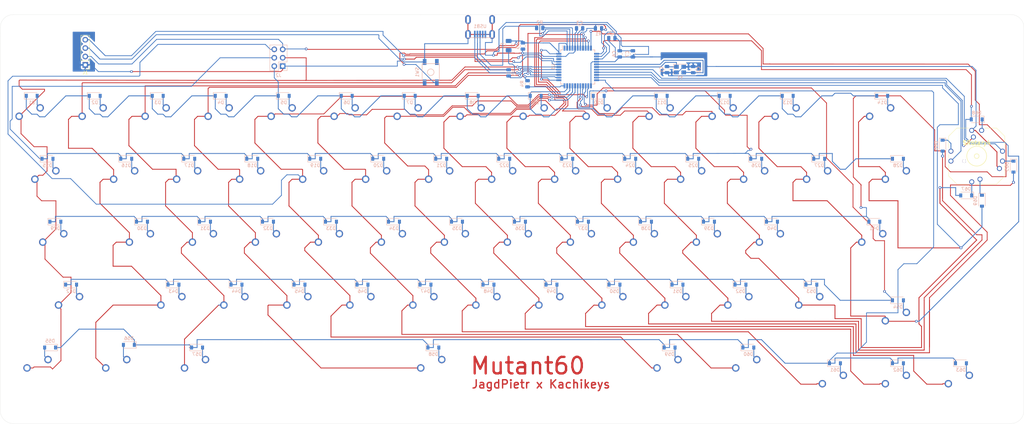
<source format=kicad_pcb>
(kicad_pcb (version 20171130) (host pcbnew "(5.1.5)-3")
  (layers (0 F.Cu signal) (31 B.Cu signal) (34 B.Paste user) (35 F.Paste user) (36 B.SilkS user) (37 F.SilkS user) (38 B.Mask user) (39 F.Mask user) (44 Edge.Cuts user))
  (net 0 "")
  (net 1 GND)
  (net 2 "Net-(C1-Pad1)")
  (net 3 "Net-(C2-Pad1)")
  (net 4 "Net-(C3-Pad1)")
  (net 5 +5V)
  (net 6 "Net-(D1-Pad2)")
  (net 7 "Net-(D2-Pad2)")
  (net 8 "Net-(D3-Pad2)")
  (net 9 "Net-(D4-Pad2)")
  (net 10 "Net-(D5-Pad2)")
  (net 11 "Net-(D6-Pad2)")
  (net 12 "Net-(D7-Pad2)")
  (net 13 "Net-(D8-Pad2)")
  (net 14 "Net-(D9-Pad2)")
  (net 15 "Net-(D10-Pad2)")
  (net 16 "Net-(D11-Pad2)")
  (net 17 "Net-(D12-Pad2)")
  (net 18 "Net-(D13-Pad2)")
  (net 19 "Net-(D14-Pad2)")
  (net 20 "Net-(D15-Pad2)")
  (net 21 ROW1)
  (net 22 "Net-(D16-Pad2)")
  (net 23 "Net-(D17-Pad2)")
  (net 24 "Net-(D18-Pad2)")
  (net 25 "Net-(D19-Pad2)")
  (net 26 "Net-(D20-Pad2)")
  (net 27 "Net-(D21-Pad2)")
  (net 28 "Net-(D22-Pad2)")
  (net 29 "Net-(D23-Pad2)")
  (net 30 "Net-(D24-Pad2)")
  (net 31 "Net-(D25-Pad2)")
  (net 32 "Net-(D26-Pad2)")
  (net 33 "Net-(D27-Pad2)")
  (net 34 "Net-(D28-Pad2)")
  (net 35 "Net-(D29-Pad2)")
  (net 36 "Net-(D30-Pad2)")
  (net 37 "Net-(D31-Pad2)")
  (net 38 "Net-(D32-Pad2)")
  (net 39 "Net-(D33-Pad2)")
  (net 40 "Net-(D34-Pad2)")
  (net 41 "Net-(D35-Pad2)")
  (net 42 "Net-(D36-Pad2)")
  (net 43 "Net-(D37-Pad2)")
  (net 44 "Net-(D38-Pad2)")
  (net 45 "Net-(D39-Pad2)")
  (net 46 "Net-(D40-Pad2)")
  (net 47 "Net-(D41-Pad2)")
  (net 48 "Net-(D42-Pad2)")
  (net 49 ROW3)
  (net 50 "Net-(D43-Pad2)")
  (net 51 "Net-(D44-Pad2)")
  (net 52 "Net-(D45-Pad2)")
  (net 53 "Net-(D46-Pad2)")
  (net 54 "Net-(D47-Pad2)")
  (net 55 "Net-(D48-Pad2)")
  (net 56 "Net-(D49-Pad2)")
  (net 57 "Net-(D50-Pad2)")
  (net 58 "Net-(D51-Pad2)")
  (net 59 "Net-(D52-Pad2)")
  (net 60 "Net-(D53-Pad2)")
  (net 61 "Net-(D54-Pad2)")
  (net 62 "Net-(D55-Pad2)")
  (net 63 ROW4)
  (net 64 "Net-(D56-Pad2)")
  (net 65 "Net-(D57-Pad2)")
  (net 66 "Net-(D58-Pad2)")
  (net 67 "Net-(D59-Pad2)")
  (net 68 "Net-(D60-Pad2)")
  (net 69 "Net-(D61-Pad2)")
  (net 70 "Net-(D62-Pad2)")
  (net 71 "Net-(D63-Pad2)")
  (net 72 COL9)
  (net 73 "Net-(D65-Pad1)")
  (net 74 COL10)
  (net 75 "Net-(D66-Pad1)")
  (net 76 COL11)
  (net 77 "Net-(D67-Pad1)")
  (net 78 COL12)
  (net 79 "Net-(D68-Pad1)")
  (net 80 COL13)
  (net 81 "Net-(D69-Pad1)")
  (net 82 VCC)
  (net 83 SDA)
  (net 84 SCL)
  (net 85 "Net-(R1-Pad2)")
  (net 86 D+)
  (net 87 "Net-(R2-Pad1)")
  (net 88 D-)
  (net 89 "Net-(R3-Pad1)")
  (net 90 "Net-(R4-Pad2)")
  (net 91 COL1)
  (net 92 COL2)
  (net 93 COL3)
  (net 94 COL4)
  (net 95 COL5)
  (net 96 COL6)
  (net 97 COL7)
  (net 98 COL8)
  (net 99 COL0)
  (net 100 EA)
  (net 101 ROW5)
  (net 102 EB)
  (net 103 "Net-(U1-Pad42)")
  (net 104 "Net-(U1-Pad1)")
  (net 105 "Net-(USB1-Pad2)")
  (net 106 NRST)
  (net 107 ROW2)
  (module Connector_PinSocket_2.54mm:PinSocket_2x03_P2.54mm_Vertical (layer B.Cu) (at 109.22 28.321)
    (fp_text reference J2 (at -1.27 2.77) (layer B.SilkS) (effects (justify mirror)))
    (fp_text value Conn_02x03_Odd_Even)
    (pad 6 thru_hole oval (at -2.54 -5.08) (size 1.7 1.7) (drill 1) (layers *.Cu *.Mask) (net 94 COL4))
    (pad 5 thru_hole oval (at 0 -5.08) (size 1.7 1.7) (drill 1) (layers *.Cu *.Mask) (net 5 +5V))
    (pad 4 thru_hole oval (at -2.54 -2.54) (size 1.7 1.7) (drill 1) (layers *.Cu *.Mask) (net 21 ROW1))
    (pad 3 thru_hole oval (at 0 -2.54) (size 1.7 1.7) (drill 1) (layers *.Cu *.Mask) (net 99 COL0))
    (pad 2 thru_hole oval (at -2.54 0) (size 1.7 1.7) (drill 1) (layers *.Cu *.Mask) (net 106 NRST))
    (pad 1 thru_hole rect (at 0 0) (size 1.7 1.7) (drill 1) (layers *.Cu *.Mask) (net 1 GND))
  )
  (module MX_Only:MXOnly-1U-NoLED (layer F.Cu) (at 66.675 84.1375)
    (fp_text reference R3-A1)
    (fp_text value MX-NoLED)
    (pad 2 thru_hole circle (at 2.54 -5.08) (size 2.25 2.25) (drill 1.47) (layers *.Cu B.Mask) (net 36 "Net-(D30-Pad2)"))
    (pad "" np_thru_hole circle (at 0 0) (size 3.9878 3.9878) (drill 3.9878) (layers *.Cu *.Mask))
    (pad 1 thru_hole circle (at -3.81 -2.54) (size 2.25 2.25) (drill 1.47) (layers *.Cu B.Mask) (net 91 COL1))
    (pad "" np_thru_hole circle (at -5.08 0 48.0996) (size 1.75 1.75) (drill 1.75) (layers *.Cu *.Mask))
    (pad "" np_thru_hole circle (at 5.08 0 48.0996) (size 1.75 1.75) (drill 1.75) (layers *.Cu *.Mask))
  )
  (module MX_Only:MXOnly-1U-NoLED (layer F.Cu) (at 214.3125 65.0875)
    (fp_text reference R2-O1)
    (fp_text value MX-NoLED)
    (pad 2 thru_hole circle (at 2.54 -5.08) (size 2.25 2.25) (drill 1.47) (layers *.Cu B.Mask) (net 30 "Net-(D24-Pad2)"))
    (pad "" np_thru_hole circle (at 0 0) (size 3.9878 3.9878) (drill 3.9878) (layers *.Cu *.Mask))
    (pad 1 thru_hole circle (at -3.81 -2.54) (size 2.25 2.25) (drill 1.47) (layers *.Cu B.Mask) (net 72 COL9))
    (pad "" np_thru_hole circle (at -5.08 0 48.0996) (size 1.75 1.75) (drill 1.75) (layers *.Cu *.Mask))
    (pad "" np_thru_hole circle (at 5.08 0 48.0996) (size 1.75 1.75) (drill 1.75) (layers *.Cu *.Mask))
  )
  (module MX_Only:MXOnly-6.25U-ReversedStabilizers-NoLED (layer F.Cu) (at 154.78125 122.2375)
    (fp_text reference R5-SPCE1)
    (fp_text value MX-NoLED)
    (pad 2 thru_hole circle (at 2.54 -5.08) (size 2.25 2.25) (drill 1.47) (layers *.Cu B.Mask) (net 66 "Net-(D58-Pad2)"))
    (pad "" np_thru_hole circle (at 0 0) (size 3.9878 3.9878) (drill 3.9878) (layers *.Cu *.Mask))
    (pad 1 thru_hole circle (at -3.81 -2.54) (size 2.25 2.25) (drill 1.47) (layers *.Cu B.Mask) (net 93 COL3))
    (pad "" np_thru_hole circle (at -5.08 0 48.0996) (size 1.75 1.75) (drill 1.75) (layers *.Cu *.Mask))
    (pad "" np_thru_hole circle (at 5.08 0 48.0996) (size 1.75 1.75) (drill 1.75) (layers *.Cu *.Mask))
    (pad "" np_thru_hole circle (at -49.9999 6.985) (size 3.048 3.048) (drill 3.048) (layers *.Cu *.Mask))
    (pad "" np_thru_hole circle (at 49.9999 6.985) (size 3.048 3.048) (drill 3.048) (layers *.Cu *.Mask))
    (pad "" np_thru_hole circle (at -49.9999 -8.255) (size 3.9878 3.9878) (drill 3.9878) (layers *.Cu *.Mask))
    (pad "" np_thru_hole circle (at 49.9999 -8.255) (size 3.9878 3.9878) (drill 3.9878) (layers *.Cu *.Mask))
  )
  (module MX_Only:MXOnly-1U-NoLED (layer F.Cu) (at 295.275 107.95)
    (fp_text reference R4-UP1)
    (fp_text value MX-NoLED)
    (pad 2 thru_hole circle (at 2.54 -5.08) (size 2.25 2.25) (drill 1.47) (layers *.Cu B.Mask) (net 61 "Net-(D54-Pad2)"))
    (pad "" np_thru_hole circle (at 0 0) (size 3.9878 3.9878) (drill 3.9878) (layers *.Cu *.Mask))
    (pad 1 thru_hole circle (at -3.81 -2.54) (size 2.25 2.25) (drill 1.47) (layers *.Cu B.Mask) (net 78 COL12))
    (pad "" np_thru_hole circle (at -5.08 0 48.0996) (size 1.75 1.75) (drill 1.75) (layers *.Cu *.Mask))
    (pad "" np_thru_hole circle (at 5.08 0 48.0996) (size 1.75 1.75) (drill 1.75) (layers *.Cu *.Mask))
  )
  (module MX_Only:MXOnly-2.25U-NoLED (layer F.Cu) (at 45.24375 103.1875)
    (fp_text reference R4-LSFHT1)
    (fp_text value MX-NoLED)
    (pad 2 thru_hole circle (at 2.54 -5.08) (size 2.25 2.25) (drill 1.47) (layers *.Cu B.Mask) (net 48 "Net-(D42-Pad2)"))
    (pad "" np_thru_hole circle (at 0 0) (size 3.9878 3.9878) (drill 3.9878) (layers *.Cu *.Mask))
    (pad 1 thru_hole circle (at -3.81 -2.54) (size 2.25 2.25) (drill 1.47) (layers *.Cu B.Mask) (net 99 COL0))
    (pad "" np_thru_hole circle (at -5.08 0 48.0996) (size 1.75 1.75) (drill 1.75) (layers *.Cu *.Mask))
    (pad "" np_thru_hole circle (at 5.08 0 48.0996) (size 1.75 1.75) (drill 1.75) (layers *.Cu *.Mask))
    (pad "" np_thru_hole circle (at -11.90625 -6.985) (size 3.048 3.048) (drill 3.048) (layers *.Cu *.Mask))
    (pad "" np_thru_hole circle (at 11.90625 -6.985) (size 3.048 3.048) (drill 3.048) (layers *.Cu *.Mask))
    (pad "" np_thru_hole circle (at -11.90625 8.255) (size 3.9878 3.9878) (drill 3.9878) (layers *.Cu *.Mask))
    (pad "" np_thru_hole circle (at 11.90625 8.255) (size 3.9878 3.9878) (drill 3.9878) (layers *.Cu *.Mask))
  )
  (module MX_Only:MXOnly-1.5U-NoLED (layer F.Cu) (at 295.275 65.0875)
    (fp_text reference R2-\1)
    (fp_text value MX-NoLED)
    (pad 2 thru_hole circle (at 2.54 -5.08) (size 2.25 2.25) (drill 1.47) (layers *.Cu B.Mask) (net 34 "Net-(D28-Pad2)"))
    (pad "" np_thru_hole circle (at 0 0) (size 3.9878 3.9878) (drill 3.9878) (layers *.Cu *.Mask))
    (pad 1 thru_hole circle (at -3.81 -2.54) (size 2.25 2.25) (drill 1.47) (layers *.Cu B.Mask) (net 80 COL13))
    (pad "" np_thru_hole circle (at -5.08 0 48.0996) (size 1.75 1.75) (drill 1.75) (layers *.Cu *.Mask))
    (pad "" np_thru_hole circle (at 5.08 0 48.0996) (size 1.75 1.75) (drill 1.75) (layers *.Cu *.Mask))
  )
  (module MX_Only:MXOnly-1U-NoLED (layer F.Cu) (at 204.7875 46.0375)
    (fp_text reference R1-9)
    (fp_text value MX-NoLED)
    (pad 2 thru_hole circle (at 2.54 -5.08) (size 2.25 2.25) (drill 1.47) (layers *.Cu B.Mask) (net 15 "Net-(D10-Pad2)"))
    (pad "" np_thru_hole circle (at 0 0) (size 3.9878 3.9878) (drill 3.9878) (layers *.Cu *.Mask))
    (pad 1 thru_hole circle (at -3.81 -2.54) (size 2.25 2.25) (drill 1.47) (layers *.Cu B.Mask) (net 72 COL9))
    (pad "" np_thru_hole circle (at -5.08 0 48.0996) (size 1.75 1.75) (drill 1.75) (layers *.Cu *.Mask))
    (pad "" np_thru_hole circle (at 5.08 0 48.0996) (size 1.75 1.75) (drill 1.75) (layers *.Cu *.Mask))
  )
  (module MX_Only:MXOnly-1U-NoLED (layer F.Cu) (at 128.5875 46.0375)
    (fp_text reference R1-5)
    (fp_text value MX-NoLED)
    (pad 2 thru_hole circle (at 2.54 -5.08) (size 2.25 2.25) (drill 1.47) (layers *.Cu B.Mask) (net 11 "Net-(D6-Pad2)"))
    (pad "" np_thru_hole circle (at 0 0) (size 3.9878 3.9878) (drill 3.9878) (layers *.Cu *.Mask))
    (pad 1 thru_hole circle (at -3.81 -2.54) (size 2.25 2.25) (drill 1.47) (layers *.Cu B.Mask) (net 95 COL5))
    (pad "" np_thru_hole circle (at -5.08 0 48.0996) (size 1.75 1.75) (drill 1.75) (layers *.Cu *.Mask))
    (pad "" np_thru_hole circle (at 5.08 0 48.0996) (size 1.75 1.75) (drill 1.75) (layers *.Cu *.Mask))
  )
  (module MX_Only:MXOnly-1U-NoLED (layer F.Cu) (at 109.5375 46.0375)
    (fp_text reference R1-4)
    (fp_text value MX-NoLED)
    (pad 2 thru_hole circle (at 2.54 -5.08) (size 2.25 2.25) (drill 1.47) (layers *.Cu B.Mask) (net 10 "Net-(D5-Pad2)"))
    (pad "" np_thru_hole circle (at 0 0) (size 3.9878 3.9878) (drill 3.9878) (layers *.Cu *.Mask))
    (pad 1 thru_hole circle (at -3.81 -2.54) (size 2.25 2.25) (drill 1.47) (layers *.Cu B.Mask) (net 94 COL4))
    (pad "" np_thru_hole circle (at -5.08 0 48.0996) (size 1.75 1.75) (drill 1.75) (layers *.Cu *.Mask))
    (pad "" np_thru_hole circle (at 5.08 0 48.0996) (size 1.75 1.75) (drill 1.75) (layers *.Cu *.Mask))
  )
  (module MX_Only:MXOnly-1U-NoLED (layer F.Cu) (at 90.4875 46.0375)
    (fp_text reference R1-3)
    (fp_text value MX-NoLED)
    (pad 2 thru_hole circle (at 2.54 -5.08) (size 2.25 2.25) (drill 1.47) (layers *.Cu B.Mask) (net 9 "Net-(D4-Pad2)"))
    (pad "" np_thru_hole circle (at 0 0) (size 3.9878 3.9878) (drill 3.9878) (layers *.Cu *.Mask))
    (pad 1 thru_hole circle (at -3.81 -2.54) (size 2.25 2.25) (drill 1.47) (layers *.Cu B.Mask) (net 93 COL3))
    (pad "" np_thru_hole circle (at -5.08 0 48.0996) (size 1.75 1.75) (drill 1.75) (layers *.Cu *.Mask))
    (pad "" np_thru_hole circle (at 5.08 0 48.0996) (size 1.75 1.75) (drill 1.75) (layers *.Cu *.Mask))
  )
  (module MX_Only:MXOnly-1U-NoLED (layer F.Cu) (at 33.3375 46.0375)
    (fp_text reference R1-ESC1)
    (fp_text value MX-NoLED)
    (pad 2 thru_hole circle (at 2.54 -5.08) (size 2.25 2.25) (drill 1.47) (layers *.Cu B.Mask) (net 6 "Net-(D1-Pad2)"))
    (pad "" np_thru_hole circle (at 0 0) (size 3.9878 3.9878) (drill 3.9878) (layers *.Cu *.Mask))
    (pad 1 thru_hole circle (at -3.81 -2.54) (size 2.25 2.25) (drill 1.47) (layers *.Cu B.Mask) (net 99 COL0))
    (pad "" np_thru_hole circle (at -5.08 0 48.0996) (size 1.75 1.75) (drill 1.75) (layers *.Cu *.Mask))
    (pad "" np_thru_hole circle (at 5.08 0 48.0996) (size 1.75 1.75) (drill 1.75) (layers *.Cu *.Mask))
  )
  (module MX_Only:MXOnly-1U-NoLED (layer F.Cu) (at 61.9125 65.0875)
    (fp_text reference R2-Q1)
    (fp_text value MX-NoLED)
    (pad 2 thru_hole circle (at 2.54 -5.08) (size 2.25 2.25) (drill 1.47) (layers *.Cu B.Mask) (net 22 "Net-(D16-Pad2)"))
    (pad "" np_thru_hole circle (at 0 0) (size 3.9878 3.9878) (drill 3.9878) (layers *.Cu *.Mask))
    (pad 1 thru_hole circle (at -3.81 -2.54) (size 2.25 2.25) (drill 1.47) (layers *.Cu B.Mask) (net 91 COL1))
    (pad "" np_thru_hole circle (at -5.08 0 48.0996) (size 1.75 1.75) (drill 1.75) (layers *.Cu *.Mask))
    (pad "" np_thru_hole circle (at 5.08 0 48.0996) (size 1.75 1.75) (drill 1.75) (layers *.Cu *.Mask))
  )
  (module MX_Only:MXOnly-1.5U-NoLED (layer F.Cu) (at 38.1 65.0875)
    (fp_text reference R2-TAB1)
    (fp_text value MX-NoLED)
    (pad 2 thru_hole circle (at 2.54 -5.08) (size 2.25 2.25) (drill 1.47) (layers *.Cu B.Mask) (net 20 "Net-(D15-Pad2)"))
    (pad "" np_thru_hole circle (at 0 0) (size 3.9878 3.9878) (drill 3.9878) (layers *.Cu *.Mask))
    (pad 1 thru_hole circle (at -3.81 -2.54) (size 2.25 2.25) (drill 1.47) (layers *.Cu B.Mask) (net 99 COL0))
    (pad "" np_thru_hole circle (at -5.08 0 48.0996) (size 1.75 1.75) (drill 1.75) (layers *.Cu *.Mask))
    (pad "" np_thru_hole circle (at 5.08 0 48.0996) (size 1.75 1.75) (drill 1.75) (layers *.Cu *.Mask))
  )
  (module MX_Only:MXOnly-1U-NoLED (layer F.Cu) (at 166.6875 46.0375)
    (fp_text reference R1-7)
    (fp_text value MX-NoLED)
    (pad 2 thru_hole circle (at 2.54 -5.08) (size 2.25 2.25) (drill 1.47) (layers *.Cu B.Mask) (net 13 "Net-(D8-Pad2)"))
    (pad "" np_thru_hole circle (at 0 0) (size 3.9878 3.9878) (drill 3.9878) (layers *.Cu *.Mask))
    (pad 1 thru_hole circle (at -3.81 -2.54) (size 2.25 2.25) (drill 1.47) (layers *.Cu B.Mask) (net 97 COL7))
    (pad "" np_thru_hole circle (at -5.08 0 48.0996) (size 1.75 1.75) (drill 1.75) (layers *.Cu *.Mask))
    (pad "" np_thru_hole circle (at 5.08 0 48.0996) (size 1.75 1.75) (drill 1.75) (layers *.Cu *.Mask))
  )
  (module MX_Only:MXOnly-1.25U-NoLED (layer F.Cu) (at 269.08125 103.1875)
    (fp_text reference R4-RSHFT1)
    (fp_text value MX-NoLED)
    (pad 2 thru_hole circle (at 2.54 -5.08) (size 2.25 2.25) (drill 1.47) (layers *.Cu B.Mask) (net 60 "Net-(D53-Pad2)"))
    (pad "" np_thru_hole circle (at 0 0) (size 3.9878 3.9878) (drill 3.9878) (layers *.Cu *.Mask))
    (pad 1 thru_hole circle (at -3.81 -2.54) (size 2.25 2.25) (drill 1.47) (layers *.Cu B.Mask) (net 76 COL11))
    (pad "" np_thru_hole circle (at -5.08 0 48.0996) (size 1.75 1.75) (drill 1.75) (layers *.Cu *.Mask))
    (pad "" np_thru_hole circle (at 5.08 0 48.0996) (size 1.75 1.75) (drill 1.75) (layers *.Cu *.Mask))
  )
  (module MX_Only:MXOnly-1.25U-NoLED (layer F.Cu) (at 226.21875 122.2375)
    (fp_text reference R5-MENU1)
    (fp_text value MX-NoLED)
    (pad 2 thru_hole circle (at 2.54 -5.08) (size 2.25 2.25) (drill 1.47) (layers *.Cu B.Mask) (net 67 "Net-(D59-Pad2)"))
    (pad "" np_thru_hole circle (at 0 0) (size 3.9878 3.9878) (drill 3.9878) (layers *.Cu *.Mask))
    (pad 1 thru_hole circle (at -3.81 -2.54) (size 2.25 2.25) (drill 1.47) (layers *.Cu B.Mask) (net 94 COL4))
    (pad "" np_thru_hole circle (at -5.08 0 48.0996) (size 1.75 1.75) (drill 1.75) (layers *.Cu *.Mask))
    (pad "" np_thru_hole circle (at 5.08 0 48.0996) (size 1.75 1.75) (drill 1.75) (layers *.Cu *.Mask))
  )
  (module Crystal:Crystal_SMD_3225-4Pin_3.2x2.5mm (layer B.Cu) (at 229.39375 29.36875)
    (fp_text reference Y1 (at 0 2.45) (layer B.SilkS) (effects (justify mirror)))
    (fp_text value 16Mhz)
    (pad 4 smd rect (at -1.1 0.85) (size 1.4 1.2) (layers B.Cu B.Paste B.Mask) (net 1 GND))
    (pad 3 smd rect (at 1.1 0.85) (size 1.4 1.2) (layers B.Cu B.Paste B.Mask) (net 3 "Net-(C2-Pad1)"))
    (pad 2 smd rect (at 1.1 -0.85) (size 1.4 1.2) (layers B.Cu B.Paste B.Mask) (net 1 GND))
    (pad 1 smd rect (at -1.1 -0.85) (size 1.4 1.2) (layers B.Cu B.Paste B.Mask) (net 2 "Net-(C1-Pad1)"))
  )
  (module random-keyboard-parts:Molex-0548190589 (layer B.Cu) (at 168.91 14.224 270)
    (fp_text reference USB1 (at 2.032 0) (layer B.SilkS) (effects (justify mirror)))
    (fp_text value Molex-0548190589)
    (pad 6 thru_hole oval (at 0 3.65 270) (size 2.7 1.7) (drill oval 1.9 0.7) (layers *.Cu *.Mask) (net 1 GND))
    (pad 6 thru_hole oval (at 0 -3.65 270) (size 2.7 1.7) (drill oval 1.9 0.7) (layers *.Cu *.Mask) (net 1 GND))
    (pad 6 thru_hole oval (at 4.5 -3.65 270) (size 2.7 1.7) (drill oval 1.9 0.7) (layers *.Cu *.Mask) (net 1 GND))
    (pad 6 thru_hole oval (at 4.5 3.65 270) (size 2.7 1.7) (drill oval 1.9 0.7) (layers *.Cu *.Mask) (net 1 GND))
    (pad 5 smd rect (at 4.5 1.6 270) (size 2.25 0.5) (layers B.Cu B.Paste B.Mask) (net 82 VCC))
    (pad 4 smd rect (at 4.5 0.8 270) (size 2.25 0.5) (layers B.Cu B.Paste B.Mask) (net 88 D-))
    (pad 3 smd rect (at 4.5 0 270) (size 2.25 0.5) (layers B.Cu B.Paste B.Mask) (net 86 D+))
    (pad 2 smd rect (at 4.5 -0.8 270) (size 2.25 0.5) (layers B.Cu B.Paste B.Mask) (net 105 "Net-(USB1-Pad2)"))
    (pad 1 smd rect (at 4.5 -1.6 270) (size 2.25 0.5) (layers B.Cu B.Paste B.Mask) (net 1 GND))
  )
  (module Package_QFP:TQFP-44_10x10mm_P0.8mm (layer B.Cu) (at 198.4375 28.575 270)
    (fp_text reference U1 (at 0 7.45 270) (layer B.SilkS) (effects (justify mirror)))
    (fp_text value ATmega32U4-AU)
    (pad 44 smd rect (at -4 5.7 180) (size 1.5 0.55) (layers B.Cu B.Paste B.Mask) (net 5 +5V))
    (pad 43 smd rect (at -3.2 5.7 180) (size 1.5 0.55) (layers B.Cu B.Paste B.Mask) (net 1 GND))
    (pad 42 smd rect (at -2.4 5.7 180) (size 1.5 0.55) (layers B.Cu B.Paste B.Mask) (net 103 "Net-(U1-Pad42)"))
    (pad 41 smd rect (at -1.6 5.7 180) (size 1.5 0.55) (layers B.Cu B.Paste B.Mask) (net 83 SDA))
    (pad 40 smd rect (at -0.8 5.7 180) (size 1.5 0.55) (layers B.Cu B.Paste B.Mask) (net 84 SCL))
    (pad 39 smd rect (at 0 5.7 180) (size 1.5 0.55) (layers B.Cu B.Paste B.Mask) (net 99 COL0))
    (pad 38 smd rect (at 0.8 5.7 180) (size 1.5 0.55) (layers B.Cu B.Paste B.Mask) (net 91 COL1))
    (pad 37 smd rect (at 1.6 5.7 180) (size 1.5 0.55) (layers B.Cu B.Paste B.Mask) (net 92 COL2))
    (pad 36 smd rect (at 2.4 5.7 180) (size 1.5 0.55) (layers B.Cu B.Paste B.Mask) (net 93 COL3))
    (pad 35 smd rect (at 3.2 5.7 180) (size 1.5 0.55) (layers B.Cu B.Paste B.Mask) (net 1 GND))
    (pad 34 smd rect (at 4 5.7 180) (size 1.5 0.55) (layers B.Cu B.Paste B.Mask) (net 5 +5V))
    (pad 33 smd rect (at 5.7 4 270) (size 1.5 0.55) (layers B.Cu B.Paste B.Mask) (net 90 "Net-(R4-Pad2)"))
    (pad 32 smd rect (at 5.7 3.2 270) (size 1.5 0.55) (layers B.Cu B.Paste B.Mask) (net 106 NRST))
    (pad 31 smd rect (at 5.7 2.4 270) (size 1.5 0.55) (layers B.Cu B.Paste B.Mask) (net 94 COL4))
    (pad 30 smd rect (at 5.7 1.6 270) (size 1.5 0.55) (layers B.Cu B.Paste B.Mask) (net 95 COL5))
    (pad 29 smd rect (at 5.7 0.8 270) (size 1.5 0.55) (layers B.Cu B.Paste B.Mask) (net 96 COL6))
    (pad 28 smd rect (at 5.7 0 270) (size 1.5 0.55) (layers B.Cu B.Paste B.Mask) (net 21 ROW1))
    (pad 27 smd rect (at 5.7 -0.8 270) (size 1.5 0.55) (layers B.Cu B.Paste B.Mask) (net 74 COL10))
    (pad 26 smd rect (at 5.7 -1.6 270) (size 1.5 0.55) (layers B.Cu B.Paste B.Mask) (net 76 COL11))
    (pad 25 smd rect (at 5.7 -2.4 270) (size 1.5 0.55) (layers B.Cu B.Paste B.Mask) (net 49 ROW3))
    (pad 24 smd rect (at 5.7 -3.2 270) (size 1.5 0.55) (layers B.Cu B.Paste B.Mask) (net 5 +5V))
    (pad 23 smd rect (at 5.7 -4 270) (size 1.5 0.55) (layers B.Cu B.Paste B.Mask) (net 1 GND))
    (pad 22 smd rect (at 4 -5.7 180) (size 1.5 0.55) (layers B.Cu B.Paste B.Mask) (net 63 ROW4))
    (pad 21 smd rect (at 3.2 -5.7 180) (size 1.5 0.55) (layers B.Cu B.Paste B.Mask) (net 80 COL13))
    (pad 20 smd rect (at 2.4 -5.7 180) (size 1.5 0.55) (layers B.Cu B.Paste B.Mask) (net 100 EA))
    (pad 19 smd rect (at 1.6 -5.7 180) (size 1.5 0.55) (layers B.Cu B.Paste B.Mask) (net 101 ROW5))
    (pad 18 smd rect (at 0.8 -5.7 180) (size 1.5 0.55) (layers B.Cu B.Paste B.Mask) (net 102 EB))
    (pad 17 smd rect (at 0 -5.7 180) (size 1.5 0.55) (layers B.Cu B.Paste B.Mask) (net 2 "Net-(C1-Pad1)"))
    (pad 16 smd rect (at -0.8 -5.7 180) (size 1.5 0.55) (layers B.Cu B.Paste B.Mask) (net 3 "Net-(C2-Pad1)"))
    (pad 15 smd rect (at -1.6 -5.7 180) (size 1.5 0.55) (layers B.Cu B.Paste B.Mask) (net 1 GND))
    (pad 14 smd rect (at -2.4 -5.7 180) (size 1.5 0.55) (layers B.Cu B.Paste B.Mask) (net 5 +5V))
    (pad 13 smd rect (at -3.2 -5.7 180) (size 1.5 0.55) (layers B.Cu B.Paste B.Mask) (net 85 "Net-(R1-Pad2)"))
    (pad 12 smd rect (at -4 -5.7 180) (size 1.5 0.55) (layers B.Cu B.Paste B.Mask) (net 78 COL12))
    (pad 11 smd rect (at -5.7 -4 270) (size 1.5 0.55) (layers B.Cu B.Paste B.Mask) (net 107 ROW2))
    (pad 10 smd rect (at -5.7 -3.2 270) (size 1.5 0.55) (layers B.Cu B.Paste B.Mask) (net 72 COL9))
    (pad 9 smd rect (at -5.7 -2.4 270) (size 1.5 0.55) (layers B.Cu B.Paste B.Mask) (net 98 COL8))
    (pad 8 smd rect (at -5.7 -1.6 270) (size 1.5 0.55) (layers B.Cu B.Paste B.Mask) (net 97 COL7))
    (pad 7 smd rect (at -5.7 -0.8 270) (size 1.5 0.55) (layers B.Cu B.Paste B.Mask) (net 5 +5V))
    (pad 6 smd rect (at -5.7 0 270) (size 1.5 0.55) (layers B.Cu B.Paste B.Mask) (net 4 "Net-(C3-Pad1)"))
    (pad 5 smd rect (at -5.7 0.8 270) (size 1.5 0.55) (layers B.Cu B.Paste B.Mask) (net 1 GND))
    (pad 4 smd rect (at -5.7 1.6 270) (size 1.5 0.55) (layers B.Cu B.Paste B.Mask) (net 87 "Net-(R2-Pad1)"))
    (pad 3 smd rect (at -5.7 2.4 270) (size 1.5 0.55) (layers B.Cu B.Paste B.Mask) (net 89 "Net-(R3-Pad1)"))
    (pad 2 smd rect (at -5.7 3.2 270) (size 1.5 0.55) (layers B.Cu B.Paste B.Mask) (net 5 +5V))
    (pad 1 smd rect (at -5.7 4 270) (size 1.5 0.55) (layers B.Cu B.Paste B.Mask) (net 104 "Net-(U1-Pad1)"))
  )
  (module random-keyboard-parts:SKQG-1155865 (layer B.Cu) (at 153.9875 30.1625 90)
    (fp_text reference SW1 (at 0 -4.064 90) (layer B.SilkS) (effects (justify mirror)))
    (fp_text value SW_Push)
    (pad 4 smd rect (at -3.1 -1.85 90) (size 1.8 1.1) (layers B.Cu B.Paste B.Mask))
    (pad 3 smd rect (at 3.1 1.85 90) (size 1.8 1.1) (layers B.Cu B.Paste B.Mask))
    (pad 2 smd rect (at -3.1 1.85 90) (size 1.8 1.1) (layers B.Cu B.Paste B.Mask) (net 85 "Net-(R1-Pad2)"))
    (pad 1 smd rect (at 3.1 -1.85 90) (size 1.8 1.1) (layers B.Cu B.Paste B.Mask) (net 1 GND))
  )
  (module ALPS_Joystick:RKJXT1F42001 (layer F.Cu) (at 319.0875 55.5625)
    (fp_text reference SRotary4 (at 0 -4) (layer F.SilkS) (effects (font (size 1.27 1.27) (thickness 0.254))))
    (fp_text value RKJXT1F42001 hide)
    (pad "" thru_hole circle (at -3.8 1.5 90) (size 1.1 1.1) (drill 1.1) (layers *.Cu *.Mask))
    (pad 10 thru_hole circle (at -7.8 1.5 90) (size 1.5 1.5) (drill 1) (layers *.Cu *.Mask) (net 100 EA))
    (pad 9 thru_hole circle (at -7.8 -1.5 90) (size 1.5 1.5) (drill 1) (layers *.Cu *.Mask) (net 75 "Net-(D66-Pad1)"))
    (pad 8 thru_hole circle (at -1.5 -7.8 90) (size 1.5 1.5) (drill 1) (layers *.Cu *.Mask) (net 1 GND))
    (pad 7 thru_hole circle (at -1 -5.78 90) (size 1.5 1.5) (drill 1) (layers *.Cu *.Mask) (net 101 ROW5))
    (pad 6 thru_hole circle (at 1.5 -7.8 90) (size 1.5 1.5) (drill 1) (layers *.Cu *.Mask) (net 79 "Net-(D68-Pad1)"))
    (pad 5 thru_hole circle (at 7.8 -1.5 90) (size 1.5 1.5) (drill 1) (layers *.Cu *.Mask) (net 102 EB))
    (pad 4 thru_hole circle (at 7.8 1.5 90) (size 1.5 1.5) (drill 1) (layers *.Cu *.Mask) (net 73 "Net-(D65-Pad1)"))
    (pad 3 thru_hole circle (at 6.86 3.75 90) (size 1.5 1.5) (drill 1) (layers *.Cu *.Mask) (net 1 GND))
    (pad 2 thru_hole circle (at 1 6.98 90) (size 1.5 1.5) (drill 1) (layers *.Cu *.Mask) (net 81 "Net-(D69-Pad1)"))
    (pad 1 thru_hole circle (at -1.5 7.8 90) (size 1.5 1.5) (drill 1) (layers *.Cu *.Mask) (net 77 "Net-(D67-Pad1)"))
  )
  (module MX_Only:MXOnly-1.25U-NoLED (layer F.Cu) (at 59.53125 122.2375)
    (fp_text reference R5-WK1)
    (fp_text value MX-NoLED)
    (pad 2 thru_hole circle (at 2.54 -5.08) (size 2.25 2.25) (drill 1.47) (layers *.Cu B.Mask) (net 64 "Net-(D56-Pad2)"))
    (pad "" np_thru_hole circle (at 0 0) (size 3.9878 3.9878) (drill 3.9878) (layers *.Cu *.Mask))
    (pad 1 thru_hole circle (at -3.81 -2.54) (size 2.25 2.25) (drill 1.47) (layers *.Cu B.Mask) (net 91 COL1))
    (pad "" np_thru_hole circle (at -5.08 0 48.0996) (size 1.75 1.75) (drill 1.75) (layers *.Cu *.Mask))
    (pad "" np_thru_hole circle (at 5.08 0 48.0996) (size 1.75 1.75) (drill 1.75) (layers *.Cu *.Mask))
  )
  (module MX_Only:MXOnly-1U-NoLED (layer F.Cu) (at 314.325 127)
    (fp_text reference R5-RIGHT1)
    (fp_text value MX-NoLED)
    (pad 2 thru_hole circle (at 2.54 -5.08) (size 2.25 2.25) (drill 1.47) (layers *.Cu B.Mask) (net 71 "Net-(D63-Pad2)"))
    (pad "" np_thru_hole circle (at 0 0) (size 3.9878 3.9878) (drill 3.9878) (layers *.Cu *.Mask))
    (pad 1 thru_hole circle (at -3.81 -2.54) (size 2.25 2.25) (drill 1.47) (layers *.Cu B.Mask) (net 98 COL8))
    (pad "" np_thru_hole circle (at -5.08 0 48.0996) (size 1.75 1.75) (drill 1.75) (layers *.Cu *.Mask))
    (pad "" np_thru_hole circle (at 5.08 0 48.0996) (size 1.75 1.75) (drill 1.75) (layers *.Cu *.Mask))
  )
  (module MX_Only:MXOnly-1U-NoLED (layer F.Cu) (at 276.225 127)
    (fp_text reference R5-LEFT1)
    (fp_text value MX-NoLED)
    (pad 2 thru_hole circle (at 2.54 -5.08) (size 2.25 2.25) (drill 1.47) (layers *.Cu B.Mask) (net 69 "Net-(D61-Pad2)"))
    (pad "" np_thru_hole circle (at 0 0) (size 3.9878 3.9878) (drill 3.9878) (layers *.Cu *.Mask))
    (pad 1 thru_hole circle (at -3.81 -2.54) (size 2.25 2.25) (drill 1.47) (layers *.Cu B.Mask) (net 96 COL6))
    (pad "" np_thru_hole circle (at -5.08 0 48.0996) (size 1.75 1.75) (drill 1.75) (layers *.Cu *.Mask))
    (pad "" np_thru_hole circle (at 5.08 0 48.0996) (size 1.75 1.75) (drill 1.75) (layers *.Cu *.Mask))
  )
  (module MX_Only:MXOnly-1.25U-NoLED (layer F.Cu) (at 35.71875 122.2375)
    (fp_text reference R5-LCTRL1)
    (fp_text value MX-NoLED)
    (pad 2 thru_hole circle (at 2.54 -5.08) (size 2.25 2.25) (drill 1.47) (layers *.Cu B.Mask) (net 62 "Net-(D55-Pad2)"))
    (pad "" np_thru_hole circle (at 0 0) (size 3.9878 3.9878) (drill 3.9878) (layers *.Cu *.Mask))
    (pad 1 thru_hole circle (at -3.81 -2.54) (size 2.25 2.25) (drill 1.47) (layers *.Cu B.Mask) (net 99 COL0))
    (pad "" np_thru_hole circle (at -5.08 0 48.0996) (size 1.75 1.75) (drill 1.75) (layers *.Cu *.Mask))
    (pad "" np_thru_hole circle (at 5.08 0 48.0996) (size 1.75 1.75) (drill 1.75) (layers *.Cu *.Mask))
  )
  (module MX_Only:MXOnly-1.25U-NoLED (layer F.Cu) (at 83.34375 122.2375)
    (fp_text reference R5-LALT1)
    (fp_text value MX-NoLED)
    (pad 2 thru_hole circle (at 2.54 -5.08) (size 2.25 2.25) (drill 1.47) (layers *.Cu B.Mask) (net 65 "Net-(D57-Pad2)"))
    (pad "" np_thru_hole circle (at 0 0) (size 3.9878 3.9878) (drill 3.9878) (layers *.Cu *.Mask))
    (pad 1 thru_hole circle (at -3.81 -2.54) (size 2.25 2.25) (drill 1.47) (layers *.Cu B.Mask) (net 92 COL2))
    (pad "" np_thru_hole circle (at -5.08 0 48.0996) (size 1.75 1.75) (drill 1.75) (layers *.Cu *.Mask))
    (pad "" np_thru_hole circle (at 5.08 0 48.0996) (size 1.75 1.75) (drill 1.75) (layers *.Cu *.Mask))
  )
  (module MX_Only:MXOnly-1.25U-NoLED (layer F.Cu) (at 250.03125 122.2375)
    (fp_text reference R5-FN1)
    (fp_text value MX-NoLED)
    (pad 2 thru_hole circle (at 2.54 -5.08) (size 2.25 2.25) (drill 1.47) (layers *.Cu B.Mask) (net 68 "Net-(D60-Pad2)"))
    (pad "" np_thru_hole circle (at 0 0) (size 3.9878 3.9878) (drill 3.9878) (layers *.Cu *.Mask))
    (pad 1 thru_hole circle (at -3.81 -2.54) (size 2.25 2.25) (drill 1.47) (layers *.Cu B.Mask) (net 95 COL5))
    (pad "" np_thru_hole circle (at -5.08 0 48.0996) (size 1.75 1.75) (drill 1.75) (layers *.Cu *.Mask))
    (pad "" np_thru_hole circle (at 5.08 0 48.0996) (size 1.75 1.75) (drill 1.75) (layers *.Cu *.Mask))
  )
  (module MX_Only:MXOnly-1U-NoLED (layer F.Cu) (at 295.275 127)
    (fp_text reference R5-DOWN1)
    (fp_text value MX-NoLED)
    (pad 2 thru_hole circle (at 2.54 -5.08) (size 2.25 2.25) (drill 1.47) (layers *.Cu B.Mask) (net 70 "Net-(D62-Pad2)"))
    (pad "" np_thru_hole circle (at 0 0) (size 3.9878 3.9878) (drill 3.9878) (layers *.Cu *.Mask))
    (pad 1 thru_hole circle (at -3.81 -2.54) (size 2.25 2.25) (drill 1.47) (layers *.Cu B.Mask) (net 97 COL7))
    (pad "" np_thru_hole circle (at -5.08 0 48.0996) (size 1.75 1.75) (drill 1.75) (layers *.Cu *.Mask))
    (pad "" np_thru_hole circle (at 5.08 0 48.0996) (size 1.75 1.75) (drill 1.75) (layers *.Cu *.Mask))
  )
  (module MX_Only:MXOnly-1U-NoLED (layer F.Cu) (at 76.2 103.1875)
    (fp_text reference R4-Z1)
    (fp_text value MX-NoLED)
    (pad 2 thru_hole circle (at 2.54 -5.08) (size 2.25 2.25) (drill 1.47) (layers *.Cu B.Mask) (net 50 "Net-(D43-Pad2)"))
    (pad "" np_thru_hole circle (at 0 0) (size 3.9878 3.9878) (drill 3.9878) (layers *.Cu *.Mask))
    (pad 1 thru_hole circle (at -3.81 -2.54) (size 2.25 2.25) (drill 1.47) (layers *.Cu B.Mask) (net 91 COL1))
    (pad "" np_thru_hole circle (at -5.08 0 48.0996) (size 1.75 1.75) (drill 1.75) (layers *.Cu *.Mask))
    (pad "" np_thru_hole circle (at 5.08 0 48.0996) (size 1.75 1.75) (drill 1.75) (layers *.Cu *.Mask))
  )
  (module MX_Only:MXOnly-1U-NoLED (layer F.Cu) (at 95.25 103.1875)
    (fp_text reference R4-X1)
    (fp_text value MX-NoLED)
    (pad 2 thru_hole circle (at 2.54 -5.08) (size 2.25 2.25) (drill 1.47) (layers *.Cu B.Mask) (net 51 "Net-(D44-Pad2)"))
    (pad "" np_thru_hole circle (at 0 0) (size 3.9878 3.9878) (drill 3.9878) (layers *.Cu *.Mask))
    (pad 1 thru_hole circle (at -3.81 -2.54) (size 2.25 2.25) (drill 1.47) (layers *.Cu B.Mask) (net 92 COL2))
    (pad "" np_thru_hole circle (at -5.08 0 48.0996) (size 1.75 1.75) (drill 1.75) (layers *.Cu *.Mask))
    (pad "" np_thru_hole circle (at 5.08 0 48.0996) (size 1.75 1.75) (drill 1.75) (layers *.Cu *.Mask))
  )
  (module MX_Only:MXOnly-1U-NoLED (layer F.Cu) (at 133.35 103.1875)
    (fp_text reference R4-V1)
    (fp_text value MX-NoLED)
    (pad 2 thru_hole circle (at 2.54 -5.08) (size 2.25 2.25) (drill 1.47) (layers *.Cu B.Mask) (net 53 "Net-(D46-Pad2)"))
    (pad "" np_thru_hole circle (at 0 0) (size 3.9878 3.9878) (drill 3.9878) (layers *.Cu *.Mask))
    (pad 1 thru_hole circle (at -3.81 -2.54) (size 2.25 2.25) (drill 1.47) (layers *.Cu B.Mask) (net 94 COL4))
    (pad "" np_thru_hole circle (at -5.08 0 48.0996) (size 1.75 1.75) (drill 1.75) (layers *.Cu *.Mask))
    (pad "" np_thru_hole circle (at 5.08 0 48.0996) (size 1.75 1.75) (drill 1.75) (layers *.Cu *.Mask))
  )
  (module MX_Only:MXOnly-1U-NoLED (layer F.Cu) (at 247.65 103.1875)
    (fp_text reference R4-QSTN1)
    (fp_text value MX-NoLED)
    (pad 2 thru_hole circle (at 2.54 -5.08) (size 2.25 2.25) (drill 1.47) (layers *.Cu B.Mask) (net 59 "Net-(D52-Pad2)"))
    (pad "" np_thru_hole circle (at 0 0) (size 3.9878 3.9878) (drill 3.9878) (layers *.Cu *.Mask))
    (pad 1 thru_hole circle (at -3.81 -2.54) (size 2.25 2.25) (drill 1.47) (layers *.Cu B.Mask) (net 74 COL10))
    (pad "" np_thru_hole circle (at -5.08 0 48.0996) (size 1.75 1.75) (drill 1.75) (layers *.Cu *.Mask))
    (pad "" np_thru_hole circle (at 5.08 0 48.0996) (size 1.75 1.75) (drill 1.75) (layers *.Cu *.Mask))
  )
  (module MX_Only:MXOnly-1U-NoLED (layer F.Cu) (at 228.6 103.1875)
    (fp_text reference R4-PRD1)
    (fp_text value MX-NoLED)
    (pad 2 thru_hole circle (at 2.54 -5.08) (size 2.25 2.25) (drill 1.47) (layers *.Cu B.Mask) (net 58 "Net-(D51-Pad2)"))
    (pad "" np_thru_hole circle (at 0 0) (size 3.9878 3.9878) (drill 3.9878) (layers *.Cu *.Mask))
    (pad 1 thru_hole circle (at -3.81 -2.54) (size 2.25 2.25) (drill 1.47) (layers *.Cu B.Mask) (net 72 COL9))
    (pad "" np_thru_hole circle (at -5.08 0 48.0996) (size 1.75 1.75) (drill 1.75) (layers *.Cu *.Mask))
    (pad "" np_thru_hole circle (at 5.08 0 48.0996) (size 1.75 1.75) (drill 1.75) (layers *.Cu *.Mask))
  )
  (module MX_Only:MXOnly-1U-NoLED (layer F.Cu) (at 171.45 103.1875)
    (fp_text reference R4-N1)
    (fp_text value MX-NoLED)
    (pad 2 thru_hole circle (at 2.54 -5.08) (size 2.25 2.25) (drill 1.47) (layers *.Cu B.Mask) (net 55 "Net-(D48-Pad2)"))
    (pad "" np_thru_hole circle (at 0 0) (size 3.9878 3.9878) (drill 3.9878) (layers *.Cu *.Mask))
    (pad 1 thru_hole circle (at -3.81 -2.54) (size 2.25 2.25) (drill 1.47) (layers *.Cu B.Mask) (net 96 COL6))
    (pad "" np_thru_hole circle (at -5.08 0 48.0996) (size 1.75 1.75) (drill 1.75) (layers *.Cu *.Mask))
    (pad "" np_thru_hole circle (at 5.08 0 48.0996) (size 1.75 1.75) (drill 1.75) (layers *.Cu *.Mask))
  )
  (module MX_Only:MXOnly-1U-NoLED (layer F.Cu) (at 190.5 103.1875)
    (fp_text reference R4-M1)
    (fp_text value MX-NoLED)
    (pad 2 thru_hole circle (at 2.54 -5.08) (size 2.25 2.25) (drill 1.47) (layers *.Cu B.Mask) (net 56 "Net-(D49-Pad2)"))
    (pad "" np_thru_hole circle (at 0 0) (size 3.9878 3.9878) (drill 3.9878) (layers *.Cu *.Mask))
    (pad 1 thru_hole circle (at -3.81 -2.54) (size 2.25 2.25) (drill 1.47) (layers *.Cu B.Mask) (net 97 COL7))
    (pad "" np_thru_hole circle (at -5.08 0 48.0996) (size 1.75 1.75) (drill 1.75) (layers *.Cu *.Mask))
    (pad "" np_thru_hole circle (at 5.08 0 48.0996) (size 1.75 1.75) (drill 1.75) (layers *.Cu *.Mask))
  )
  (module MX_Only:MXOnly-1U-NoLED (layer F.Cu) (at 209.55 103.1875)
    (fp_text reference R4-CMMA1)
    (fp_text value MX-NoLED)
    (pad 2 thru_hole circle (at 2.54 -5.08) (size 2.25 2.25) (drill 1.47) (layers *.Cu B.Mask) (net 57 "Net-(D50-Pad2)"))
    (pad "" np_thru_hole circle (at 0 0) (size 3.9878 3.9878) (drill 3.9878) (layers *.Cu *.Mask))
    (pad 1 thru_hole circle (at -3.81 -2.54) (size 2.25 2.25) (drill 1.47) (layers *.Cu B.Mask) (net 98 COL8))
    (pad "" np_thru_hole circle (at -5.08 0 48.0996) (size 1.75 1.75) (drill 1.75) (layers *.Cu *.Mask))
    (pad "" np_thru_hole circle (at 5.08 0 48.0996) (size 1.75 1.75) (drill 1.75) (layers *.Cu *.Mask))
  )
  (module MX_Only:MXOnly-1U-NoLED (layer F.Cu) (at 114.3 103.1875)
    (fp_text reference R4-C1)
    (fp_text value MX-NoLED)
    (pad 2 thru_hole circle (at 2.54 -5.08) (size 2.25 2.25) (drill 1.47) (layers *.Cu B.Mask) (net 52 "Net-(D45-Pad2)"))
    (pad "" np_thru_hole circle (at 0 0) (size 3.9878 3.9878) (drill 3.9878) (layers *.Cu *.Mask))
    (pad 1 thru_hole circle (at -3.81 -2.54) (size 2.25 2.25) (drill 1.47) (layers *.Cu B.Mask) (net 93 COL3))
    (pad "" np_thru_hole circle (at -5.08 0 48.0996) (size 1.75 1.75) (drill 1.75) (layers *.Cu *.Mask))
    (pad "" np_thru_hole circle (at 5.08 0 48.0996) (size 1.75 1.75) (drill 1.75) (layers *.Cu *.Mask))
  )
  (module MX_Only:MXOnly-1U-NoLED (layer F.Cu) (at 152.4 103.1875)
    (fp_text reference R4-B1)
    (fp_text value MX-NoLED)
    (pad 2 thru_hole circle (at 2.54 -5.08) (size 2.25 2.25) (drill 1.47) (layers *.Cu B.Mask) (net 54 "Net-(D47-Pad2)"))
    (pad "" np_thru_hole circle (at 0 0) (size 3.9878 3.9878) (drill 3.9878) (layers *.Cu *.Mask))
    (pad 1 thru_hole circle (at -3.81 -2.54) (size 2.25 2.25) (drill 1.47) (layers *.Cu B.Mask) (net 95 COL5))
    (pad "" np_thru_hole circle (at -5.08 0 48.0996) (size 1.75 1.75) (drill 1.75) (layers *.Cu *.Mask))
    (pad "" np_thru_hole circle (at 5.08 0 48.0996) (size 1.75 1.75) (drill 1.75) (layers *.Cu *.Mask))
  )
  (module MX_Only:MXOnly-1U-NoLED (layer F.Cu) (at 85.725 84.1375)
    (fp_text reference R3-S1)
    (fp_text value MX-NoLED)
    (pad 2 thru_hole circle (at 2.54 -5.08) (size 2.25 2.25) (drill 1.47) (layers *.Cu B.Mask) (net 37 "Net-(D31-Pad2)"))
    (pad "" np_thru_hole circle (at 0 0) (size 3.9878 3.9878) (drill 3.9878) (layers *.Cu *.Mask))
    (pad 1 thru_hole circle (at -3.81 -2.54) (size 2.25 2.25) (drill 1.47) (layers *.Cu B.Mask) (net 92 COL2))
    (pad "" np_thru_hole circle (at -5.08 0 48.0996) (size 1.75 1.75) (drill 1.75) (layers *.Cu *.Mask))
    (pad "" np_thru_hole circle (at 5.08 0 48.0996) (size 1.75 1.75) (drill 1.75) (layers *.Cu *.Mask))
  )
  (module MX_Only:MXOnly-1U-NoLED (layer F.Cu) (at 219.075 84.1375)
    (fp_text reference R3-L1)
    (fp_text value MX-NoLED)
    (pad 2 thru_hole circle (at 2.54 -5.08) (size 2.25 2.25) (drill 1.47) (layers *.Cu B.Mask) (net 44 "Net-(D38-Pad2)"))
    (pad "" np_thru_hole circle (at 0 0) (size 3.9878 3.9878) (drill 3.9878) (layers *.Cu *.Mask))
    (pad 1 thru_hole circle (at -3.81 -2.54) (size 2.25 2.25) (drill 1.47) (layers *.Cu B.Mask) (net 72 COL9))
    (pad "" np_thru_hole circle (at -5.08 0 48.0996) (size 1.75 1.75) (drill 1.75) (layers *.Cu *.Mask))
    (pad "" np_thru_hole circle (at 5.08 0 48.0996) (size 1.75 1.75) (drill 1.75) (layers *.Cu *.Mask))
  )
  (module MX_Only:MXOnly-1U-NoLED (layer F.Cu) (at 200.025 84.1375)
    (fp_text reference R3-K1)
    (fp_text value MX-NoLED)
    (pad 2 thru_hole circle (at 2.54 -5.08) (size 2.25 2.25) (drill 1.47) (layers *.Cu B.Mask) (net 43 "Net-(D37-Pad2)"))
    (pad "" np_thru_hole circle (at 0 0) (size 3.9878 3.9878) (drill 3.9878) (layers *.Cu *.Mask))
    (pad 1 thru_hole circle (at -3.81 -2.54) (size 2.25 2.25) (drill 1.47) (layers *.Cu B.Mask) (net 98 COL8))
    (pad "" np_thru_hole circle (at -5.08 0 48.0996) (size 1.75 1.75) (drill 1.75) (layers *.Cu *.Mask))
    (pad "" np_thru_hole circle (at 5.08 0 48.0996) (size 1.75 1.75) (drill 1.75) (layers *.Cu *.Mask))
  )
  (module MX_Only:MXOnly-1U-NoLED (layer F.Cu) (at 180.975 84.1375)
    (fp_text reference R3-J1)
    (fp_text value MX-NoLED)
    (pad 2 thru_hole circle (at 2.54 -5.08) (size 2.25 2.25) (drill 1.47) (layers *.Cu B.Mask) (net 42 "Net-(D36-Pad2)"))
    (pad "" np_thru_hole circle (at 0 0) (size 3.9878 3.9878) (drill 3.9878) (layers *.Cu *.Mask))
    (pad 1 thru_hole circle (at -3.81 -2.54) (size 2.25 2.25) (drill 1.47) (layers *.Cu B.Mask) (net 97 COL7))
    (pad "" np_thru_hole circle (at -5.08 0 48.0996) (size 1.75 1.75) (drill 1.75) (layers *.Cu *.Mask))
    (pad "" np_thru_hole circle (at 5.08 0 48.0996) (size 1.75 1.75) (drill 1.75) (layers *.Cu *.Mask))
  )
  (module MX_Only:MXOnly-1U-NoLED (layer F.Cu) (at 161.925 84.1375)
    (fp_text reference R3-H1)
    (fp_text value MX-NoLED)
    (pad 2 thru_hole circle (at 2.54 -5.08) (size 2.25 2.25) (drill 1.47) (layers *.Cu B.Mask) (net 41 "Net-(D35-Pad2)"))
    (pad "" np_thru_hole circle (at 0 0) (size 3.9878 3.9878) (drill 3.9878) (layers *.Cu *.Mask))
    (pad 1 thru_hole circle (at -3.81 -2.54) (size 2.25 2.25) (drill 1.47) (layers *.Cu B.Mask) (net 96 COL6))
    (pad "" np_thru_hole circle (at -5.08 0 48.0996) (size 1.75 1.75) (drill 1.75) (layers *.Cu *.Mask))
    (pad "" np_thru_hole circle (at 5.08 0 48.0996) (size 1.75 1.75) (drill 1.75) (layers *.Cu *.Mask))
  )
  (module MX_Only:MXOnly-1U-NoLED (layer F.Cu) (at 142.875 84.1375)
    (fp_text reference R3-G1)
    (fp_text value MX-NoLED)
    (pad 2 thru_hole circle (at 2.54 -5.08) (size 2.25 2.25) (drill 1.47) (layers *.Cu B.Mask) (net 40 "Net-(D34-Pad2)"))
    (pad "" np_thru_hole circle (at 0 0) (size 3.9878 3.9878) (drill 3.9878) (layers *.Cu *.Mask))
    (pad 1 thru_hole circle (at -3.81 -2.54) (size 2.25 2.25) (drill 1.47) (layers *.Cu B.Mask) (net 95 COL5))
    (pad "" np_thru_hole circle (at -5.08 0 48.0996) (size 1.75 1.75) (drill 1.75) (layers *.Cu *.Mask))
    (pad "" np_thru_hole circle (at 5.08 0 48.0996) (size 1.75 1.75) (drill 1.75) (layers *.Cu *.Mask))
  )
  (module MX_Only:MXOnly-1U-NoLED (layer F.Cu) (at 123.825 84.1375)
    (fp_text reference R3-F1)
    (fp_text value MX-NoLED)
    (pad 2 thru_hole circle (at 2.54 -5.08) (size 2.25 2.25) (drill 1.47) (layers *.Cu B.Mask) (net 39 "Net-(D33-Pad2)"))
    (pad "" np_thru_hole circle (at 0 0) (size 3.9878 3.9878) (drill 3.9878) (layers *.Cu *.Mask))
    (pad 1 thru_hole circle (at -3.81 -2.54) (size 2.25 2.25) (drill 1.47) (layers *.Cu B.Mask) (net 94 COL4))
    (pad "" np_thru_hole circle (at -5.08 0 48.0996) (size 1.75 1.75) (drill 1.75) (layers *.Cu *.Mask))
    (pad "" np_thru_hole circle (at 5.08 0 48.0996) (size 1.75 1.75) (drill 1.75) (layers *.Cu *.Mask))
  )
  (module MX_Only:MXOnly-2.25U-NoLED (layer F.Cu) (at 288.13125 84.1375)
    (fp_text reference R3-ENT1)
    (fp_text value MX-NoLED)
    (pad 2 thru_hole circle (at 2.54 -5.08) (size 2.25 2.25) (drill 1.47) (layers *.Cu B.Mask) (net 47 "Net-(D41-Pad2)"))
    (pad "" np_thru_hole circle (at 0 0) (size 3.9878 3.9878) (drill 3.9878) (layers *.Cu *.Mask))
    (pad 1 thru_hole circle (at -3.81 -2.54) (size 2.25 2.25) (drill 1.47) (layers *.Cu B.Mask) (net 78 COL12))
    (pad "" np_thru_hole circle (at -5.08 0 48.0996) (size 1.75 1.75) (drill 1.75) (layers *.Cu *.Mask))
    (pad "" np_thru_hole circle (at 5.08 0 48.0996) (size 1.75 1.75) (drill 1.75) (layers *.Cu *.Mask))
    (pad "" np_thru_hole circle (at -11.90625 -6.985) (size 3.048 3.048) (drill 3.048) (layers *.Cu *.Mask))
    (pad "" np_thru_hole circle (at 11.90625 -6.985) (size 3.048 3.048) (drill 3.048) (layers *.Cu *.Mask))
    (pad "" np_thru_hole circle (at -11.90625 8.255) (size 3.9878 3.9878) (drill 3.9878) (layers *.Cu *.Mask))
    (pad "" np_thru_hole circle (at 11.90625 8.255) (size 3.9878 3.9878) (drill 3.9878) (layers *.Cu *.Mask))
  )
  (module MX_Only:MXOnly-1U-NoLED (layer F.Cu) (at 104.775 84.1375)
    (fp_text reference R3-D1)
    (fp_text value MX-NoLED)
    (pad 2 thru_hole circle (at 2.54 -5.08) (size 2.25 2.25) (drill 1.47) (layers *.Cu B.Mask) (net 38 "Net-(D32-Pad2)"))
    (pad "" np_thru_hole circle (at 0 0) (size 3.9878 3.9878) (drill 3.9878) (layers *.Cu *.Mask))
    (pad 1 thru_hole circle (at -3.81 -2.54) (size 2.25 2.25) (drill 1.47) (layers *.Cu B.Mask) (net 93 COL3))
    (pad "" np_thru_hole circle (at -5.08 0 48.0996) (size 1.75 1.75) (drill 1.75) (layers *.Cu *.Mask))
    (pad "" np_thru_hole circle (at 5.08 0 48.0996) (size 1.75 1.75) (drill 1.75) (layers *.Cu *.Mask))
  )
  (module MX_Only:MXOnly-1.75U-NoLED (layer F.Cu) (at 40.48125 84.1375)
    (fp_text reference R3-CPSLK1)
    (fp_text value MX-NoLED)
    (pad 2 thru_hole circle (at 2.54 -5.08) (size 2.25 2.25) (drill 1.47) (layers *.Cu B.Mask) (net 35 "Net-(D29-Pad2)"))
    (pad "" np_thru_hole circle (at 0 0) (size 3.9878 3.9878) (drill 3.9878) (layers *.Cu *.Mask))
    (pad 1 thru_hole circle (at -3.81 -2.54) (size 2.25 2.25) (drill 1.47) (layers *.Cu B.Mask) (net 99 COL0))
    (pad "" np_thru_hole circle (at -5.08 0 48.0996) (size 1.75 1.75) (drill 1.75) (layers *.Cu *.Mask))
    (pad "" np_thru_hole circle (at 5.08 0 48.0996) (size 1.75 1.75) (drill 1.75) (layers *.Cu *.Mask))
  )
  (module MX_Only:MXOnly-1U-NoLED (layer F.Cu) (at 257.175 84.1375)
    (fp_text reference R3-APOS1)
    (fp_text value MX-NoLED)
    (pad 2 thru_hole circle (at 2.54 -5.08) (size 2.25 2.25) (drill 1.47) (layers *.Cu B.Mask) (net 46 "Net-(D40-Pad2)"))
    (pad "" np_thru_hole circle (at 0 0) (size 3.9878 3.9878) (drill 3.9878) (layers *.Cu *.Mask))
    (pad 1 thru_hole circle (at -3.81 -2.54) (size 2.25 2.25) (drill 1.47) (layers *.Cu B.Mask) (net 76 COL11))
    (pad "" np_thru_hole circle (at -5.08 0 48.0996) (size 1.75 1.75) (drill 1.75) (layers *.Cu *.Mask))
    (pad "" np_thru_hole circle (at 5.08 0 48.0996) (size 1.75 1.75) (drill 1.75) (layers *.Cu *.Mask))
  )
  (module MX_Only:MXOnly-1U-NoLED (layer F.Cu) (at 238.125 84.1375)
    (fp_text reference R3-;1)
    (fp_text value MX-NoLED)
    (pad 2 thru_hole circle (at 2.54 -5.08) (size 2.25 2.25) (drill 1.47) (layers *.Cu B.Mask) (net 45 "Net-(D39-Pad2)"))
    (pad "" np_thru_hole circle (at 0 0) (size 3.9878 3.9878) (drill 3.9878) (layers *.Cu *.Mask))
    (pad 1 thru_hole circle (at -3.81 -2.54) (size 2.25 2.25) (drill 1.47) (layers *.Cu B.Mask) (net 74 COL10))
    (pad "" np_thru_hole circle (at -5.08 0 48.0996) (size 1.75 1.75) (drill 1.75) (layers *.Cu *.Mask))
    (pad "" np_thru_hole circle (at 5.08 0 48.0996) (size 1.75 1.75) (drill 1.75) (layers *.Cu *.Mask))
  )
  (module MX_Only:MXOnly-1U-NoLED (layer F.Cu) (at 157.1625 65.0875)
    (fp_text reference R2-Y1)
    (fp_text value MX-NoLED)
    (pad 2 thru_hole circle (at 2.54 -5.08) (size 2.25 2.25) (drill 1.47) (layers *.Cu B.Mask) (net 27 "Net-(D21-Pad2)"))
    (pad "" np_thru_hole circle (at 0 0) (size 3.9878 3.9878) (drill 3.9878) (layers *.Cu *.Mask))
    (pad 1 thru_hole circle (at -3.81 -2.54) (size 2.25 2.25) (drill 1.47) (layers *.Cu B.Mask) (net 96 COL6))
    (pad "" np_thru_hole circle (at -5.08 0 48.0996) (size 1.75 1.75) (drill 1.75) (layers *.Cu *.Mask))
    (pad "" np_thru_hole circle (at 5.08 0 48.0996) (size 1.75 1.75) (drill 1.75) (layers *.Cu *.Mask))
  )
  (module MX_Only:MXOnly-1U-NoLED (layer F.Cu) (at 80.9625 65.0875)
    (fp_text reference R2-W1)
    (fp_text value MX-NoLED)
    (pad 2 thru_hole circle (at 2.54 -5.08) (size 2.25 2.25) (drill 1.47) (layers *.Cu B.Mask) (net 23 "Net-(D17-Pad2)"))
    (pad "" np_thru_hole circle (at 0 0) (size 3.9878 3.9878) (drill 3.9878) (layers *.Cu *.Mask))
    (pad 1 thru_hole circle (at -3.81 -2.54) (size 2.25 2.25) (drill 1.47) (layers *.Cu B.Mask) (net 92 COL2))
    (pad "" np_thru_hole circle (at -5.08 0 48.0996) (size 1.75 1.75) (drill 1.75) (layers *.Cu *.Mask))
    (pad "" np_thru_hole circle (at 5.08 0 48.0996) (size 1.75 1.75) (drill 1.75) (layers *.Cu *.Mask))
  )
  (module MX_Only:MXOnly-1U-NoLED (layer F.Cu) (at 176.2125 65.0875)
    (fp_text reference R2-U1)
    (fp_text value MX-NoLED)
    (pad 2 thru_hole circle (at 2.54 -5.08) (size 2.25 2.25) (drill 1.47) (layers *.Cu B.Mask) (net 28 "Net-(D22-Pad2)"))
    (pad "" np_thru_hole circle (at 0 0) (size 3.9878 3.9878) (drill 3.9878) (layers *.Cu *.Mask))
    (pad 1 thru_hole circle (at -3.81 -2.54) (size 2.25 2.25) (drill 1.47) (layers *.Cu B.Mask) (net 97 COL7))
    (pad "" np_thru_hole circle (at -5.08 0 48.0996) (size 1.75 1.75) (drill 1.75) (layers *.Cu *.Mask))
    (pad "" np_thru_hole circle (at 5.08 0 48.0996) (size 1.75 1.75) (drill 1.75) (layers *.Cu *.Mask))
  )
  (module MX_Only:MXOnly-1U-NoLED (layer F.Cu) (at 138.1125 65.0875)
    (fp_text reference R2-T1)
    (fp_text value MX-NoLED)
    (pad 2 thru_hole circle (at 2.54 -5.08) (size 2.25 2.25) (drill 1.47) (layers *.Cu B.Mask) (net 26 "Net-(D20-Pad2)"))
    (pad "" np_thru_hole circle (at 0 0) (size 3.9878 3.9878) (drill 3.9878) (layers *.Cu *.Mask))
    (pad 1 thru_hole circle (at -3.81 -2.54) (size 2.25 2.25) (drill 1.47) (layers *.Cu B.Mask) (net 95 COL5))
    (pad "" np_thru_hole circle (at -5.08 0 48.0996) (size 1.75 1.75) (drill 1.75) (layers *.Cu *.Mask))
    (pad "" np_thru_hole circle (at 5.08 0 48.0996) (size 1.75 1.75) (drill 1.75) (layers *.Cu *.Mask))
  )
  (module MX_Only:MXOnly-1U-NoLED (layer F.Cu) (at 119.0625 65.0875)
    (fp_text reference R2-R1)
    (fp_text value MX-NoLED)
    (pad 2 thru_hole circle (at 2.54 -5.08) (size 2.25 2.25) (drill 1.47) (layers *.Cu B.Mask) (net 25 "Net-(D19-Pad2)"))
    (pad "" np_thru_hole circle (at 0 0) (size 3.9878 3.9878) (drill 3.9878) (layers *.Cu *.Mask))
    (pad 1 thru_hole circle (at -3.81 -2.54) (size 2.25 2.25) (drill 1.47) (layers *.Cu B.Mask) (net 94 COL4))
    (pad "" np_thru_hole circle (at -5.08 0 48.0996) (size 1.75 1.75) (drill 1.75) (layers *.Cu *.Mask))
    (pad "" np_thru_hole circle (at 5.08 0 48.0996) (size 1.75 1.75) (drill 1.75) (layers *.Cu *.Mask))
  )
  (module MX_Only:MXOnly-1U-NoLED (layer F.Cu) (at 233.3625 65.0875)
    (fp_text reference R2-P1)
    (fp_text value MX-NoLED)
    (pad 2 thru_hole circle (at 2.54 -5.08) (size 2.25 2.25) (drill 1.47) (layers *.Cu B.Mask) (net 31 "Net-(D25-Pad2)"))
    (pad "" np_thru_hole circle (at 0 0) (size 3.9878 3.9878) (drill 3.9878) (layers *.Cu *.Mask))
    (pad 1 thru_hole circle (at -3.81 -2.54) (size 2.25 2.25) (drill 1.47) (layers *.Cu B.Mask) (net 74 COL10))
    (pad "" np_thru_hole circle (at -5.08 0 48.0996) (size 1.75 1.75) (drill 1.75) (layers *.Cu *.Mask))
    (pad "" np_thru_hole circle (at 5.08 0 48.0996) (size 1.75 1.75) (drill 1.75) (layers *.Cu *.Mask))
  )
  (module MX_Only:MXOnly-1U-NoLED (layer F.Cu) (at 195.2625 65.0875)
    (fp_text reference R2-I1)
    (fp_text value MX-NoLED)
    (pad 2 thru_hole circle (at 2.54 -5.08) (size 2.25 2.25) (drill 1.47) (layers *.Cu B.Mask) (net 29 "Net-(D23-Pad2)"))
    (pad "" np_thru_hole circle (at 0 0) (size 3.9878 3.9878) (drill 3.9878) (layers *.Cu *.Mask))
    (pad 1 thru_hole circle (at -3.81 -2.54) (size 2.25 2.25) (drill 1.47) (layers *.Cu B.Mask) (net 98 COL8))
    (pad "" np_thru_hole circle (at -5.08 0 48.0996) (size 1.75 1.75) (drill 1.75) (layers *.Cu *.Mask))
    (pad "" np_thru_hole circle (at 5.08 0 48.0996) (size 1.75 1.75) (drill 1.75) (layers *.Cu *.Mask))
  )
  (module MX_Only:MXOnly-1U-NoLED (layer F.Cu) (at 100.0125 65.0875)
    (fp_text reference R2-E1)
    (fp_text value MX-NoLED)
    (pad 2 thru_hole circle (at 2.54 -5.08) (size 2.25 2.25) (drill 1.47) (layers *.Cu B.Mask) (net 24 "Net-(D18-Pad2)"))
    (pad "" np_thru_hole circle (at 0 0) (size 3.9878 3.9878) (drill 3.9878) (layers *.Cu *.Mask))
    (pad 1 thru_hole circle (at -3.81 -2.54) (size 2.25 2.25) (drill 1.47) (layers *.Cu B.Mask) (net 93 COL3))
    (pad "" np_thru_hole circle (at -5.08 0 48.0996) (size 1.75 1.75) (drill 1.75) (layers *.Cu *.Mask))
    (pad "" np_thru_hole circle (at 5.08 0 48.0996) (size 1.75 1.75) (drill 1.75) (layers *.Cu *.Mask))
  )
  (module MX_Only:MXOnly-1U-NoLED (layer F.Cu) (at 271.4625 65.0875)
    (fp_text reference R2-]1)
    (fp_text value MX-NoLED)
    (pad 2 thru_hole circle (at 2.54 -5.08) (size 2.25 2.25) (drill 1.47) (layers *.Cu B.Mask) (net 33 "Net-(D27-Pad2)"))
    (pad "" np_thru_hole circle (at 0 0) (size 3.9878 3.9878) (drill 3.9878) (layers *.Cu *.Mask))
    (pad 1 thru_hole circle (at -3.81 -2.54) (size 2.25 2.25) (drill 1.47) (layers *.Cu B.Mask) (net 78 COL12))
    (pad "" np_thru_hole circle (at -5.08 0 48.0996) (size 1.75 1.75) (drill 1.75) (layers *.Cu *.Mask))
    (pad "" np_thru_hole circle (at 5.08 0 48.0996) (size 1.75 1.75) (drill 1.75) (layers *.Cu *.Mask))
  )
  (module MX_Only:MXOnly-1U-NoLED (layer F.Cu) (at 252.4125 65.0875)
    (fp_text reference R2-[1)
    (fp_text value MX-NoLED)
    (pad 2 thru_hole circle (at 2.54 -5.08) (size 2.25 2.25) (drill 1.47) (layers *.Cu B.Mask) (net 32 "Net-(D26-Pad2)"))
    (pad "" np_thru_hole circle (at 0 0) (size 3.9878 3.9878) (drill 3.9878) (layers *.Cu *.Mask))
    (pad 1 thru_hole circle (at -3.81 -2.54) (size 2.25 2.25) (drill 1.47) (layers *.Cu B.Mask) (net 76 COL11))
    (pad "" np_thru_hole circle (at -5.08 0 48.0996) (size 1.75 1.75) (drill 1.75) (layers *.Cu *.Mask))
    (pad "" np_thru_hole circle (at 5.08 0 48.0996) (size 1.75 1.75) (drill 1.75) (layers *.Cu *.Mask))
  )
  (module MX_Only:MXOnly-1U-NoLED (layer F.Cu) (at 242.8875 46.0375)
    (fp_text reference R1-DSH1)
    (fp_text value MX-NoLED)
    (pad 2 thru_hole circle (at 2.54 -5.08) (size 2.25 2.25) (drill 1.47) (layers *.Cu B.Mask) (net 17 "Net-(D12-Pad2)"))
    (pad "" np_thru_hole circle (at 0 0) (size 3.9878 3.9878) (drill 3.9878) (layers *.Cu *.Mask))
    (pad 1 thru_hole circle (at -3.81 -2.54) (size 2.25 2.25) (drill 1.47) (layers *.Cu B.Mask) (net 76 COL11))
    (pad "" np_thru_hole circle (at -5.08 0 48.0996) (size 1.75 1.75) (drill 1.75) (layers *.Cu *.Mask))
    (pad "" np_thru_hole circle (at 5.08 0 48.0996) (size 1.75 1.75) (drill 1.75) (layers *.Cu *.Mask))
  )
  (module MX_Only:MXOnly-2U-NoLED (layer F.Cu) (at 290.5125 46.0375)
    (fp_text reference R1-BKSPC1)
    (fp_text value MX-NoLED)
    (pad 2 thru_hole circle (at 2.54 -5.08) (size 2.25 2.25) (drill 1.47) (layers *.Cu B.Mask) (net 19 "Net-(D14-Pad2)"))
    (pad "" np_thru_hole circle (at 0 0) (size 3.9878 3.9878) (drill 3.9878) (layers *.Cu *.Mask))
    (pad 1 thru_hole circle (at -3.81 -2.54) (size 2.25 2.25) (drill 1.47) (layers *.Cu B.Mask) (net 80 COL13))
    (pad "" np_thru_hole circle (at -5.08 0 48.0996) (size 1.75 1.75) (drill 1.75) (layers *.Cu *.Mask))
    (pad "" np_thru_hole circle (at 5.08 0 48.0996) (size 1.75 1.75) (drill 1.75) (layers *.Cu *.Mask))
    (pad "" np_thru_hole circle (at -11.90625 -6.985) (size 3.048 3.048) (drill 3.048) (layers *.Cu *.Mask))
    (pad "" np_thru_hole circle (at 11.90625 -6.985) (size 3.048 3.048) (drill 3.048) (layers *.Cu *.Mask))
    (pad "" np_thru_hole circle (at -11.90625 8.255) (size 3.9878 3.9878) (drill 3.9878) (layers *.Cu *.Mask))
    (pad "" np_thru_hole circle (at 11.90625 8.255) (size 3.9878 3.9878) (drill 3.9878) (layers *.Cu *.Mask))
  )
  (module MX_Only:MXOnly-1U-NoLED (layer F.Cu) (at 261.9375 46.0375)
    (fp_text reference R1-ADD1)
    (fp_text value MX-NoLED)
    (pad 2 thru_hole circle (at 2.54 -5.08) (size 2.25 2.25) (drill 1.47) (layers *.Cu B.Mask) (net 18 "Net-(D13-Pad2)"))
    (pad "" np_thru_hole circle (at 0 0) (size 3.9878 3.9878) (drill 3.9878) (layers *.Cu *.Mask))
    (pad 1 thru_hole circle (at -3.81 -2.54) (size 2.25 2.25) (drill 1.47) (layers *.Cu B.Mask) (net 78 COL12))
    (pad "" np_thru_hole circle (at -5.08 0 48.0996) (size 1.75 1.75) (drill 1.75) (layers *.Cu *.Mask))
    (pad "" np_thru_hole circle (at 5.08 0 48.0996) (size 1.75 1.75) (drill 1.75) (layers *.Cu *.Mask))
  )
  (module MX_Only:MXOnly-1U-NoLED (layer F.Cu) (at 185.7375 46.0375)
    (fp_text reference R1-8)
    (fp_text value MX-NoLED)
    (pad 2 thru_hole circle (at 2.54 -5.08) (size 2.25 2.25) (drill 1.47) (layers *.Cu B.Mask) (net 14 "Net-(D9-Pad2)"))
    (pad "" np_thru_hole circle (at 0 0) (size 3.9878 3.9878) (drill 3.9878) (layers *.Cu *.Mask))
    (pad 1 thru_hole circle (at -3.81 -2.54) (size 2.25 2.25) (drill 1.47) (layers *.Cu B.Mask) (net 98 COL8))
    (pad "" np_thru_hole circle (at -5.08 0 48.0996) (size 1.75 1.75) (drill 1.75) (layers *.Cu *.Mask))
    (pad "" np_thru_hole circle (at 5.08 0 48.0996) (size 1.75 1.75) (drill 1.75) (layers *.Cu *.Mask))
  )
  (module MX_Only:MXOnly-1U-NoLED (layer F.Cu) (at 147.6375 46.0375)
    (fp_text reference R1-6)
    (fp_text value MX-NoLED)
    (pad 2 thru_hole circle (at 2.54 -5.08) (size 2.25 2.25) (drill 1.47) (layers *.Cu B.Mask) (net 12 "Net-(D7-Pad2)"))
    (pad "" np_thru_hole circle (at 0 0) (size 3.9878 3.9878) (drill 3.9878) (layers *.Cu *.Mask))
    (pad 1 thru_hole circle (at -3.81 -2.54) (size 2.25 2.25) (drill 1.47) (layers *.Cu B.Mask) (net 96 COL6))
    (pad "" np_thru_hole circle (at -5.08 0 48.0996) (size 1.75 1.75) (drill 1.75) (layers *.Cu *.Mask))
    (pad "" np_thru_hole circle (at 5.08 0 48.0996) (size 1.75 1.75) (drill 1.75) (layers *.Cu *.Mask))
  )
  (module MX_Only:MXOnly-1U-NoLED (layer F.Cu) (at 71.4375 46.0375)
    (fp_text reference R1-2)
    (fp_text value MX-NoLED)
    (pad 2 thru_hole circle (at 2.54 -5.08) (size 2.25 2.25) (drill 1.47) (layers *.Cu B.Mask) (net 8 "Net-(D3-Pad2)"))
    (pad "" np_thru_hole circle (at 0 0) (size 3.9878 3.9878) (drill 3.9878) (layers *.Cu *.Mask))
    (pad 1 thru_hole circle (at -3.81 -2.54) (size 2.25 2.25) (drill 1.47) (layers *.Cu B.Mask) (net 92 COL2))
    (pad "" np_thru_hole circle (at -5.08 0 48.0996) (size 1.75 1.75) (drill 1.75) (layers *.Cu *.Mask))
    (pad "" np_thru_hole circle (at 5.08 0 48.0996) (size 1.75 1.75) (drill 1.75) (layers *.Cu *.Mask))
  )
  (module MX_Only:MXOnly-1U-NoLED (layer F.Cu) (at 52.3875 46.0375)
    (fp_text reference R1-1)
    (fp_text value MX-NoLED)
    (pad 2 thru_hole circle (at 2.54 -5.08) (size 2.25 2.25) (drill 1.47) (layers *.Cu B.Mask) (net 7 "Net-(D2-Pad2)"))
    (pad "" np_thru_hole circle (at 0 0) (size 3.9878 3.9878) (drill 3.9878) (layers *.Cu *.Mask))
    (pad 1 thru_hole circle (at -3.81 -2.54) (size 2.25 2.25) (drill 1.47) (layers *.Cu B.Mask) (net 91 COL1))
    (pad "" np_thru_hole circle (at -5.08 0 48.0996) (size 1.75 1.75) (drill 1.75) (layers *.Cu *.Mask))
    (pad "" np_thru_hole circle (at 5.08 0 48.0996) (size 1.75 1.75) (drill 1.75) (layers *.Cu *.Mask))
  )
  (module MX_Only:MXOnly-1U-NoLED (layer F.Cu) (at 223.8375 46.0375)
    (fp_text reference R1-0)
    (fp_text value MX-NoLED)
    (pad 2 thru_hole circle (at 2.54 -5.08) (size 2.25 2.25) (drill 1.47) (layers *.Cu B.Mask) (net 16 "Net-(D11-Pad2)"))
    (pad "" np_thru_hole circle (at 0 0) (size 3.9878 3.9878) (drill 3.9878) (layers *.Cu *.Mask))
    (pad 1 thru_hole circle (at -3.81 -2.54) (size 2.25 2.25) (drill 1.47) (layers *.Cu B.Mask) (net 74 COL10))
    (pad "" np_thru_hole circle (at -5.08 0 48.0996) (size 1.75 1.75) (drill 1.75) (layers *.Cu *.Mask))
    (pad "" np_thru_hole circle (at 5.08 0 48.0996) (size 1.75 1.75) (drill 1.75) (layers *.Cu *.Mask))
  )
  (module Resistor_SMD:R_0805_2012Metric (layer B.Cu) (at 183.261 33.655 270)
    (fp_text reference R4 (at 0 1.65 90) (layer B.SilkS) (effects (justify mirror)))
    (fp_text value 10k)
    (pad 2 smd roundrect (at 0.9375 0 270) (size 0.975 1.4) (layers B.Cu B.Paste B.Mask) (net 90 "Net-(R4-Pad2)"))
    (pad 1 smd roundrect (at -0.9375 0 270) (size 0.975 1.4) (layers B.Cu B.Paste B.Mask) (net 1 GND))
  )
  (module Resistor_SMD:R_0805_2012Metric (layer B.Cu) (at 177.546 30.353 90)
    (fp_text reference R3 (at 0 1.65 90) (layer B.SilkS) (effects (justify mirror)))
    (fp_text value 22)
    (pad 2 smd roundrect (at 0.9375 0 90) (size 0.975 1.4) (layers B.Cu B.Paste B.Mask) (net 88 D-))
    (pad 1 smd roundrect (at -0.9375 0 90) (size 0.975 1.4) (layers B.Cu B.Paste B.Mask) (net 89 "Net-(R3-Pad1)"))
  )
  (module Resistor_SMD:R_0805_2012Metric (layer B.Cu) (at 186.944 16.764 180)
    (fp_text reference R2 (at 0 1.65) (layer B.SilkS) (effects (justify mirror)))
    (fp_text value 22)
    (pad 2 smd roundrect (at 0.9375 0 180) (size 0.975 1.4) (layers B.Cu B.Paste B.Mask) (net 86 D+))
    (pad 1 smd roundrect (at -0.9375 0 180) (size 0.975 1.4) (layers B.Cu B.Paste B.Mask) (net 87 "Net-(R2-Pad1)"))
  )
  (module Resistor_SMD:R_0805_2012Metric (layer B.Cu) (at 204.724 16.891)
    (fp_text reference R1 (at 0 1.65) (layer B.SilkS) (effects (justify mirror)))
    (fp_text value 10k)
    (pad 2 smd roundrect (at 0.9375 0) (size 0.975 1.4) (layers B.Cu B.Paste B.Mask) (net 85 "Net-(R1-Pad2)"))
    (pad 1 smd roundrect (at -0.9375 0) (size 0.975 1.4) (layers B.Cu B.Paste B.Mask) (net 5 +5V))
  )
  (module Connector_PinHeader_2.54mm:PinHeader_1x04_P2.54mm_Vertical (layer F.Cu) (at 49.53 27.94 180)
    (fp_text reference J1 (at 0 -2.33) (layer F.SilkS))
    (fp_text value Conn_01x04_Male)
    (pad 4 thru_hole oval (at 0 7.62 180) (size 1.7 1.7) (drill 1) (layers *.Cu *.Mask) (net 83 SDA))
    (pad 3 thru_hole oval (at 0 5.08 180) (size 1.7 1.7) (drill 1) (layers *.Cu *.Mask) (net 84 SCL))
    (pad 2 thru_hole oval (at 0 2.54 180) (size 1.7 1.7) (drill 1) (layers *.Cu *.Mask) (net 5 +5V))
    (pad 1 thru_hole rect (at 0 0 180) (size 1.7 1.7) (drill 1) (layers *.Cu *.Mask) (net 1 GND))
  )
  (module Fuse:Fuse_1206_3216Metric (layer B.Cu) (at 177.546 22.098 270)
    (fp_text reference F1 (at 0 1.82 90) (layer B.SilkS) (effects (justify mirror)))
    (fp_text value 500mA)
    (pad 2 smd roundrect (at 1.4 0 270) (size 1.25 1.75) (layers B.Cu B.Paste B.Mask) (roundrect_rratio 0.2) (net 82 VCC))
    (pad 1 smd roundrect (at -1.4 0 270) (size 1.25 1.75) (layers B.Cu B.Paste B.Mask) (roundrect_rratio 0.2) (net 5 +5V))
  )
  (module Diode_SMD:D_SOD-123 (layer B.Cu) (at 320.675 69.05625 270)
    (fp_text reference D69 (at 0 2 270) (layer B.SilkS) (effects (justify mirror)))
    (fp_text value SOD-123)
    (pad 2 smd rect (at 1.65 0 270) (size 0.9 1.2) (layers B.Cu B.Paste B.Mask) (net 80 COL13))
    (pad 1 smd rect (at -1.65 0 270) (size 0.9 1.2) (layers B.Cu B.Paste B.Mask) (net 81 "Net-(D69-Pad1)"))
  )
  (module Diode_SMD:D_SOD-123 (layer B.Cu) (at 319.0875 44.45 180)
    (fp_text reference D68 (at 0 2) (layer B.SilkS) (effects (justify mirror)))
    (fp_text value SOD-123)
    (pad 2 smd rect (at 1.65 0 180) (size 0.9 1.2) (layers B.Cu B.Paste B.Mask) (net 78 COL12))
    (pad 1 smd rect (at -1.65 0 180) (size 0.9 1.2) (layers B.Cu B.Paste B.Mask) (net 79 "Net-(D68-Pad1)"))
  )
  (module Diode_SMD:D_SOD-123 (layer B.Cu) (at 315.9125 67.46875 180)
    (fp_text reference D67 (at 0 2 180) (layer B.SilkS) (effects (justify mirror)))
    (fp_text value SOD-123)
    (pad 2 smd rect (at 1.65 0 180) (size 0.9 1.2) (layers B.Cu B.Paste B.Mask) (net 76 COL11))
    (pad 1 smd rect (at -1.65 0 180) (size 0.9 1.2) (layers B.Cu B.Paste B.Mask) (net 77 "Net-(D67-Pad1)"))
  )
  (module Diode_SMD:D_SOD-123 (layer B.Cu) (at 308.76875 52.3875 270)
    (fp_text reference D66 (at 0 2 270) (layer B.SilkS) (effects (justify mirror)))
    (fp_text value SOD-123)
    (pad 2 smd rect (at 1.65 0 270) (size 0.9 1.2) (layers B.Cu B.Paste B.Mask) (net 74 COL10))
    (pad 1 smd rect (at -1.65 0 270) (size 0.9 1.2) (layers B.Cu B.Paste B.Mask) (net 75 "Net-(D66-Pad1)"))
  )
  (module Diode_SMD:D_SOD-123 (layer B.Cu) (at 330.2 58.7375 270)
    (fp_text reference D65 (at 0 2 270) (layer B.SilkS) (effects (justify mirror)))
    (fp_text value SOD-123)
    (pad 2 smd rect (at 1.65 0 270) (size 0.9 1.2) (layers B.Cu B.Paste B.Mask) (net 72 COL9))
    (pad 1 smd rect (at -1.65 0 270) (size 0.9 1.2) (layers B.Cu B.Paste B.Mask) (net 73 "Net-(D65-Pad1)"))
  )
  (module Diode_SMD:D_SOD-123 (layer B.Cu) (at 314.325 118.26875)
    (fp_text reference D63 (at 0 2) (layer B.SilkS) (effects (justify mirror)))
    (fp_text value SOD-123)
    (pad 2 smd rect (at 1.65 0) (size 0.9 1.2) (layers B.Cu B.Paste B.Mask) (net 71 "Net-(D63-Pad2)"))
    (pad 1 smd rect (at -1.65 0) (size 0.9 1.2) (layers B.Cu B.Paste B.Mask) (net 63 ROW4))
  )
  (module Diode_SMD:D_SOD-123 (layer B.Cu) (at 295.275 118.26875)
    (fp_text reference D62 (at 0 2) (layer B.SilkS) (effects (justify mirror)))
    (fp_text value SOD-123)
    (pad 2 smd rect (at 1.65 0) (size 0.9 1.2) (layers B.Cu B.Paste B.Mask) (net 70 "Net-(D62-Pad2)"))
    (pad 1 smd rect (at -1.65 0) (size 0.9 1.2) (layers B.Cu B.Paste B.Mask) (net 63 ROW4))
  )
  (module Diode_SMD:D_SOD-123 (layer B.Cu) (at 276.225 118.26875)
    (fp_text reference D61 (at 0 2) (layer B.SilkS) (effects (justify mirror)))
    (fp_text value SOD-123)
    (pad 2 smd rect (at 1.65 0) (size 0.9 1.2) (layers B.Cu B.Paste B.Mask) (net 69 "Net-(D61-Pad2)"))
    (pad 1 smd rect (at -1.65 0) (size 0.9 1.2) (layers B.Cu B.Paste B.Mask) (net 63 ROW4))
  )
  (module Diode_SMD:D_SOD-123 (layer B.Cu) (at 250.03125 113.50625)
    (fp_text reference D60 (at 0 2) (layer B.SilkS) (effects (justify mirror)))
    (fp_text value SOD-123)
    (pad 2 smd rect (at 1.65 0) (size 0.9 1.2) (layers B.Cu B.Paste B.Mask) (net 68 "Net-(D60-Pad2)"))
    (pad 1 smd rect (at -1.65 0) (size 0.9 1.2) (layers B.Cu B.Paste B.Mask) (net 63 ROW4))
  )
  (module Diode_SMD:D_SOD-123 (layer B.Cu) (at 226.21875 113.50625)
    (fp_text reference D59 (at 0 2) (layer B.SilkS) (effects (justify mirror)))
    (fp_text value SOD-123)
    (pad 2 smd rect (at 1.65 0) (size 0.9 1.2) (layers B.Cu B.Paste B.Mask) (net 67 "Net-(D59-Pad2)"))
    (pad 1 smd rect (at -1.65 0) (size 0.9 1.2) (layers B.Cu B.Paste B.Mask) (net 63 ROW4))
  )
  (module Diode_SMD:D_SOD-123 (layer B.Cu) (at 154.78125 113.50625)
    (fp_text reference D58 (at 0 2) (layer B.SilkS) (effects (justify mirror)))
    (fp_text value SOD-123)
    (pad 2 smd rect (at 1.65 0) (size 0.9 1.2) (layers B.Cu B.Paste B.Mask) (net 66 "Net-(D58-Pad2)"))
    (pad 1 smd rect (at -1.65 0) (size 0.9 1.2) (layers B.Cu B.Paste B.Mask) (net 63 ROW4))
  )
  (module Diode_SMD:D_SOD-123 (layer B.Cu) (at 83.34375 113.50625)
    (fp_text reference D57 (at 0 2) (layer B.SilkS) (effects (justify mirror)))
    (fp_text value SOD-123)
    (pad 2 smd rect (at 1.65 0) (size 0.9 1.2) (layers B.Cu B.Paste B.Mask) (net 65 "Net-(D57-Pad2)"))
    (pad 1 smd rect (at -1.65 0) (size 0.9 1.2) (layers B.Cu B.Paste B.Mask) (net 63 ROW4))
  )
  (module Diode_SMD:D_SOD-123 (layer B.Cu) (at 62.70625 112.7125 180)
    (fp_text reference D56 (at 0 2) (layer B.SilkS) (effects (justify mirror)))
    (fp_text value SOD-123)
    (pad 2 smd rect (at 1.65 0 180) (size 0.9 1.2) (layers B.Cu B.Paste B.Mask) (net 64 "Net-(D56-Pad2)"))
    (pad 1 smd rect (at -1.65 0 180) (size 0.9 1.2) (layers B.Cu B.Paste B.Mask) (net 63 ROW4))
  )
  (module Diode_SMD:D_SOD-123 (layer B.Cu) (at 38.89375 113.50625 180)
    (fp_text reference D55 (at 0 2) (layer B.SilkS) (effects (justify mirror)))
    (fp_text value SOD-123)
    (pad 2 smd rect (at 1.65 0 180) (size 0.9 1.2) (layers B.Cu B.Paste B.Mask) (net 62 "Net-(D55-Pad2)"))
    (pad 1 smd rect (at -1.65 0 180) (size 0.9 1.2) (layers B.Cu B.Paste B.Mask) (net 63 ROW4))
  )
  (module Diode_SMD:D_SOD-123 (layer B.Cu) (at 295.275 99.21875)
    (fp_text reference D54 (at 0 2) (layer B.SilkS) (effects (justify mirror)))
    (fp_text value SOD-123)
    (pad 2 smd rect (at 1.65 0) (size 0.9 1.2) (layers B.Cu B.Paste B.Mask) (net 61 "Net-(D54-Pad2)"))
    (pad 1 smd rect (at -1.65 0) (size 0.9 1.2) (layers B.Cu B.Paste B.Mask) (net 49 ROW3))
  )
  (module Diode_SMD:D_SOD-123 (layer B.Cu) (at 269.08125 94.45625)
    (fp_text reference D53 (at 0 2) (layer B.SilkS) (effects (justify mirror)))
    (fp_text value SOD-123)
    (pad 2 smd rect (at 1.65 0) (size 0.9 1.2) (layers B.Cu B.Paste B.Mask) (net 60 "Net-(D53-Pad2)"))
    (pad 1 smd rect (at -1.65 0) (size 0.9 1.2) (layers B.Cu B.Paste B.Mask) (net 49 ROW3))
  )
  (module Diode_SMD:D_SOD-123 (layer B.Cu) (at 247.65 94.45625)
    (fp_text reference D52 (at 0 2) (layer B.SilkS) (effects (justify mirror)))
    (fp_text value SOD-123)
    (pad 2 smd rect (at 1.65 0) (size 0.9 1.2) (layers B.Cu B.Paste B.Mask) (net 59 "Net-(D52-Pad2)"))
    (pad 1 smd rect (at -1.65 0) (size 0.9 1.2) (layers B.Cu B.Paste B.Mask) (net 49 ROW3))
  )
  (module Diode_SMD:D_SOD-123 (layer B.Cu) (at 228.6 94.45625)
    (fp_text reference D51 (at 0 2) (layer B.SilkS) (effects (justify mirror)))
    (fp_text value SOD-123)
    (pad 2 smd rect (at 1.65 0) (size 0.9 1.2) (layers B.Cu B.Paste B.Mask) (net 58 "Net-(D51-Pad2)"))
    (pad 1 smd rect (at -1.65 0) (size 0.9 1.2) (layers B.Cu B.Paste B.Mask) (net 49 ROW3))
  )
  (module Diode_SMD:D_SOD-123 (layer B.Cu) (at 209.55 94.45625)
    (fp_text reference D50 (at 0 2) (layer B.SilkS) (effects (justify mirror)))
    (fp_text value SOD-123)
    (pad 2 smd rect (at 1.65 0) (size 0.9 1.2) (layers B.Cu B.Paste B.Mask) (net 57 "Net-(D50-Pad2)"))
    (pad 1 smd rect (at -1.65 0) (size 0.9 1.2) (layers B.Cu B.Paste B.Mask) (net 49 ROW3))
  )
  (module Diode_SMD:D_SOD-123 (layer B.Cu) (at 190.5 94.45625)
    (fp_text reference D49 (at 0 2) (layer B.SilkS) (effects (justify mirror)))
    (fp_text value SOD-123)
    (pad 2 smd rect (at 1.65 0) (size 0.9 1.2) (layers B.Cu B.Paste B.Mask) (net 56 "Net-(D49-Pad2)"))
    (pad 1 smd rect (at -1.65 0) (size 0.9 1.2) (layers B.Cu B.Paste B.Mask) (net 49 ROW3))
  )
  (module Diode_SMD:D_SOD-123 (layer B.Cu) (at 171.45 94.45625)
    (fp_text reference D48 (at 0 2) (layer B.SilkS) (effects (justify mirror)))
    (fp_text value SOD-123)
    (pad 2 smd rect (at 1.65 0) (size 0.9 1.2) (layers B.Cu B.Paste B.Mask) (net 55 "Net-(D48-Pad2)"))
    (pad 1 smd rect (at -1.65 0) (size 0.9 1.2) (layers B.Cu B.Paste B.Mask) (net 49 ROW3))
  )
  (module Diode_SMD:D_SOD-123 (layer B.Cu) (at 152.4 94.45625)
    (fp_text reference D47 (at 0 2) (layer B.SilkS) (effects (justify mirror)))
    (fp_text value SOD-123)
    (pad 2 smd rect (at 1.65 0) (size 0.9 1.2) (layers B.Cu B.Paste B.Mask) (net 54 "Net-(D47-Pad2)"))
    (pad 1 smd rect (at -1.65 0) (size 0.9 1.2) (layers B.Cu B.Paste B.Mask) (net 49 ROW3))
  )
  (module Diode_SMD:D_SOD-123 (layer B.Cu) (at 133.35 94.45625)
    (fp_text reference D46 (at 0 2) (layer B.SilkS) (effects (justify mirror)))
    (fp_text value SOD-123)
    (pad 2 smd rect (at 1.65 0) (size 0.9 1.2) (layers B.Cu B.Paste B.Mask) (net 53 "Net-(D46-Pad2)"))
    (pad 1 smd rect (at -1.65 0) (size 0.9 1.2) (layers B.Cu B.Paste B.Mask) (net 49 ROW3))
  )
  (module Diode_SMD:D_SOD-123 (layer B.Cu) (at 114.3 94.45625)
    (fp_text reference D45 (at 0 2) (layer B.SilkS) (effects (justify mirror)))
    (fp_text value SOD-123)
    (pad 2 smd rect (at 1.65 0) (size 0.9 1.2) (layers B.Cu B.Paste B.Mask) (net 52 "Net-(D45-Pad2)"))
    (pad 1 smd rect (at -1.65 0) (size 0.9 1.2) (layers B.Cu B.Paste B.Mask) (net 49 ROW3))
  )
  (module Diode_SMD:D_SOD-123 (layer B.Cu) (at 95.25 94.45625)
    (fp_text reference D44 (at 0 2) (layer B.SilkS) (effects (justify mirror)))
    (fp_text value SOD-123)
    (pad 2 smd rect (at 1.65 0) (size 0.9 1.2) (layers B.Cu B.Paste B.Mask) (net 51 "Net-(D44-Pad2)"))
    (pad 1 smd rect (at -1.65 0) (size 0.9 1.2) (layers B.Cu B.Paste B.Mask) (net 49 ROW3))
  )
  (module Diode_SMD:D_SOD-123 (layer B.Cu) (at 76.2 94.45625)
    (fp_text reference D43 (at 0 2) (layer B.SilkS) (effects (justify mirror)))
    (fp_text value SOD-123)
    (pad 2 smd rect (at 1.65 0) (size 0.9 1.2) (layers B.Cu B.Paste B.Mask) (net 50 "Net-(D43-Pad2)"))
    (pad 1 smd rect (at -1.65 0) (size 0.9 1.2) (layers B.Cu B.Paste B.Mask) (net 49 ROW3))
  )
  (module Diode_SMD:D_SOD-123 (layer B.Cu) (at 45.24375 94.45625)
    (fp_text reference D42 (at 0 2) (layer B.SilkS) (effects (justify mirror)))
    (fp_text value SOD-123)
    (pad 2 smd rect (at 1.65 0) (size 0.9 1.2) (layers B.Cu B.Paste B.Mask) (net 48 "Net-(D42-Pad2)"))
    (pad 1 smd rect (at -1.65 0) (size 0.9 1.2) (layers B.Cu B.Paste B.Mask) (net 49 ROW3))
  )
  (module Diode_SMD:D_SOD-123 (layer B.Cu) (at 288.13125 75.40625)
    (fp_text reference D41 (at 0 2) (layer B.SilkS) (effects (justify mirror)))
    (fp_text value SOD-123)
    (pad 2 smd rect (at 1.65 0) (size 0.9 1.2) (layers B.Cu B.Paste B.Mask) (net 47 "Net-(D41-Pad2)"))
    (pad 1 smd rect (at -1.65 0) (size 0.9 1.2) (layers B.Cu B.Paste B.Mask) (net 107 ROW2))
  )
  (module Diode_SMD:D_SOD-123 (layer B.Cu) (at 257.175 75.40625)
    (fp_text reference D40 (at 0 2) (layer B.SilkS) (effects (justify mirror)))
    (fp_text value SOD-123)
    (pad 2 smd rect (at 1.65 0) (size 0.9 1.2) (layers B.Cu B.Paste B.Mask) (net 46 "Net-(D40-Pad2)"))
    (pad 1 smd rect (at -1.65 0) (size 0.9 1.2) (layers B.Cu B.Paste B.Mask) (net 107 ROW2))
  )
  (module Diode_SMD:D_SOD-123 (layer B.Cu) (at 238.125 75.40625)
    (fp_text reference D39 (at 0 2) (layer B.SilkS) (effects (justify mirror)))
    (fp_text value SOD-123)
    (pad 2 smd rect (at 1.65 0) (size 0.9 1.2) (layers B.Cu B.Paste B.Mask) (net 45 "Net-(D39-Pad2)"))
    (pad 1 smd rect (at -1.65 0) (size 0.9 1.2) (layers B.Cu B.Paste B.Mask) (net 107 ROW2))
  )
  (module Diode_SMD:D_SOD-123 (layer B.Cu) (at 219.075 75.40625)
    (fp_text reference D38 (at 0 2) (layer B.SilkS) (effects (justify mirror)))
    (fp_text value SOD-123)
    (pad 2 smd rect (at 1.65 0) (size 0.9 1.2) (layers B.Cu B.Paste B.Mask) (net 44 "Net-(D38-Pad2)"))
    (pad 1 smd rect (at -1.65 0) (size 0.9 1.2) (layers B.Cu B.Paste B.Mask) (net 107 ROW2))
  )
  (module Diode_SMD:D_SOD-123 (layer B.Cu) (at 200.025 75.40625)
    (fp_text reference D37 (at 0 2) (layer B.SilkS) (effects (justify mirror)))
    (fp_text value SOD-123)
    (pad 2 smd rect (at 1.65 0) (size 0.9 1.2) (layers B.Cu B.Paste B.Mask) (net 43 "Net-(D37-Pad2)"))
    (pad 1 smd rect (at -1.65 0) (size 0.9 1.2) (layers B.Cu B.Paste B.Mask) (net 107 ROW2))
  )
  (module Diode_SMD:D_SOD-123 (layer B.Cu) (at 180.975 75.40625)
    (fp_text reference D36 (at 0 2) (layer B.SilkS) (effects (justify mirror)))
    (fp_text value SOD-123)
    (pad 2 smd rect (at 1.65 0) (size 0.9 1.2) (layers B.Cu B.Paste B.Mask) (net 42 "Net-(D36-Pad2)"))
    (pad 1 smd rect (at -1.65 0) (size 0.9 1.2) (layers B.Cu B.Paste B.Mask) (net 107 ROW2))
  )
  (module Diode_SMD:D_SOD-123 (layer B.Cu) (at 161.925 75.40625)
    (fp_text reference D35 (at 0 2) (layer B.SilkS) (effects (justify mirror)))
    (fp_text value SOD-123)
    (pad 2 smd rect (at 1.65 0) (size 0.9 1.2) (layers B.Cu B.Paste B.Mask) (net 41 "Net-(D35-Pad2)"))
    (pad 1 smd rect (at -1.65 0) (size 0.9 1.2) (layers B.Cu B.Paste B.Mask) (net 107 ROW2))
  )
  (module Diode_SMD:D_SOD-123 (layer B.Cu) (at 142.875 75.40625)
    (fp_text reference D34 (at 0 2) (layer B.SilkS) (effects (justify mirror)))
    (fp_text value SOD-123)
    (pad 2 smd rect (at 1.65 0) (size 0.9 1.2) (layers B.Cu B.Paste B.Mask) (net 40 "Net-(D34-Pad2)"))
    (pad 1 smd rect (at -1.65 0) (size 0.9 1.2) (layers B.Cu B.Paste B.Mask) (net 107 ROW2))
  )
  (module Diode_SMD:D_SOD-123 (layer B.Cu) (at 123.825 75.40625)
    (fp_text reference D33 (at 0 2) (layer B.SilkS) (effects (justify mirror)))
    (fp_text value SOD-123)
    (pad 2 smd rect (at 1.65 0) (size 0.9 1.2) (layers B.Cu B.Paste B.Mask) (net 39 "Net-(D33-Pad2)"))
    (pad 1 smd rect (at -1.65 0) (size 0.9 1.2) (layers B.Cu B.Paste B.Mask) (net 107 ROW2))
  )
  (module Diode_SMD:D_SOD-123 (layer B.Cu) (at 104.775 75.40625)
    (fp_text reference D32 (at 0 2) (layer B.SilkS) (effects (justify mirror)))
    (fp_text value SOD-123)
    (pad 2 smd rect (at 1.65 0) (size 0.9 1.2) (layers B.Cu B.Paste B.Mask) (net 38 "Net-(D32-Pad2)"))
    (pad 1 smd rect (at -1.65 0) (size 0.9 1.2) (layers B.Cu B.Paste B.Mask) (net 107 ROW2))
  )
  (module Diode_SMD:D_SOD-123 (layer B.Cu) (at 85.725 75.40625)
    (fp_text reference D31 (at 0 2) (layer B.SilkS) (effects (justify mirror)))
    (fp_text value SOD-123)
    (pad 2 smd rect (at 1.65 0) (size 0.9 1.2) (layers B.Cu B.Paste B.Mask) (net 37 "Net-(D31-Pad2)"))
    (pad 1 smd rect (at -1.65 0) (size 0.9 1.2) (layers B.Cu B.Paste B.Mask) (net 107 ROW2))
  )
  (module Diode_SMD:D_SOD-123 (layer B.Cu) (at 66.675 75.40625)
    (fp_text reference D30 (at 0 2) (layer B.SilkS) (effects (justify mirror)))
    (fp_text value SOD-123)
    (pad 2 smd rect (at 1.65 0) (size 0.9 1.2) (layers B.Cu B.Paste B.Mask) (net 36 "Net-(D30-Pad2)"))
    (pad 1 smd rect (at -1.65 0) (size 0.9 1.2) (layers B.Cu B.Paste B.Mask) (net 107 ROW2))
  )
  (module Diode_SMD:D_SOD-123 (layer B.Cu) (at 40.48125 75.40625)
    (fp_text reference D29 (at 0 2) (layer B.SilkS) (effects (justify mirror)))
    (fp_text value SOD-123)
    (pad 2 smd rect (at 1.65 0) (size 0.9 1.2) (layers B.Cu B.Paste B.Mask) (net 35 "Net-(D29-Pad2)"))
    (pad 1 smd rect (at -1.65 0) (size 0.9 1.2) (layers B.Cu B.Paste B.Mask) (net 107 ROW2))
  )
  (module Diode_SMD:D_SOD-123 (layer B.Cu) (at 295.275 56.35625)
    (fp_text reference D28 (at 0 2) (layer B.SilkS) (effects (justify mirror)))
    (fp_text value SOD-123)
    (pad 2 smd rect (at 1.65 0) (size 0.9 1.2) (layers B.Cu B.Paste B.Mask) (net 34 "Net-(D28-Pad2)"))
    (pad 1 smd rect (at -1.65 0) (size 0.9 1.2) (layers B.Cu B.Paste B.Mask) (net 21 ROW1))
  )
  (module Diode_SMD:D_SOD-123 (layer B.Cu) (at 271.4625 56.35625)
    (fp_text reference D27 (at 0 2) (layer B.SilkS) (effects (justify mirror)))
    (fp_text value SOD-123)
    (pad 2 smd rect (at 1.65 0) (size 0.9 1.2) (layers B.Cu B.Paste B.Mask) (net 33 "Net-(D27-Pad2)"))
    (pad 1 smd rect (at -1.65 0) (size 0.9 1.2) (layers B.Cu B.Paste B.Mask) (net 21 ROW1))
  )
  (module Diode_SMD:D_SOD-123 (layer B.Cu) (at 252.4125 56.35625)
    (fp_text reference D26 (at 0 2) (layer B.SilkS) (effects (justify mirror)))
    (fp_text value SOD-123)
    (pad 2 smd rect (at 1.65 0) (size 0.9 1.2) (layers B.Cu B.Paste B.Mask) (net 32 "Net-(D26-Pad2)"))
    (pad 1 smd rect (at -1.65 0) (size 0.9 1.2) (layers B.Cu B.Paste B.Mask) (net 21 ROW1))
  )
  (module Diode_SMD:D_SOD-123 (layer B.Cu) (at 233.3625 56.35625)
    (fp_text reference D25 (at 0 2) (layer B.SilkS) (effects (justify mirror)))
    (fp_text value SOD-123)
    (pad 2 smd rect (at 1.65 0) (size 0.9 1.2) (layers B.Cu B.Paste B.Mask) (net 31 "Net-(D25-Pad2)"))
    (pad 1 smd rect (at -1.65 0) (size 0.9 1.2) (layers B.Cu B.Paste B.Mask) (net 21 ROW1))
  )
  (module Diode_SMD:D_SOD-123 (layer B.Cu) (at 214.3125 56.35625)
    (fp_text reference D24 (at 0 2) (layer B.SilkS) (effects (justify mirror)))
    (fp_text value SOD-123)
    (pad 2 smd rect (at 1.65 0) (size 0.9 1.2) (layers B.Cu B.Paste B.Mask) (net 30 "Net-(D24-Pad2)"))
    (pad 1 smd rect (at -1.65 0) (size 0.9 1.2) (layers B.Cu B.Paste B.Mask) (net 21 ROW1))
  )
  (module Diode_SMD:D_SOD-123 (layer B.Cu) (at 195.2625 56.35625)
    (fp_text reference D23 (at 0 2) (layer B.SilkS) (effects (justify mirror)))
    (fp_text value SOD-123)
    (pad 2 smd rect (at 1.65 0) (size 0.9 1.2) (layers B.Cu B.Paste B.Mask) (net 29 "Net-(D23-Pad2)"))
    (pad 1 smd rect (at -1.65 0) (size 0.9 1.2) (layers B.Cu B.Paste B.Mask) (net 21 ROW1))
  )
  (module Diode_SMD:D_SOD-123 (layer B.Cu) (at 176.2125 56.35625)
    (fp_text reference D22 (at 0 2) (layer B.SilkS) (effects (justify mirror)))
    (fp_text value SOD-123)
    (pad 2 smd rect (at 1.65 0) (size 0.9 1.2) (layers B.Cu B.Paste B.Mask) (net 28 "Net-(D22-Pad2)"))
    (pad 1 smd rect (at -1.65 0) (size 0.9 1.2) (layers B.Cu B.Paste B.Mask) (net 21 ROW1))
  )
  (module Diode_SMD:D_SOD-123 (layer B.Cu) (at 157.1625 56.35625)
    (fp_text reference D21 (at 0 2) (layer B.SilkS) (effects (justify mirror)))
    (fp_text value SOD-123)
    (pad 2 smd rect (at 1.65 0) (size 0.9 1.2) (layers B.Cu B.Paste B.Mask) (net 27 "Net-(D21-Pad2)"))
    (pad 1 smd rect (at -1.65 0) (size 0.9 1.2) (layers B.Cu B.Paste B.Mask) (net 21 ROW1))
  )
  (module Diode_SMD:D_SOD-123 (layer B.Cu) (at 138.1125 56.35625)
    (fp_text reference D20 (at 0 2) (layer B.SilkS) (effects (justify mirror)))
    (fp_text value SOD-123)
    (pad 2 smd rect (at 1.65 0) (size 0.9 1.2) (layers B.Cu B.Paste B.Mask) (net 26 "Net-(D20-Pad2)"))
    (pad 1 smd rect (at -1.65 0) (size 0.9 1.2) (layers B.Cu B.Paste B.Mask) (net 21 ROW1))
  )
  (module Diode_SMD:D_SOD-123 (layer B.Cu) (at 119.0625 56.35625)
    (fp_text reference D19 (at 0 2) (layer B.SilkS) (effects (justify mirror)))
    (fp_text value SOD-123)
    (pad 2 smd rect (at 1.65 0) (size 0.9 1.2) (layers B.Cu B.Paste B.Mask) (net 25 "Net-(D19-Pad2)"))
    (pad 1 smd rect (at -1.65 0) (size 0.9 1.2) (layers B.Cu B.Paste B.Mask) (net 21 ROW1))
  )
  (module Diode_SMD:D_SOD-123 (layer B.Cu) (at 100.0125 56.35625)
    (fp_text reference D18 (at 0 2) (layer B.SilkS) (effects (justify mirror)))
    (fp_text value SOD-123)
    (pad 2 smd rect (at 1.65 0) (size 0.9 1.2) (layers B.Cu B.Paste B.Mask) (net 24 "Net-(D18-Pad2)"))
    (pad 1 smd rect (at -1.65 0) (size 0.9 1.2) (layers B.Cu B.Paste B.Mask) (net 21 ROW1))
  )
  (module Diode_SMD:D_SOD-123 (layer B.Cu) (at 80.9625 56.35625)
    (fp_text reference D17 (at 0 2) (layer B.SilkS) (effects (justify mirror)))
    (fp_text value SOD-123)
    (pad 2 smd rect (at 1.65 0) (size 0.9 1.2) (layers B.Cu B.Paste B.Mask) (net 23 "Net-(D17-Pad2)"))
    (pad 1 smd rect (at -1.65 0) (size 0.9 1.2) (layers B.Cu B.Paste B.Mask) (net 21 ROW1))
  )
  (module Diode_SMD:D_SOD-123 (layer B.Cu) (at 61.9125 56.35625)
    (fp_text reference D16 (at 0 2) (layer B.SilkS) (effects (justify mirror)))
    (fp_text value SOD-123)
    (pad 2 smd rect (at 1.65 0) (size 0.9 1.2) (layers B.Cu B.Paste B.Mask) (net 22 "Net-(D16-Pad2)"))
    (pad 1 smd rect (at -1.65 0) (size 0.9 1.2) (layers B.Cu B.Paste B.Mask) (net 21 ROW1))
  )
  (module Diode_SMD:D_SOD-123 (layer B.Cu) (at 38.1 56.35625)
    (fp_text reference D15 (at 0 2) (layer B.SilkS) (effects (justify mirror)))
    (fp_text value SOD-123)
    (pad 2 smd rect (at 1.65 0) (size 0.9 1.2) (layers B.Cu B.Paste B.Mask) (net 20 "Net-(D15-Pad2)"))
    (pad 1 smd rect (at -1.65 0) (size 0.9 1.2) (layers B.Cu B.Paste B.Mask) (net 21 ROW1))
  )
  (module Diode_SMD:D_SOD-123 (layer B.Cu) (at 290.5125 37.30625)
    (fp_text reference D14 (at 0 2) (layer B.SilkS) (effects (justify mirror)))
    (fp_text value SOD-123)
    (pad 2 smd rect (at 1.65 0) (size 0.9 1.2) (layers B.Cu B.Paste B.Mask) (net 19 "Net-(D14-Pad2)"))
    (pad 1 smd rect (at -1.65 0) (size 0.9 1.2) (layers B.Cu B.Paste B.Mask) (net 106 NRST))
  )
  (module Diode_SMD:D_SOD-123 (layer B.Cu) (at 261.9375 37.30625)
    (fp_text reference D13 (at 0 2) (layer B.SilkS) (effects (justify mirror)))
    (fp_text value SOD-123)
    (pad 2 smd rect (at 1.65 0) (size 0.9 1.2) (layers B.Cu B.Paste B.Mask) (net 18 "Net-(D13-Pad2)"))
    (pad 1 smd rect (at -1.65 0) (size 0.9 1.2) (layers B.Cu B.Paste B.Mask) (net 106 NRST))
  )
  (module Diode_SMD:D_SOD-123 (layer B.Cu) (at 242.8875 37.30625)
    (fp_text reference D12 (at 0 2) (layer B.SilkS) (effects (justify mirror)))
    (fp_text value SOD-123)
    (pad 2 smd rect (at 1.65 0) (size 0.9 1.2) (layers B.Cu B.Paste B.Mask) (net 17 "Net-(D12-Pad2)"))
    (pad 1 smd rect (at -1.65 0) (size 0.9 1.2) (layers B.Cu B.Paste B.Mask) (net 106 NRST))
  )
  (module Diode_SMD:D_SOD-123 (layer B.Cu) (at 223.8375 37.30625)
    (fp_text reference D11 (at 0 2) (layer B.SilkS) (effects (justify mirror)))
    (fp_text value SOD-123)
    (pad 2 smd rect (at 1.65 0) (size 0.9 1.2) (layers B.Cu B.Paste B.Mask) (net 16 "Net-(D11-Pad2)"))
    (pad 1 smd rect (at -1.65 0) (size 0.9 1.2) (layers B.Cu B.Paste B.Mask) (net 106 NRST))
  )
  (module Diode_SMD:D_SOD-123 (layer B.Cu) (at 204.7875 37.30625)
    (fp_text reference D10 (at 0 2) (layer B.SilkS) (effects (justify mirror)))
    (fp_text value SOD-123)
    (pad 2 smd rect (at 1.65 0) (size 0.9 1.2) (layers B.Cu B.Paste B.Mask) (net 15 "Net-(D10-Pad2)"))
    (pad 1 smd rect (at -1.65 0) (size 0.9 1.2) (layers B.Cu B.Paste B.Mask) (net 106 NRST))
  )
  (module Diode_SMD:D_SOD-123 (layer B.Cu) (at 185.7375 37.30625)
    (fp_text reference D9 (at 0 2) (layer B.SilkS) (effects (justify mirror)))
    (fp_text value SOD-123)
    (pad 2 smd rect (at 1.65 0) (size 0.9 1.2) (layers B.Cu B.Paste B.Mask) (net 14 "Net-(D9-Pad2)"))
    (pad 1 smd rect (at -1.65 0) (size 0.9 1.2) (layers B.Cu B.Paste B.Mask) (net 106 NRST))
  )
  (module Diode_SMD:D_SOD-123 (layer B.Cu) (at 166.6875 37.30625)
    (fp_text reference D8 (at 0 2) (layer B.SilkS) (effects (justify mirror)))
    (fp_text value SOD-123)
    (pad 2 smd rect (at 1.65 0) (size 0.9 1.2) (layers B.Cu B.Paste B.Mask) (net 13 "Net-(D8-Pad2)"))
    (pad 1 smd rect (at -1.65 0) (size 0.9 1.2) (layers B.Cu B.Paste B.Mask) (net 106 NRST))
  )
  (module Diode_SMD:D_SOD-123 (layer B.Cu) (at 147.6375 37.30625)
    (fp_text reference D7 (at 0 2) (layer B.SilkS) (effects (justify mirror)))
    (fp_text value SOD-123)
    (pad 2 smd rect (at 1.65 0) (size 0.9 1.2) (layers B.Cu B.Paste B.Mask) (net 12 "Net-(D7-Pad2)"))
    (pad 1 smd rect (at -1.65 0) (size 0.9 1.2) (layers B.Cu B.Paste B.Mask) (net 106 NRST))
  )
  (module Diode_SMD:D_SOD-123 (layer B.Cu) (at 128.5875 37.30625)
    (fp_text reference D6 (at 0 2) (layer B.SilkS) (effects (justify mirror)))
    (fp_text value SOD-123)
    (pad 2 smd rect (at 1.65 0) (size 0.9 1.2) (layers B.Cu B.Paste B.Mask) (net 11 "Net-(D6-Pad2)"))
    (pad 1 smd rect (at -1.65 0) (size 0.9 1.2) (layers B.Cu B.Paste B.Mask) (net 106 NRST))
  )
  (module Diode_SMD:D_SOD-123 (layer B.Cu) (at 109.5375 37.30625)
    (fp_text reference D5 (at 0 2) (layer B.SilkS) (effects (justify mirror)))
    (fp_text value SOD-123)
    (pad 2 smd rect (at 1.65 0) (size 0.9 1.2) (layers B.Cu B.Paste B.Mask) (net 10 "Net-(D5-Pad2)"))
    (pad 1 smd rect (at -1.65 0) (size 0.9 1.2) (layers B.Cu B.Paste B.Mask) (net 106 NRST))
  )
  (module Diode_SMD:D_SOD-123 (layer B.Cu) (at 90.4875 37.30625)
    (fp_text reference D4 (at 0 2) (layer B.SilkS) (effects (justify mirror)))
    (fp_text value SOD-123)
    (pad 2 smd rect (at 1.65 0) (size 0.9 1.2) (layers B.Cu B.Paste B.Mask) (net 9 "Net-(D4-Pad2)"))
    (pad 1 smd rect (at -1.65 0) (size 0.9 1.2) (layers B.Cu B.Paste B.Mask) (net 106 NRST))
  )
  (module Diode_SMD:D_SOD-123 (layer B.Cu) (at 71.4375 37.30625)
    (fp_text reference D3 (at 0 2) (layer B.SilkS) (effects (justify mirror)))
    (fp_text value SOD-123)
    (pad 2 smd rect (at 1.65 0) (size 0.9 1.2) (layers B.Cu B.Paste B.Mask) (net 8 "Net-(D3-Pad2)"))
    (pad 1 smd rect (at -1.65 0) (size 0.9 1.2) (layers B.Cu B.Paste B.Mask) (net 106 NRST))
  )
  (module Diode_SMD:D_SOD-123 (layer B.Cu) (at 52.3875 37.30625)
    (fp_text reference D2 (at 0 2) (layer B.SilkS) (effects (justify mirror)))
    (fp_text value SOD-123)
    (pad 2 smd rect (at 1.65 0) (size 0.9 1.2) (layers B.Cu B.Paste B.Mask) (net 7 "Net-(D2-Pad2)"))
    (pad 1 smd rect (at -1.65 0) (size 0.9 1.2) (layers B.Cu B.Paste B.Mask) (net 106 NRST))
  )
  (module Diode_SMD:D_SOD-123 (layer B.Cu) (at 33.3375 37.30625)
    (fp_text reference D1 (at 0 2) (layer B.SilkS) (effects (justify mirror)))
    (fp_text value SOD-123)
    (pad 2 smd rect (at 1.65 0) (size 0.9 1.2) (layers B.Cu B.Paste B.Mask) (net 6 "Net-(D1-Pad2)"))
    (pad 1 smd rect (at -1.65 0) (size 0.9 1.2) (layers B.Cu B.Paste B.Mask) (net 106 NRST))
  )
  (module Capacitor_SMD:C_0805_2012Metric (layer B.Cu) (at 215.10625 24.60625 270)
    (fp_text reference C7 (at 0 1.65 90) (layer B.SilkS) (effects (justify mirror)))
    (fp_text value 10uF)
    (pad 2 smd roundrect (at 0.9375 0 270) (size 0.975 1.4) (layers B.Cu B.Paste B.Mask) (net 1 GND))
    (pad 1 smd roundrect (at -0.9375 0 270) (size 0.975 1.4) (layers B.Cu B.Paste B.Mask) (net 5 +5V))
  )
  (module Capacitor_SMD:C_0805_2012Metric (layer B.Cu) (at 211.1375 24.60625 270)
    (fp_text reference C6 (at 0 1.65 90) (layer B.SilkS) (effects (justify mirror)))
    (fp_text value 0.1uF)
    (pad 2 smd roundrect (at 0.9375 0 270) (size 0.975 1.4) (layers B.Cu B.Paste B.Mask) (net 1 GND))
    (pad 1 smd roundrect (at -0.9375 0 270) (size 0.975 1.4) (layers B.Cu B.Paste B.Mask) (net 5 +5V))
  )
  (module Capacitor_SMD:C_0805_2012Metric (layer B.Cu) (at 181.864 22.225 270)
    (fp_text reference C5 (at 0 1.65 90) (layer B.SilkS) (effects (justify mirror)))
    (fp_text value 0.1uF)
    (pad 2 smd roundrect (at 0.9375 0 270) (size 0.975 1.4) (layers B.Cu B.Paste B.Mask) (net 1 GND))
    (pad 1 smd roundrect (at -0.9375 0 270) (size 0.975 1.4) (layers B.Cu B.Paste B.Mask) (net 5 +5V))
  )
  (module Capacitor_SMD:C_0805_2012Metric (layer B.Cu) (at 208.75625 19.84375 180)
    (fp_text reference C4 (at 0 1.65) (layer B.SilkS) (effects (justify mirror)))
    (fp_text value 0.1uF)
    (pad 2 smd roundrect (at 0.9375 0 180) (size 0.975 1.4) (layers B.Cu B.Paste B.Mask) (net 1 GND))
    (pad 1 smd roundrect (at -0.9375 0 180) (size 0.975 1.4) (layers B.Cu B.Paste B.Mask) (net 5 +5V))
  )
  (module Capacitor_SMD:C_0805_2012Metric (layer B.Cu) (at 199.009 16.891 180)
    (fp_text reference C3 (at 0 1.65) (layer B.SilkS) (effects (justify mirror)))
    (fp_text value 1uF)
    (pad 2 smd roundrect (at 0.9375 0 180) (size 0.975 1.4) (layers B.Cu B.Paste B.Mask) (net 1 GND))
    (pad 1 smd roundrect (at -0.9375 0 180) (size 0.975 1.4) (layers B.Cu B.Paste B.Mask) (net 4 "Net-(C3-Pad1)"))
  )
  (module Capacitor_SMD:C_0805_2012Metric (layer B.Cu) (at 233.3625 29.36875 90)
    (fp_text reference C2 (at 0 1.65 90) (layer B.SilkS) (effects (justify mirror)))
    (fp_text value 22pf)
    (pad 2 smd roundrect (at 0.9375 0 90) (size 0.975 1.4) (layers B.Cu B.Paste B.Mask) (net 1 GND))
    (pad 1 smd roundrect (at -0.9375 0 90) (size 0.975 1.4) (layers B.Cu B.Paste B.Mask) (net 3 "Net-(C2-Pad1)"))
  )
  (module Capacitor_SMD:C_0805_2012Metric (layer B.Cu) (at 225.425 29.36875 270)
    (fp_text reference C1 (at 0 1.65 90) (layer B.SilkS) (effects (justify mirror)))
    (fp_text value 22pf)
    (pad 2 smd roundrect (at 0.9375 0 270) (size 0.975 1.4) (layers B.Cu B.Paste B.Mask) (net 1 GND))
    (pad 1 smd roundrect (at -0.9375 0 270) (size 0.975 1.4) (layers B.Cu B.Paste B.Mask) (net 2 "Net-(C1-Pad1)"))
  )
  (gr_line (start 333.375 18.25625) (end 333.375 16.66875) (layer Edge.Cuts) (width 0.05))
  (gr_line (start 23.8125 18.25625) (end 23.8125 16.66875) (layer Edge.Cuts) (width 0.05))
  (gr_line (start 23.8125 19.05) (end 23.8125 18.25625) (layer Edge.Cuts) (width 0.05))
  (gr_line (start 150.8125 12.7) (end 27.78125 12.7) (layer Edge.Cuts) (width 0.05))
  (gr_line (start 333.375 19.05) (end 333.375 18.25625) (layer Edge.Cuts) (width 0.05))
  (gr_line (start 150.8125 12.7) (end 329.40625 12.7) (layer Edge.Cuts) (width 0.05))
  (gr_arc (start 27.78125 16.66875) (end 27.78125 12.7) (angle -90) (layer Edge.Cuts) (width 0.05))
  (gr_arc (start 329.40625 16.66875) (end 333.375 16.66875) (angle -90) (layer Edge.Cuts) (width 0.05))
  (gr_text "JagdPietr x Kachikeys" (at 187.325 124.61875) (layer F.Cu) (effects (font (size 2.5 2.5) (thickness 0.4))))
  (gr_text Mutant60 (at 183.35625 119.0625) (layer F.Cu) (effects (font (size 5 5) (thickness 0.7))))
  (gr_arc (start 329.40625 132.55625) (end 329.40625 136.525) (angle -90) (layer Edge.Cuts) (width 0.05))
  (gr_arc (start 27.78125 132.55625) (end 23.8125 132.55625) (angle -90) (layer Edge.Cuts) (width 0.05))
  (gr_line (start 23.8125 19.05) (end 23.8125 21.43125) (layer Edge.Cuts) (width 0.05))
  (gr_line (start 23.8125 132.55625) (end 23.8125 21.43125) (layer Edge.Cuts) (width 0.05))
  (gr_line (start 329.40625 136.525) (end 27.78125 136.525) (layer Edge.Cuts) (width 0.05))
  (gr_line (start 333.375 19.05) (end 333.375 132.55625) (layer Edge.Cuts) (width 0.05))
  (segment (start 230.39375 28.51875) (end 230.49375 28.51875) (width 0.2032) (layer B.Cu) (net 1))
  (segment (start 228.69375 30.21875) (end 230.39375 28.51875) (width 0.2032) (layer B.Cu) (net 1))
  (segment (start 228.29375 30.21875) (end 228.69375 30.21875) (width 0.2032) (layer B.Cu) (net 1))
  (segment (start 233.275 28.51875) (end 233.3625 28.43125) (width 0.254) (layer B.Cu) (net 1))
  (segment (start 230.49375 28.51875) (end 233.275 28.51875) (width 0.254) (layer B.Cu) (net 1))
  (segment (start 228.20625 30.30625) (end 228.29375 30.21875) (width 0.254) (layer B.Cu) (net 1))
  (segment (start 225.425 30.30625) (end 228.20625 30.30625) (width 0.254) (layer B.Cu) (net 1))
  (via (at 172.974 25.019) (size 0.8) (drill 0.4) (layers F.Cu B.Cu) (net 1))
  (via (at 181.737 24.384) (size 0.8) (drill 0.4) (layers F.Cu B.Cu) (net 1))
  (segment (start 151.3335 27.0625) (end 152.1375 27.0625) (width 0.254) (layer B.Cu) (net 1))
  (segment (start 145.842788 27.0625) (end 151.3335 27.0625) (width 0.254) (layer B.Cu) (net 1))
  (segment (start 145.428048 26.64776) (end 145.842788 27.0625) (width 0.254) (layer B.Cu) (net 1))
  (segment (start 197.6375 22.875) (end 197.6375 20.5995) (width 0.254) (layer B.Cu) (net 1))
  (segment (start 207.81875 19.84375) (end 207.81875 20.74775) (width 0.2286) (layer B.Cu) (net 1))
  (segment (start 207.81875 20.74775) (end 209.804 22.733) (width 0.2286) (layer B.Cu) (net 1))
  (segment (start 209.804 22.733) (end 209.804 25.527) (width 0.2286) (layer B.Cu) (net 1))
  (segment (start 209.82075 25.54375) (end 211.1375 25.54375) (width 0.2286) (layer B.Cu) (net 1))
  (segment (start 209.804 25.527) (end 209.82075 25.54375) (width 0.2286) (layer B.Cu) (net 1))
  (segment (start 211.1375 25.54375) (end 215.10625 25.54375) (width 0.2286) (layer B.Cu) (net 1))
  (segment (start 318.64816 47.7625) (end 318.77 47.88434) (width 0.254) (layer F.Cu) (net 1))
  (segment (start 317.5875 47.7625) (end 318.64816 47.7625) (width 0.254) (layer F.Cu) (net 1))
  (segment (start 318.77 47.88434) (end 318.77534 47.88434) (width 0.254) (layer F.Cu) (net 1))
  (segment (start 325.197501 58.562501) (end 325.9475 59.3125) (width 0.254) (layer F.Cu) (net 1))
  (segment (start 325.197501 54.306501) (end 325.197501 58.562501) (width 0.254) (layer F.Cu) (net 1))
  (segment (start 318.77534 47.88434) (end 325.197501 54.306501) (width 0.254) (layer F.Cu) (net 1))
  (segment (start 209.70625 26.975) (end 211.1375 25.54375) (width 0.254) (layer B.Cu) (net 1))
  (segment (start 204.1375 26.975) (end 209.70625 26.975) (width 0.254) (layer B.Cu) (net 1))
  (segment (start 225.933 30.81425) (end 225.425 30.30625) (width 0.254) (layer B.Cu) (net 1))
  (segment (start 225.933 31.242) (end 225.933 30.81425) (width 0.254) (layer B.Cu) (net 1))
  (segment (start 236.474 31.242) (end 225.933 31.242) (width 0.254) (layer B.Cu) (net 1))
  (segment (start 215.80625 25.54375) (end 215.823 25.527) (width 0.254) (layer B.Cu) (net 1))
  (segment (start 236.855 25.527) (end 236.855 30.861) (width 0.254) (layer B.Cu) (net 1))
  (segment (start 215.10625 25.54375) (end 215.80625 25.54375) (width 0.254) (layer B.Cu) (net 1))
  (segment (start 236.855 30.861) (end 236.474 31.242) (width 0.254) (layer B.Cu) (net 1))
  (segment (start 152.1375 25.9085) (end 152.146 25.9) (width 0.254) (layer B.Cu) (net 1))
  (segment (start 152.1375 27.0625) (end 152.1375 25.9085) (width 0.254) (layer B.Cu) (net 1))
  (segment (start 152.146 25.9) (end 152.146 21.59) (width 0.254) (layer B.Cu) (net 1))
  (segment (start 152.218 21.518) (end 165.26 21.518) (width 0.254) (layer B.Cu) (net 1))
  (segment (start 152.146 21.59) (end 152.218 21.518) (width 0.254) (layer B.Cu) (net 1))
  (segment (start 192.7375 25.375) (end 194.843 25.375) (width 0.2286) (layer B.Cu) (net 1))
  (segment (start 194.843 25.375) (end 195.834 24.384) (width 0.2286) (layer B.Cu) (net 1))
  (segment (start 197.1071 24.384) (end 197.6375 23.8536) (width 0.2286) (layer B.Cu) (net 1))
  (segment (start 195.834 24.384) (end 197.1071 24.384) (width 0.2286) (layer B.Cu) (net 1))
  (segment (start 197.6375 22.875) (end 197.6375 23.8536) (width 0.2286) (layer B.Cu) (net 1))
  (segment (start 192.7375 31.775) (end 191.7589 31.775) (width 0.2286) (layer B.Cu) (net 1))
  (via (at 182.499 31.496) (size 0.8) (drill 0.4) (layers F.Cu B.Cu) (net 1))
  (segment (start 204.1375 26.975) (end 202.895 26.975) (width 0.2286) (layer B.Cu) (net 1))
  (segment (start 202.4375 27.4325) (end 202.4375 34.275) (width 0.2286) (layer B.Cu) (net 1))
  (segment (start 202.895 26.975) (end 202.4375 27.4325) (width 0.2286) (layer B.Cu) (net 1))
  (segment (start 172.56 21.16875) (end 170.51 21.16875) (width 0.254) (layer B.Cu) (net 1))
  (segment (start 220.345 25.527) (end 236.855 25.527) (width 0.254) (layer B.Cu) (net 1))
  (segment (start 215.823 25.527) (end 220.345 25.527) (width 0.254) (layer B.Cu) (net 1))
  (segment (start 220.345 25.527) (end 221.107 25.527) (width 0.2286) (layer B.Cu) (net 1))
  (segment (start 144.78 26.797) (end 144.92924 26.64776) (width 0.2286) (layer B.Cu) (net 1))
  (segment (start 143.891 26.797) (end 144.78 26.797) (width 0.2286) (layer B.Cu) (net 1))
  (segment (start 143.891 28.321) (end 143.891 26.797) (width 0.2286) (layer B.Cu) (net 1))
  (segment (start 144.92924 26.64776) (end 145.428048 26.64776) (width 0.2286) (layer B.Cu) (net 1))
  (segment (start 109.22 28.321) (end 143.891 28.321) (width 0.2286) (layer B.Cu) (net 1))
  (segment (start 49.53 27.94) (end 50.6086 27.94) (width 0.2286) (layer B.Cu) (net 1))
  (segment (start 50.6086 27.94) (end 51.308 27.94) (width 0.2286) (layer B.Cu) (net 1))
  (segment (start 51.308 27.94) (end 51.435 27.94) (width 0.2286) (layer B.Cu) (net 1))
  (segment (start 51.435 27.94) (end 53.467 29.972) (width 0.2286) (layer B.Cu) (net 1))
  (segment (start 53.467 29.972) (end 63.246 29.972) (width 0.2286) (layer B.Cu) (net 1))
  (via (at 63.5 29.972) (size 0.8) (drill 0.4) (layers F.Cu B.Cu) (net 1))
  (segment (start 63.246 29.972) (end 63.5 29.972) (width 0.2286) (layer B.Cu) (net 1))
  (segment (start 109.22 29.3996) (end 109.22 28.321) (width 0.2286) (layer F.Cu) (net 1))
  (segment (start 108.6476 29.972) (end 109.22 29.3996) (width 0.2286) (layer F.Cu) (net 1))
  (segment (start 63.5 29.972) (end 108.6476 29.972) (width 0.2286) (layer F.Cu) (net 1))
  (segment (start 233.3625 28.43125) (end 234.93325 28.43125) (width 0.254) (layer B.Cu) (net 1))
  (segment (start 240.30075 28.43125) (end 237.72725 28.43125) (width 0.2286) (layer B.Cu) (net 1))
  (segment (start 237.72725 28.43125) (end 237.363 28.067) (width 0.2286) (layer B.Cu) (net 1))
  (segment (start 240.30075 28.43125) (end 317.13575 28.43125) (width 0.254) (layer B.Cu) (net 1))
  (segment (start 318.897 46.453) (end 317.5875 47.7625) (width 0.2286) (layer B.Cu) (net 1))
  (segment (start 318.897 29.591) (end 318.897 46.453) (width 0.2286) (layer B.Cu) (net 1))
  (segment (start 317.13575 28.43125) (end 317.73725 28.43125) (width 0.2286) (layer B.Cu) (net 1))
  (segment (start 317.73725 28.43125) (end 318.897 29.591) (width 0.2286) (layer B.Cu) (net 1))
  (segment (start 179.246571 24.384) (end 174.117 24.384) (width 0.254) (layer F.Cu) (net 1))
  (segment (start 179.275685 24.413114) (end 179.246571 24.384) (width 0.254) (layer F.Cu) (net 1))
  (segment (start 174.625 17.272) (end 174.79961 17.09739) (width 0.254) (layer B.Cu) (net 1))
  (segment (start 174.625 23.876) (end 174.625 17.272) (width 0.254) (layer B.Cu) (net 1))
  (segment (start 179.275685 24.413114) (end 180.750114 24.413114) (width 0.2286) (layer F.Cu) (net 1))
  (segment (start 180.779228 24.384) (end 181.737 24.384) (width 0.2286) (layer F.Cu) (net 1))
  (segment (start 180.750114 24.413114) (end 180.779228 24.384) (width 0.2286) (layer F.Cu) (net 1))
  (segment (start 187.071 24.384) (end 181.737 24.384) (width 0.2286) (layer B.Cu) (net 1))
  (segment (start 192.7375 25.375) (end 188.062 25.375) (width 0.2286) (layer B.Cu) (net 1))
  (segment (start 188.062 25.375) (end 187.071 24.384) (width 0.2286) (layer B.Cu) (net 1))
  (segment (start 181.737 23.2895) (end 181.864 23.1625) (width 0.2286) (layer B.Cu) (net 1))
  (segment (start 181.737 24.384) (end 181.737 23.2895) (width 0.2286) (layer B.Cu) (net 1))
  (segment (start 191.4799 31.496) (end 182.499 31.496) (width 0.2286) (layer B.Cu) (net 1))
  (segment (start 191.7589 31.775) (end 191.4799 31.496) (width 0.2286) (layer B.Cu) (net 1))
  (segment (start 181.864 31.496) (end 182.499 31.496) (width 0.2286) (layer F.Cu) (net 1))
  (segment (start 181.737 24.384) (end 181.737 31.369) (width 0.2286) (layer F.Cu) (net 1))
  (segment (start 181.737 31.369) (end 181.864 31.496) (width 0.2286) (layer F.Cu) (net 1))
  (segment (start 182.499 31.9555) (end 183.261 32.7175) (width 0.2286) (layer B.Cu) (net 1))
  (segment (start 182.499 31.496) (end 182.499 31.9555) (width 0.2286) (layer B.Cu) (net 1))
  (segment (start 197.6375 20.5995) (end 197.6375 18.3895) (width 0.2286) (layer B.Cu) (net 1))
  (segment (start 198.0715 17.9555) (end 198.0715 16.891) (width 0.2286) (layer B.Cu) (net 1))
  (segment (start 197.6375 18.3895) (end 198.0715 17.9555) (width 0.2286) (layer B.Cu) (net 1))
  (segment (start 174.625 23.876) (end 173.355 23.876) (width 0.2286) (layer B.Cu) (net 1))
  (segment (start 172.974 24.257) (end 172.974 25.019) (width 0.2286) (layer B.Cu) (net 1))
  (segment (start 173.355 23.876) (end 172.974 24.257) (width 0.2286) (layer B.Cu) (net 1))
  (segment (start 170.561 25.019) (end 172.974 25.019) (width 0.2286) (layer B.Cu) (net 1))
  (segment (start 170.51 21.16875) (end 170.51 24.968) (width 0.2286) (layer B.Cu) (net 1))
  (segment (start 170.51 24.968) (end 170.561 25.019) (width 0.2286) (layer B.Cu) (net 1))
  (segment (start 174.117 24.384) (end 174.117 24.892) (width 0.2286) (layer F.Cu) (net 1))
  (segment (start 173.99 25.019) (end 172.974 25.019) (width 0.2286) (layer F.Cu) (net 1))
  (segment (start 174.117 24.892) (end 173.99 25.019) (width 0.2286) (layer F.Cu) (net 1))
  (segment (start 207.391 15.113) (end 176.784 15.113) (width 0.2286) (layer B.Cu) (net 1))
  (segment (start 219.86875 24.765) (end 219.86875 22.352) (width 0.2286) (layer B.Cu) (net 1))
  (segment (start 176.784 15.113) (end 174.79961 17.09739) (width 0.2286) (layer B.Cu) (net 1))
  (segment (start 215.265 24.8975) (end 215.265 24.765) (width 0.2286) (layer B.Cu) (net 1))
  (segment (start 210.12236 17.84436) (end 207.391 15.113) (width 0.2286) (layer B.Cu) (net 1))
  (segment (start 215.265 24.765) (end 219.86875 24.765) (width 0.2286) (layer B.Cu) (net 1))
  (segment (start 215.10625 25.54375) (end 215.10625 25.05625) (width 0.2286) (layer B.Cu) (net 1))
  (segment (start 211.56611 19.79611) (end 210.12236 18.35236) (width 0.2286) (layer B.Cu) (net 1))
  (segment (start 215.10625 25.05625) (end 215.265 24.8975) (width 0.2286) (layer B.Cu) (net 1))
  (segment (start 219.86875 22.352) (end 211.963 22.352) (width 0.2286) (layer B.Cu) (net 1))
  (segment (start 211.56611 21.95511) (end 211.56611 19.79611) (width 0.2286) (layer B.Cu) (net 1))
  (segment (start 211.963 22.352) (end 211.56611 21.95511) (width 0.2286) (layer B.Cu) (net 1))
  (segment (start 210.12236 18.35236) (end 210.12236 17.84436) (width 0.2286) (layer B.Cu) (net 1))
  (segment (start 165.26 21.518) (end 165.26 18.724) (width 0.2286) (layer B.Cu) (net 1))
  (segment (start 172.56 21.16875) (end 172.56 18.724) (width 0.2286) (layer B.Cu) (net 1))
  (segment (start 165.26 15.8026) (end 165.26 18.724) (width 0.2286) (layer F.Cu) (net 1))
  (segment (start 165.26 14.224) (end 165.26 15.8026) (width 0.2286) (layer F.Cu) (net 1))
  (segment (start 166.3386 18.724) (end 172.56 18.724) (width 0.2286) (layer F.Cu) (net 1))
  (segment (start 165.26 18.724) (end 166.3386 18.724) (width 0.2286) (layer F.Cu) (net 1))
  (segment (start 172.56 17.1454) (end 172.56 14.224) (width 0.2286) (layer F.Cu) (net 1))
  (segment (start 172.56 18.724) (end 172.56 17.1454) (width 0.2286) (layer F.Cu) (net 1))
  (segment (start 172.56 18.724) (end 170.51 18.724) (width 0.2286) (layer B.Cu) (net 1))
  (segment (start 204.1375 28.575) (end 223.52 28.575) (width 0.254) (layer B.Cu) (net 2))
  (segment (start 223.52 28.575) (end 224.917 27.178) (width 0.254) (layer B.Cu) (net 2))
  (segment (start 224.917 27.178) (end 228.219 27.178) (width 0.254) (layer B.Cu) (net 2))
  (segment (start 228.29375 27.25275) (end 228.29375 28.51875) (width 0.254) (layer B.Cu) (net 2))
  (segment (start 228.219 27.178) (end 228.29375 27.25275) (width 0.254) (layer B.Cu) (net 2))
  (segment (start 225.5125 28.51875) (end 225.425 28.43125) (width 0.254) (layer B.Cu) (net 2))
  (segment (start 228.29375 28.51875) (end 225.5125 28.51875) (width 0.254) (layer B.Cu) (net 2))
  (segment (start 204.1375 27.775) (end 223.355 27.775) (width 0.254) (layer B.Cu) (net 3))
  (segment (start 223.355 27.775) (end 224.587 26.543) (width 0.254) (layer B.Cu) (net 3))
  (segment (start 224.587 26.543) (end 236.22 26.543) (width 0.254) (layer B.Cu) (net 3))
  (segment (start 236.22 26.543) (end 236.347 26.67) (width 0.254) (layer B.Cu) (net 3))
  (segment (start 236.347 26.67) (end 236.347 30.353) (width 0.254) (layer B.Cu) (net 3))
  (segment (start 236.30025 30.30625) (end 233.3625 30.30625) (width 0.254) (layer B.Cu) (net 3))
  (segment (start 236.347 30.353) (end 236.30025 30.30625) (width 0.254) (layer B.Cu) (net 3))
  (segment (start 233.275 30.21875) (end 233.3625 30.30625) (width 0.254) (layer B.Cu) (net 3))
  (segment (start 230.49375 30.21875) (end 233.275 30.21875) (width 0.254) (layer B.Cu) (net 3))
  (segment (start 198.4375 22.875) (end 198.4375 21.871) (width 0.254) (layer B.Cu) (net 4))
  (segment (start 198.4375 18.4) (end 199.9465 16.891) (width 0.2286) (layer B.Cu) (net 4))
  (segment (start 198.4375 21.871) (end 198.4375 18.4) (width 0.2286) (layer B.Cu) (net 4))
  (segment (start 192.7375 24.046) (end 192.7375 24.575) (width 0.254) (layer B.Cu) (net 5))
  (segment (start 189.979 21.2875) (end 192.7375 24.046) (width 0.254) (layer B.Cu) (net 5))
  (segment (start 187.975 21.2875) (end 189.979 21.2875) (width 0.254) (layer B.Cu) (net 5))
  (segment (start 199.2375 22.875) (end 199.2375 21.2345) (width 0.254) (layer B.Cu) (net 5))
  (segment (start 211.1375 20.8) (end 211.1375 23.18125) (width 0.2286) (layer B.Cu) (net 5))
  (segment (start 210.18125 19.84375) (end 211.1375 20.8) (width 0.2286) (layer B.Cu) (net 5))
  (segment (start 211.1375 23.18125) (end 211.1375 23.66875) (width 0.2286) (layer B.Cu) (net 5))
  (segment (start 209.69375 19.84375) (end 210.18125 19.84375) (width 0.2286) (layer B.Cu) (net 5))
  (segment (start 211.1375 23.66875) (end 215.10625 23.66875) (width 0.2286) (layer B.Cu) (net 5))
  (via (at 179.832 21.463) (size 0.8) (drill 0.4) (layers F.Cu B.Cu) (net 5))
  (segment (start 174.879 22.098) (end 173.736 23.241) (width 0.2286) (layer F.Cu) (net 5))
  (segment (start 173.736 23.241) (end 116.459 23.241) (width 0.2286) (layer F.Cu) (net 5))
  (via (at 116.332 23.114) (size 0.8) (drill 0.4) (layers F.Cu B.Cu) (net 5))
  (segment (start 116.459 23.241) (end 116.332 23.114) (width 0.2286) (layer F.Cu) (net 5))
  (segment (start 109.347 23.114) (end 109.22 23.241) (width 0.2286) (layer B.Cu) (net 5))
  (segment (start 116.332 23.114) (end 109.347 23.114) (width 0.2286) (layer B.Cu) (net 5))
  (segment (start 107.95 20.193) (end 109.22 21.463) (width 0.2286) (layer B.Cu) (net 5))
  (segment (start 51.308 25.4) (end 53.594 27.686) (width 0.2286) (layer B.Cu) (net 5))
  (segment (start 109.22 21.463) (end 109.22 23.241) (width 0.2286) (layer B.Cu) (net 5))
  (segment (start 53.594 27.686) (end 63.627 27.686) (width 0.2286) (layer B.Cu) (net 5))
  (segment (start 49.53 25.4) (end 51.308 25.4) (width 0.2286) (layer B.Cu) (net 5))
  (segment (start 63.627 27.686) (end 71.12 20.193) (width 0.2286) (layer B.Cu) (net 5))
  (segment (start 71.12 20.193) (end 107.95 20.193) (width 0.2286) (layer B.Cu) (net 5))
  (segment (start 178.421 20.698) (end 178.424 20.701) (width 0.254) (layer B.Cu) (net 5))
  (segment (start 177.546 20.698) (end 178.421 20.698) (width 0.254) (layer B.Cu) (net 5))
  (segment (start 179.832 20.828) (end 179.832 21.463) (width 0.254) (layer B.Cu) (net 5))
  (segment (start 179.705 20.701) (end 179.832 20.828) (width 0.254) (layer B.Cu) (net 5))
  (segment (start 179.705 20.701) (end 181.64475 20.701) (width 0.254) (layer B.Cu) (net 5))
  (segment (start 178.424 20.701) (end 179.705 20.701) (width 0.254) (layer B.Cu) (net 5))
  (segment (start 179.197 22.098) (end 179.832 21.463) (width 0.254) (layer F.Cu) (net 5))
  (segment (start 178.308 22.098) (end 179.197 22.098) (width 0.254) (layer F.Cu) (net 5))
  (segment (start 178.308 22.098) (end 174.879 22.098) (width 0.2286) (layer F.Cu) (net 5))
  (segment (start 178.435 22.098) (end 178.308 22.098) (width 0.2286) (layer F.Cu) (net 5))
  (segment (start 182.753 21.2875) (end 183.0855 21.2875) (width 0.2286) (layer B.Cu) (net 5))
  (segment (start 183.0855 21.2875) (end 187.975 21.2875) (width 0.2286) (layer B.Cu) (net 5))
  (segment (start 181.864 20.8) (end 181.864 21.2875) (width 0.2286) (layer B.Cu) (net 5))
  (segment (start 181.765 20.701) (end 181.864 20.8) (width 0.2286) (layer B.Cu) (net 5))
  (segment (start 181.64475 20.701) (end 181.765 20.701) (width 0.2286) (layer B.Cu) (net 5))
  (segment (start 183.0855 21.2875) (end 181.864 21.2875) (width 0.2286) (layer B.Cu) (net 5))
  (segment (start 186.944 19.177) (end 186.944 15.748) (width 0.2286) (layer B.Cu) (net 5))
  (segment (start 195.2375 17.6915) (end 195.199 17.653) (width 0.2286) (layer B.Cu) (net 5))
  (segment (start 186.944 15.748) (end 186.991609 15.700391) (width 0.2286) (layer B.Cu) (net 5))
  (segment (start 195.199 17.653) (end 189.652166 17.653) (width 0.2286) (layer B.Cu) (net 5))
  (segment (start 189.652166 17.653) (end 188.128166 19.177) (width 0.2286) (layer B.Cu) (net 5))
  (segment (start 188.128166 19.177) (end 186.944 19.177) (width 0.2286) (layer B.Cu) (net 5))
  (segment (start 186.991609 15.700391) (end 203.882609 15.700391) (width 0.2286) (layer B.Cu) (net 5))
  (segment (start 203.882609 15.700391) (end 203.882609 16.081391) (width 0.2286) (layer B.Cu) (net 5))
  (segment (start 203.7865 16.1775) (end 203.7865 16.891) (width 0.2286) (layer B.Cu) (net 5))
  (segment (start 203.882609 16.081391) (end 203.7865 16.1775) (width 0.2286) (layer B.Cu) (net 5))
  (segment (start 199.2375 21.2345) (end 199.2375 18.4405) (width 0.2286) (layer B.Cu) (net 5))
  (segment (start 199.2375 18.4405) (end 199.644 18.034) (width 0.2286) (layer B.Cu) (net 5))
  (segment (start 199.644 18.034) (end 200.66 18.034) (width 0.2286) (layer B.Cu) (net 5))
  (segment (start 200.66 18.034) (end 201.168 17.526) (width 0.2286) (layer B.Cu) (net 5))
  (segment (start 201.168 17.526) (end 201.168 16.891) (width 0.2286) (layer B.Cu) (net 5))
  (segment (start 201.168 16.891) (end 203.7865 16.891) (width 0.2286) (layer B.Cu) (net 5))
  (segment (start 209.69375 18.43175) (end 209.69375 19.84375) (width 0.2286) (layer B.Cu) (net 5))
  (segment (start 203.882609 15.700391) (end 207.089391 15.700391) (width 0.2286) (layer B.Cu) (net 5))
  (segment (start 209.69375 18.30475) (end 209.69375 18.43175) (width 0.2286) (layer B.Cu) (net 5))
  (segment (start 192.7375 24.046) (end 192.7375 21.3845) (width 0.2286) (layer B.Cu) (net 5))
  (segment (start 195.2375 22.875) (end 195.2375 17.6915) (width 0.2286) (layer B.Cu) (net 5))
  (segment (start 195.2375 21.8964) (end 195.2375 22.875) (width 0.2286) (layer B.Cu) (net 5))
  (segment (start 194.7256 21.3845) (end 195.2375 21.8964) (width 0.2286) (layer B.Cu) (net 5))
  (segment (start 192.7375 21.3845) (end 194.7256 21.3845) (width 0.2286) (layer B.Cu) (net 5))
  (segment (start 201.6375 34.275) (end 201.6375 35.1405) (width 0.2286) (layer B.Cu) (net 5))
  (segment (start 209.169 18.034) (end 209.296 17.907) (width 0.2286) (layer B.Cu) (net 5))
  (segment (start 207.518 18.034) (end 209.169 18.034) (width 0.2286) (layer B.Cu) (net 5))
  (segment (start 206.502 19.05) (end 207.518 18.034) (width 0.2286) (layer B.Cu) (net 5))
  (segment (start 206.502 20.701) (end 206.502 19.05) (width 0.2286) (layer B.Cu) (net 5))
  (segment (start 208.026 22.225) (end 206.502 20.701) (width 0.2286) (layer B.Cu) (net 5))
  (segment (start 208.026 24.003) (end 208.026 22.225) (width 0.2286) (layer B.Cu) (net 5))
  (segment (start 209.296 17.907) (end 209.69375 18.30475) (width 0.2286) (layer B.Cu) (net 5))
  (segment (start 207.089391 15.700391) (end 209.296 17.907) (width 0.2286) (layer B.Cu) (net 5))
  (segment (start 204.1375 26.175) (end 205.854 26.175) (width 0.2286) (layer B.Cu) (net 5))
  (segment (start 205.854 26.175) (end 208.026 24.003) (width 0.2286) (layer B.Cu) (net 5))
  (segment (start 201.6375 35.1405) (end 201.422 35.356) (width 0.2286) (layer B.Cu) (net 5))
  (segment (start 201.422 35.356) (end 201.422 36.322) (width 0.2286) (layer B.Cu) (net 5))
  (segment (start 201.422 36.322) (end 201.422 36.957) (width 0.2286) (layer B.Cu) (net 5))
  (segment (start 201.422 36.957) (end 201.422 37.338) (width 0.2286) (layer B.Cu) (net 5))
  (via (at 201.168 37.592) (size 0.8) (drill 0.4) (layers F.Cu B.Cu) (net 5))
  (segment (start 201.422 37.338) (end 201.168 37.592) (width 0.2286) (layer B.Cu) (net 5))
  (via (at 187.452 23.495) (size 0.8) (drill 0.4) (layers F.Cu B.Cu) (net 5))
  (segment (start 191.579 24.575) (end 192.7375 24.575) (width 0.2286) (layer B.Cu) (net 5))
  (segment (start 189.985685 24.575) (end 191.579 24.575) (width 0.2286) (layer B.Cu) (net 5))
  (segment (start 187.452 23.495) (end 188.905685 23.495) (width 0.2286) (layer B.Cu) (net 5))
  (segment (start 188.905685 23.495) (end 189.985685 24.575) (width 0.2286) (layer B.Cu) (net 5))
  (via (at 187.452 32.258) (size 0.8) (drill 0.4) (layers F.Cu B.Cu) (net 5))
  (segment (start 187.452 31.692315) (end 187.452 23.495) (width 0.2286) (layer F.Cu) (net 5))
  (segment (start 187.452 32.258) (end 187.452 31.692315) (width 0.2286) (layer F.Cu) (net 5))
  (segment (start 187.78539 31.92461) (end 187.452 32.258) (width 0.2286) (layer B.Cu) (net 5))
  (segment (start 189.27761 31.92461) (end 187.78539 31.92461) (width 0.2286) (layer B.Cu) (net 5))
  (segment (start 192.7375 32.575) (end 189.928 32.575) (width 0.2286) (layer B.Cu) (net 5))
  (segment (start 189.928 32.575) (end 189.27761 31.92461) (width 0.2286) (layer B.Cu) (net 5))
  (segment (start 187.706 32.258) (end 187.452 32.258) (width 0.2286) (layer F.Cu) (net 5))
  (segment (start 187.96 32.512) (end 187.706 32.258) (width 0.2286) (layer F.Cu) (net 5))
  (segment (start 193.04 36.195) (end 189.357 32.512) (width 0.2286) (layer F.Cu) (net 5))
  (segment (start 189.357 32.512) (end 187.96 32.512) (width 0.2286) (layer F.Cu) (net 5))
  (segment (start 193.04 36.957) (end 193.04 36.195) (width 0.2286) (layer F.Cu) (net 5))
  (segment (start 200.025 36.83) (end 198.755 36.83) (width 0.2286) (layer F.Cu) (net 5))
  (segment (start 198.628 36.957) (end 193.04 36.957) (width 0.2286) (layer F.Cu) (net 5))
  (segment (start 201.168 37.592) (end 200.787 37.592) (width 0.2286) (layer F.Cu) (net 5))
  (segment (start 200.787 37.592) (end 200.025 36.83) (width 0.2286) (layer F.Cu) (net 5))
  (segment (start 198.755 36.83) (end 198.628 36.957) (width 0.2286) (layer F.Cu) (net 5))
  (segment (start 34.9875 40.0675) (end 35.8775 40.9575) (width 0.25) (layer B.Cu) (net 6))
  (segment (start 34.9875 38.1) (end 34.9875 40.0675) (width 0.25) (layer B.Cu) (net 6))
  (segment (start 34.9875 38.1) (end 34.9875 37.30625) (width 0.25) (layer B.Cu) (net 6))
  (segment (start 54.0375 40.0675) (end 54.9275 40.9575) (width 0.25) (layer B.Cu) (net 7))
  (segment (start 54.0375 37.30625) (end 54.0375 40.0675) (width 0.25) (layer B.Cu) (net 7))
  (segment (start 73.0875 40.0675) (end 73.9775 40.9575) (width 0.25) (layer B.Cu) (net 8))
  (segment (start 73.0875 37.30625) (end 73.0875 40.0675) (width 0.25) (layer B.Cu) (net 8))
  (segment (start 92.1375 40.0675) (end 93.0275 40.9575) (width 0.25) (layer B.Cu) (net 9))
  (segment (start 92.1375 37.30625) (end 92.1375 40.0675) (width 0.25) (layer B.Cu) (net 9))
  (segment (start 111.1875 40.0675) (end 112.0775 40.9575) (width 0.25) (layer B.Cu) (net 10))
  (segment (start 111.1875 37.30625) (end 111.1875 40.0675) (width 0.25) (layer B.Cu) (net 10))
  (segment (start 130.2375 40.0675) (end 131.1275 40.9575) (width 0.25) (layer B.Cu) (net 11))
  (segment (start 130.2375 37.30625) (end 130.2375 40.0675) (width 0.25) (layer B.Cu) (net 11))
  (segment (start 149.2875 40.0675) (end 150.1775 40.9575) (width 0.25) (layer B.Cu) (net 12))
  (segment (start 149.2875 37.30625) (end 149.2875 40.0675) (width 0.25) (layer B.Cu) (net 12))
  (segment (start 168.3375 40.0675) (end 169.2275 40.9575) (width 0.25) (layer B.Cu) (net 13))
  (segment (start 168.3375 37.30625) (end 168.3375 40.0675) (width 0.25) (layer B.Cu) (net 13))
  (segment (start 187.3875 40.0675) (end 188.2775 40.9575) (width 0.25) (layer B.Cu) (net 14))
  (segment (start 187.3875 37.30625) (end 187.3875 40.0675) (width 0.25) (layer B.Cu) (net 14))
  (segment (start 207.3275 40.9575) (end 207.3275 41.11625) (width 0.25) (layer B.Cu) (net 15))
  (segment (start 206.4375 40.0675) (end 207.3275 40.9575) (width 0.25) (layer B.Cu) (net 15))
  (segment (start 206.4375 37.30625) (end 206.4375 40.0675) (width 0.25) (layer B.Cu) (net 15))
  (segment (start 225.4875 40.0675) (end 226.3775 40.9575) (width 0.25) (layer B.Cu) (net 16))
  (segment (start 225.4875 37.30625) (end 225.4875 40.0675) (width 0.25) (layer B.Cu) (net 16))
  (segment (start 244.5375 40.0675) (end 245.4275 40.9575) (width 0.25) (layer B.Cu) (net 17))
  (segment (start 244.5375 37.30625) (end 244.5375 40.0675) (width 0.25) (layer B.Cu) (net 17))
  (segment (start 263.5875 40.0675) (end 264.4775 40.9575) (width 0.25) (layer B.Cu) (net 18))
  (segment (start 263.5875 37.30625) (end 263.5875 40.0675) (width 0.25) (layer B.Cu) (net 18))
  (segment (start 292.1625 40.0675) (end 293.0525 40.9575) (width 0.25) (layer B.Cu) (net 19))
  (segment (start 292.1625 37.30625) (end 292.1625 40.0675) (width 0.25) (layer B.Cu) (net 19))
  (segment (start 39.75 59.1175) (end 40.64 60.0075) (width 0.25) (layer B.Cu) (net 20))
  (segment (start 39.75 56.35625) (end 39.75 59.1175) (width 0.25) (layer B.Cu) (net 20))
  (segment (start 36.45 56.35625) (end 38.1 56.35625) (width 0.254) (layer B.Cu) (net 21))
  (segment (start 38.1 56.35625) (end 38.1 54.76875) (width 0.254) (layer B.Cu) (net 21))
  (segment (start 60.2625 55.50225) (end 60.2625 56.35625) (width 0.254) (layer B.Cu) (net 21))
  (segment (start 59.529 54.76875) (end 60.2625 55.50225) (width 0.254) (layer B.Cu) (net 21))
  (segment (start 38.1 54.76875) (end 59.529 54.76875) (width 0.254) (layer B.Cu) (net 21))
  (segment (start 60.2625 56.35625) (end 61.9125 56.35625) (width 0.254) (layer B.Cu) (net 21))
  (segment (start 61.9125 56.35625) (end 61.9125 54.76875) (width 0.254) (layer B.Cu) (net 21))
  (segment (start 79.3125 55.50225) (end 79.3125 56.35625) (width 0.254) (layer B.Cu) (net 21))
  (segment (start 78.579 54.76875) (end 79.3125 55.50225) (width 0.254) (layer B.Cu) (net 21))
  (segment (start 61.9125 54.76875) (end 78.579 54.76875) (width 0.254) (layer B.Cu) (net 21))
  (segment (start 79.3125 56.35625) (end 80.9625 56.35625) (width 0.254) (layer B.Cu) (net 21))
  (segment (start 80.9625 56.35625) (end 80.9625 54.76875) (width 0.254) (layer B.Cu) (net 21))
  (segment (start 98.3625 55.50225) (end 98.3625 56.35625) (width 0.254) (layer B.Cu) (net 21))
  (segment (start 97.629 54.76875) (end 98.3625 55.50225) (width 0.254) (layer B.Cu) (net 21))
  (segment (start 80.9625 54.76875) (end 97.629 54.76875) (width 0.254) (layer B.Cu) (net 21))
  (segment (start 98.3625 56.35625) (end 100.0125 56.35625) (width 0.254) (layer B.Cu) (net 21))
  (segment (start 100.0125 56.35625) (end 100.0125 54.76875) (width 0.254) (layer B.Cu) (net 21))
  (segment (start 117.4125 55.50225) (end 117.4125 56.35625) (width 0.254) (layer B.Cu) (net 21))
  (segment (start 116.679 54.76875) (end 117.4125 55.50225) (width 0.254) (layer B.Cu) (net 21))
  (segment (start 100.0125 54.76875) (end 116.679 54.76875) (width 0.254) (layer B.Cu) (net 21))
  (segment (start 117.4125 56.35625) (end 119.0625 56.35625) (width 0.254) (layer B.Cu) (net 21))
  (segment (start 119.0625 56.35625) (end 119.0625 54.76875) (width 0.254) (layer B.Cu) (net 21))
  (segment (start 136.4625 55.50225) (end 136.4625 56.35625) (width 0.254) (layer B.Cu) (net 21))
  (segment (start 135.729 54.76875) (end 136.4625 55.50225) (width 0.254) (layer B.Cu) (net 21))
  (segment (start 119.0625 54.76875) (end 135.729 54.76875) (width 0.254) (layer B.Cu) (net 21))
  (segment (start 136.4625 56.35625) (end 138.1125 56.35625) (width 0.254) (layer B.Cu) (net 21))
  (segment (start 138.1125 56.35625) (end 138.1125 54.76875) (width 0.254) (layer B.Cu) (net 21))
  (segment (start 155.5125 55.50225) (end 155.5125 56.35625) (width 0.254) (layer B.Cu) (net 21))
  (segment (start 154.779 54.76875) (end 155.5125 55.50225) (width 0.254) (layer B.Cu) (net 21))
  (segment (start 138.1125 54.76875) (end 154.779 54.76875) (width 0.254) (layer B.Cu) (net 21))
  (segment (start 155.5125 56.35625) (end 157.1625 56.35625) (width 0.254) (layer B.Cu) (net 21))
  (segment (start 157.1625 56.35625) (end 157.1625 54.76875) (width 0.254) (layer B.Cu) (net 21))
  (segment (start 174.5625 55.50225) (end 174.5625 56.35625) (width 0.254) (layer B.Cu) (net 21))
  (segment (start 173.829 54.76875) (end 174.5625 55.50225) (width 0.254) (layer B.Cu) (net 21))
  (segment (start 157.1625 54.76875) (end 173.829 54.76875) (width 0.254) (layer B.Cu) (net 21))
  (segment (start 174.5625 56.35625) (end 176.2125 56.35625) (width 0.254) (layer B.Cu) (net 21))
  (segment (start 176.2125 56.35625) (end 176.2125 54.76875) (width 0.254) (layer B.Cu) (net 21))
  (segment (start 193.6125 55.50225) (end 193.6125 56.35625) (width 0.254) (layer B.Cu) (net 21))
  (segment (start 192.879 54.76875) (end 193.6125 55.50225) (width 0.254) (layer B.Cu) (net 21))
  (segment (start 176.2125 54.76875) (end 192.879 54.76875) (width 0.254) (layer B.Cu) (net 21))
  (segment (start 193.6125 56.35625) (end 195.2625 56.35625) (width 0.254) (layer B.Cu) (net 21))
  (segment (start 195.2625 56.35625) (end 195.2625 54.76875) (width 0.254) (layer B.Cu) (net 21))
  (segment (start 212.6625 55.50225) (end 212.6625 56.35625) (width 0.254) (layer B.Cu) (net 21))
  (segment (start 211.929 54.76875) (end 212.6625 55.50225) (width 0.254) (layer B.Cu) (net 21))
  (segment (start 195.2625 54.76875) (end 211.929 54.76875) (width 0.254) (layer B.Cu) (net 21))
  (segment (start 212.6625 56.35625) (end 214.3125 56.35625) (width 0.254) (layer B.Cu) (net 21))
  (segment (start 214.3125 56.35625) (end 214.3125 54.76875) (width 0.254) (layer B.Cu) (net 21))
  (segment (start 231.7125 55.50225) (end 231.7125 56.35625) (width 0.254) (layer B.Cu) (net 21))
  (segment (start 230.979 54.76875) (end 231.7125 55.50225) (width 0.254) (layer B.Cu) (net 21))
  (segment (start 214.3125 54.76875) (end 230.979 54.76875) (width 0.254) (layer B.Cu) (net 21))
  (segment (start 231.7125 56.35625) (end 233.3625 56.35625) (width 0.254) (layer B.Cu) (net 21))
  (segment (start 233.3625 56.35625) (end 233.3625 54.76875) (width 0.254) (layer B.Cu) (net 21))
  (segment (start 250.7625 55.50225) (end 250.7625 56.35625) (width 0.254) (layer B.Cu) (net 21))
  (segment (start 250.029 54.76875) (end 250.7625 55.50225) (width 0.254) (layer B.Cu) (net 21))
  (segment (start 250.7625 56.35625) (end 252.4125 56.35625) (width 0.254) (layer B.Cu) (net 21))
  (segment (start 252.4125 56.35625) (end 252.4125 54.76875) (width 0.254) (layer B.Cu) (net 21))
  (segment (start 269.8125 55.50225) (end 269.8125 56.35625) (width 0.254) (layer B.Cu) (net 21))
  (segment (start 269.079 54.76875) (end 269.8125 55.50225) (width 0.254) (layer B.Cu) (net 21))
  (segment (start 252.4125 54.76875) (end 269.079 54.76875) (width 0.254) (layer B.Cu) (net 21))
  (segment (start 269.8125 56.35625) (end 271.4625 56.35625) (width 0.254) (layer B.Cu) (net 21))
  (segment (start 271.4625 56.35625) (end 271.4625 54.76875) (width 0.254) (layer B.Cu) (net 21))
  (segment (start 271.4625 54.76875) (end 275.43125 54.76875) (width 0.254) (layer B.Cu) (net 21))
  (segment (start 275.43125 54.76875) (end 275.43125 57.15) (width 0.254) (layer B.Cu) (net 21))
  (segment (start 275.43125 57.15) (end 277.8125 59.53125) (width 0.254) (layer B.Cu) (net 21))
  (segment (start 277.8125 59.53125) (end 279.4 59.53125) (width 0.254) (layer B.Cu) (net 21))
  (segment (start 279.4 59.53125) (end 282.575 56.35625) (width 0.254) (layer B.Cu) (net 21))
  (segment (start 282.575 56.35625) (end 293.625 56.35625) (width 0.254) (layer B.Cu) (net 21))
  (via (at 207.01 35.814) (size 0.8) (drill 0.4) (layers F.Cu B.Cu) (net 21))
  (segment (start 236.953146 35.814) (end 242.824 41.684854) (width 0.2286) (layer F.Cu) (net 21))
  (segment (start 207.01 35.814) (end 236.953146 35.814) (width 0.2286) (layer F.Cu) (net 21))
  (segment (start 242.824 41.684854) (end 242.824 42.799) (width 0.2286) (layer F.Cu) (net 21))
  (segment (start 242.824 42.799) (end 243.205 43.18) (width 0.2286) (layer F.Cu) (net 21))
  (segment (start 243.205 43.18) (end 249.682 43.18) (width 0.2286) (layer F.Cu) (net 21))
  (segment (start 249.682 43.18) (end 249.682 52.705) (width 0.2286) (layer F.Cu) (net 21))
  (via (at 250.825 53.467) (size 0.8) (drill 0.4) (layers F.Cu B.Cu) (net 21))
  (segment (start 249.682 52.705) (end 250.444 53.467) (width 0.2286) (layer F.Cu) (net 21))
  (segment (start 250.444 53.467) (end 250.825 53.467) (width 0.2286) (layer F.Cu) (net 21))
  (segment (start 250.425001 53.866999) (end 249.917001 53.866999) (width 0.2286) (layer B.Cu) (net 21))
  (segment (start 249.917001 53.866999) (end 249.047 54.737) (width 0.2286) (layer B.Cu) (net 21))
  (segment (start 233.3625 54.76875) (end 249.047 54.737) (width 0.254) (layer B.Cu) (net 21))
  (segment (start 250.825 53.467) (end 250.425001 53.866999) (width 0.2286) (layer B.Cu) (net 21))
  (segment (start 249.047 54.737) (end 250.029 54.76875) (width 0.254) (layer B.Cu) (net 21))
  (segment (start 26.797 47.38185) (end 35.7714 56.35625) (width 0.2286) (layer B.Cu) (net 21))
  (segment (start 35.7714 56.35625) (end 36.45 56.35625) (width 0.2286) (layer B.Cu) (net 21))
  (segment (start 26.797 44.958) (end 26.797 47.38185) (width 0.2286) (layer B.Cu) (net 21))
  (segment (start 106.68 25.781) (end 90.297 25.781) (width 0.2286) (layer B.Cu) (net 21))
  (segment (start 90.297 25.781) (end 81.661 34.417) (width 0.2286) (layer B.Cu) (net 21))
  (segment (start 81.661 34.417) (end 27.432 34.417) (width 0.2286) (layer B.Cu) (net 21))
  (segment (start 27.432 34.417) (end 27.432 44.323) (width 0.2286) (layer B.Cu) (net 21))
  (segment (start 27.432 44.323) (end 26.797 44.958) (width 0.2286) (layer B.Cu) (net 21))
  (segment (start 203.2 35.814) (end 207.01 35.814) (width 0.2286) (layer B.Cu) (net 21))
  (segment (start 203.014008 35.814) (end 203.2 35.814) (width 0.2286) (layer B.Cu) (net 21))
  (segment (start 198.4375 40.7035) (end 198.4375 34.275) (width 0.2286) (layer B.Cu) (net 21))
  (segment (start 198.51789 40.78389) (end 198.4375 40.7035) (width 0.2286) (layer B.Cu) (net 21))
  (segment (start 203.2 35.814) (end 202.184 35.814) (width 0.2286) (layer B.Cu) (net 21))
  (segment (start 201.91311 40.78389) (end 198.51789 40.78389) (width 0.2286) (layer B.Cu) (net 21))
  (segment (start 202.057 35.941) (end 202.057 40.767) (width 0.2286) (layer B.Cu) (net 21))
  (segment (start 202.184 35.814) (end 202.057 35.941) (width 0.2286) (layer B.Cu) (net 21))
  (segment (start 201.93 40.767) (end 201.91311 40.78389) (width 0.2286) (layer B.Cu) (net 21))
  (segment (start 202.057 40.767) (end 201.93 40.767) (width 0.2286) (layer B.Cu) (net 21))
  (segment (start 63.5625 59.1175) (end 64.4525 60.0075) (width 0.25) (layer B.Cu) (net 22))
  (segment (start 63.5625 56.35625) (end 63.5625 59.1175) (width 0.25) (layer B.Cu) (net 22))
  (segment (start 82.6125 59.1175) (end 83.5025 60.0075) (width 0.25) (layer B.Cu) (net 23))
  (segment (start 82.6125 56.35625) (end 82.6125 59.1175) (width 0.25) (layer B.Cu) (net 23))
  (segment (start 101.6625 59.1175) (end 102.5525 60.0075) (width 0.25) (layer B.Cu) (net 24))
  (segment (start 101.6625 56.35625) (end 101.6625 59.1175) (width 0.25) (layer B.Cu) (net 24))
  (segment (start 120.7125 59.1175) (end 121.6025 60.0075) (width 0.25) (layer B.Cu) (net 25))
  (segment (start 120.7125 56.35625) (end 120.7125 59.1175) (width 0.25) (layer B.Cu) (net 25))
  (segment (start 139.7625 59.1175) (end 140.6525 60.0075) (width 0.25) (layer B.Cu) (net 26))
  (segment (start 139.7625 56.35625) (end 139.7625 59.1175) (width 0.25) (layer B.Cu) (net 26))
  (segment (start 158.8125 59.1175) (end 159.7025 60.0075) (width 0.25) (layer B.Cu) (net 27))
  (segment (start 158.8125 56.35625) (end 158.8125 59.1175) (width 0.25) (layer B.Cu) (net 27))
  (segment (start 177.8625 59.1175) (end 178.7525 60.0075) (width 0.25) (layer B.Cu) (net 28))
  (segment (start 177.8625 56.35625) (end 177.8625 59.1175) (width 0.25) (layer B.Cu) (net 28))
  (segment (start 196.9125 59.1175) (end 197.8025 60.0075) (width 0.25) (layer B.Cu) (net 29))
  (segment (start 196.9125 56.35625) (end 196.9125 59.1175) (width 0.25) (layer B.Cu) (net 29))
  (segment (start 215.9625 59.1175) (end 216.8525 60.0075) (width 0.25) (layer B.Cu) (net 30))
  (segment (start 215.9625 56.35625) (end 215.9625 59.1175) (width 0.25) (layer B.Cu) (net 30))
  (segment (start 235.0125 59.1175) (end 235.9025 60.0075) (width 0.25) (layer B.Cu) (net 31))
  (segment (start 235.0125 56.35625) (end 235.0125 59.1175) (width 0.25) (layer B.Cu) (net 31))
  (segment (start 254.0625 59.1175) (end 254.9525 60.0075) (width 0.25) (layer B.Cu) (net 32))
  (segment (start 254.0625 56.35625) (end 254.0625 59.1175) (width 0.25) (layer B.Cu) (net 32))
  (segment (start 273.1125 59.1175) (end 274.0025 60.0075) (width 0.25) (layer B.Cu) (net 33))
  (segment (start 273.1125 56.35625) (end 273.1125 59.1175) (width 0.25) (layer B.Cu) (net 33))
  (segment (start 296.925 59.1175) (end 297.815 60.0075) (width 0.25) (layer B.Cu) (net 34))
  (segment (start 296.925 56.35625) (end 296.925 59.1175) (width 0.25) (layer B.Cu) (net 34))
  (segment (start 42.13125 78.1675) (end 43.02125 79.0575) (width 0.25) (layer B.Cu) (net 35))
  (segment (start 42.13125 75.40625) (end 42.13125 78.1675) (width 0.25) (layer B.Cu) (net 35))
  (segment (start 68.325 78.1675) (end 69.215 79.0575) (width 0.25) (layer B.Cu) (net 36))
  (segment (start 68.325 75.40625) (end 68.325 78.1675) (width 0.25) (layer B.Cu) (net 36))
  (segment (start 87.375 78.1675) (end 88.265 79.0575) (width 0.25) (layer B.Cu) (net 37))
  (segment (start 87.375 75.40625) (end 87.375 78.1675) (width 0.25) (layer B.Cu) (net 37))
  (segment (start 106.425 78.1675) (end 107.315 79.0575) (width 0.25) (layer B.Cu) (net 38))
  (segment (start 106.425 75.40625) (end 106.425 78.1675) (width 0.25) (layer B.Cu) (net 38))
  (segment (start 125.475 78.1675) (end 126.365 79.0575) (width 0.25) (layer B.Cu) (net 39))
  (segment (start 125.475 75.40625) (end 125.475 78.1675) (width 0.25) (layer B.Cu) (net 39))
  (segment (start 144.525 78.1675) (end 145.415 79.0575) (width 0.25) (layer B.Cu) (net 40))
  (segment (start 144.525 75.40625) (end 144.525 78.1675) (width 0.25) (layer B.Cu) (net 40))
  (segment (start 163.575 78.1675) (end 164.465 79.0575) (width 0.25) (layer B.Cu) (net 41))
  (segment (start 163.575 75.40625) (end 163.575 78.1675) (width 0.25) (layer B.Cu) (net 41))
  (segment (start 182.625 78.1675) (end 183.515 79.0575) (width 0.25) (layer B.Cu) (net 42))
  (segment (start 182.625 75.40625) (end 182.625 78.1675) (width 0.25) (layer B.Cu) (net 42))
  (segment (start 201.675 78.1675) (end 202.565 79.0575) (width 0.25) (layer B.Cu) (net 43))
  (segment (start 201.675 75.40625) (end 201.675 78.1675) (width 0.25) (layer B.Cu) (net 43))
  (segment (start 220.725 78.1675) (end 221.615 79.0575) (width 0.25) (layer B.Cu) (net 44))
  (segment (start 220.725 75.40625) (end 220.725 78.1675) (width 0.25) (layer B.Cu) (net 44))
  (segment (start 239.775 75.40625) (end 239.7125 75.40625) (width 0.25) (layer B.Cu) (net 45))
  (segment (start 239.775 78.1675) (end 240.665 79.0575) (width 0.25) (layer B.Cu) (net 45))
  (segment (start 239.775 75.40625) (end 239.775 78.1675) (width 0.25) (layer B.Cu) (net 45))
  (segment (start 258.825 78.1675) (end 259.715 79.0575) (width 0.25) (layer B.Cu) (net 46))
  (segment (start 258.825 75.40625) (end 258.825 78.1675) (width 0.25) (layer B.Cu) (net 46))
  (segment (start 289.78125 78.1675) (end 290.67125 79.0575) (width 0.25) (layer B.Cu) (net 47))
  (segment (start 289.78125 75.40625) (end 289.78125 78.1675) (width 0.25) (layer B.Cu) (net 47))
  (segment (start 46.89375 97.2175) (end 47.78375 98.1075) (width 0.25) (layer B.Cu) (net 48))
  (segment (start 46.89375 94.45625) (end 46.89375 97.2175) (width 0.25) (layer B.Cu) (net 48))
  (segment (start 43.59375 94.45625) (end 45.24375 94.45625) (width 0.254) (layer B.Cu) (net 49))
  (segment (start 45.24375 94.45625) (end 45.24375 92.86875) (width 0.254) (layer B.Cu) (net 49))
  (segment (start 74.55 93.60225) (end 74.55 94.45625) (width 0.254) (layer B.Cu) (net 49))
  (segment (start 73.8165 92.86875) (end 74.55 93.60225) (width 0.254) (layer B.Cu) (net 49))
  (segment (start 45.24375 92.86875) (end 73.8165 92.86875) (width 0.254) (layer B.Cu) (net 49))
  (segment (start 74.55 94.45625) (end 76.2 94.45625) (width 0.254) (layer B.Cu) (net 49))
  (segment (start 76.2 94.45625) (end 76.2 92.86875) (width 0.254) (layer B.Cu) (net 49))
  (segment (start 93.6 93.60225) (end 93.6 94.45625) (width 0.254) (layer B.Cu) (net 49))
  (segment (start 92.8665 92.86875) (end 93.6 93.60225) (width 0.254) (layer B.Cu) (net 49))
  (segment (start 76.2 92.86875) (end 92.8665 92.86875) (width 0.254) (layer B.Cu) (net 49))
  (segment (start 93.6 94.45625) (end 95.25 94.45625) (width 0.254) (layer B.Cu) (net 49))
  (segment (start 95.25 94.45625) (end 95.25 92.86875) (width 0.254) (layer B.Cu) (net 49))
  (segment (start 112.65 93.60225) (end 112.65 94.45625) (width 0.254) (layer B.Cu) (net 49))
  (segment (start 111.9165 92.86875) (end 112.65 93.60225) (width 0.254) (layer B.Cu) (net 49))
  (segment (start 95.25 92.86875) (end 111.9165 92.86875) (width 0.254) (layer B.Cu) (net 49))
  (segment (start 112.65 94.45625) (end 114.3 94.45625) (width 0.254) (layer B.Cu) (net 49))
  (segment (start 114.3 94.45625) (end 114.3 92.86875) (width 0.254) (layer B.Cu) (net 49))
  (segment (start 131.7 93.60225) (end 131.7 94.45625) (width 0.254) (layer B.Cu) (net 49))
  (segment (start 130.9665 92.86875) (end 131.7 93.60225) (width 0.254) (layer B.Cu) (net 49))
  (segment (start 114.3 92.86875) (end 130.9665 92.86875) (width 0.254) (layer B.Cu) (net 49))
  (segment (start 131.7 94.45625) (end 133.35 94.45625) (width 0.254) (layer B.Cu) (net 49))
  (segment (start 133.35 94.45625) (end 133.35 92.86875) (width 0.254) (layer B.Cu) (net 49))
  (segment (start 150.75 93.60225) (end 150.75 94.45625) (width 0.254) (layer B.Cu) (net 49))
  (segment (start 150.0165 92.86875) (end 150.75 93.60225) (width 0.254) (layer B.Cu) (net 49))
  (segment (start 133.35 92.86875) (end 150.0165 92.86875) (width 0.254) (layer B.Cu) (net 49))
  (segment (start 150.75 94.45625) (end 152.4 94.45625) (width 0.254) (layer B.Cu) (net 49))
  (segment (start 152.4 94.45625) (end 152.4 92.86875) (width 0.254) (layer B.Cu) (net 49))
  (segment (start 169.8 93.60225) (end 169.8 94.45625) (width 0.254) (layer B.Cu) (net 49))
  (segment (start 169.0665 92.86875) (end 169.8 93.60225) (width 0.254) (layer B.Cu) (net 49))
  (segment (start 152.4 92.86875) (end 169.0665 92.86875) (width 0.254) (layer B.Cu) (net 49))
  (segment (start 169.8 94.45625) (end 171.45 94.45625) (width 0.254) (layer B.Cu) (net 49))
  (segment (start 171.45 94.45625) (end 171.45 92.86875) (width 0.254) (layer B.Cu) (net 49))
  (segment (start 188.85 93.60225) (end 188.85 94.45625) (width 0.254) (layer B.Cu) (net 49))
  (segment (start 188.1165 92.86875) (end 188.85 93.60225) (width 0.254) (layer B.Cu) (net 49))
  (segment (start 171.45 92.86875) (end 188.1165 92.86875) (width 0.254) (layer B.Cu) (net 49))
  (segment (start 188.85 94.45625) (end 190.5 94.45625) (width 0.254) (layer B.Cu) (net 49))
  (segment (start 190.5 94.45625) (end 190.5 92.86875) (width 0.254) (layer B.Cu) (net 49))
  (segment (start 207.9 93.60225) (end 207.9 94.45625) (width 0.254) (layer B.Cu) (net 49))
  (segment (start 207.1665 92.86875) (end 207.9 93.60225) (width 0.254) (layer B.Cu) (net 49))
  (segment (start 190.5 92.86875) (end 207.1665 92.86875) (width 0.254) (layer B.Cu) (net 49))
  (segment (start 207.9 94.45625) (end 209.55 94.45625) (width 0.254) (layer B.Cu) (net 49))
  (segment (start 209.55 94.45625) (end 209.55 92.86875) (width 0.254) (layer B.Cu) (net 49))
  (segment (start 226.95 93.60225) (end 226.95 94.45625) (width 0.254) (layer B.Cu) (net 49))
  (segment (start 226.2165 92.86875) (end 226.95 93.60225) (width 0.254) (layer B.Cu) (net 49))
  (segment (start 209.55 92.86875) (end 226.2165 92.86875) (width 0.254) (layer B.Cu) (net 49))
  (segment (start 226.95 94.45625) (end 228.6 94.45625) (width 0.254) (layer B.Cu) (net 49))
  (segment (start 228.6 94.45625) (end 228.6 92.86875) (width 0.254) (layer B.Cu) (net 49))
  (segment (start 246 93.60225) (end 246 94.45625) (width 0.254) (layer B.Cu) (net 49))
  (segment (start 245.2665 92.86875) (end 246 93.60225) (width 0.254) (layer B.Cu) (net 49))
  (segment (start 228.6 92.86875) (end 245.2665 92.86875) (width 0.254) (layer B.Cu) (net 49))
  (segment (start 246 94.45625) (end 247.65 94.45625) (width 0.254) (layer B.Cu) (net 49))
  (segment (start 247.65 94.45625) (end 247.65 92.86875) (width 0.254) (layer B.Cu) (net 49))
  (segment (start 267.43125 93.60225) (end 267.43125 94.45625) (width 0.254) (layer B.Cu) (net 49))
  (segment (start 266.69775 92.86875) (end 267.43125 93.60225) (width 0.254) (layer B.Cu) (net 49))
  (segment (start 247.65 92.86875) (end 266.69775 92.86875) (width 0.254) (layer B.Cu) (net 49))
  (segment (start 277.8125 99.21875) (end 293.625 99.21875) (width 0.254) (layer B.Cu) (net 49))
  (segment (start 269.08125 94.45625) (end 269.08125 92.86875) (width 0.254) (layer B.Cu) (net 49))
  (segment (start 267.43125 94.45625) (end 269.08125 94.45625) (width 0.254) (layer B.Cu) (net 49))
  (segment (start 269.08125 92.86875) (end 273.05 92.86875) (width 0.254) (layer B.Cu) (net 49))
  (segment (start 273.05 92.86875) (end 273.05 94.45625) (width 0.254) (layer B.Cu) (net 49))
  (segment (start 273.05 94.45625) (end 277.8125 99.21875) (width 0.254) (layer B.Cu) (net 49))
  (segment (start 204.311219 36.734781) (end 206.121 34.925) (width 0.2286) (layer F.Cu) (net 49))
  (segment (start 206.121 34.925) (end 209.169 34.925) (width 0.2286) (layer F.Cu) (net 49))
  (segment (start 209.169 34.925) (end 269.113 34.925) (width 0.2286) (layer F.Cu) (net 49))
  (segment (start 269.113 34.925) (end 273.685 39.497) (width 0.2286) (layer F.Cu) (net 49))
  (segment (start 273.685 39.497) (end 273.685 56.134) (width 0.2286) (layer F.Cu) (net 49))
  (segment (start 273.685 56.134) (end 281.686 64.135) (width 0.2286) (layer F.Cu) (net 49))
  (segment (start 281.686 64.135) (end 281.686 70.993) (width 0.2286) (layer F.Cu) (net 49))
  (segment (start 281.686 70.993) (end 287.782 77.089) (width 0.2286) (layer F.Cu) (net 49))
  (segment (start 287.782 77.089) (end 287.782 80.518) (width 0.2286) (layer F.Cu) (net 49))
  (segment (start 287.782 80.518) (end 288.417 81.153) (width 0.2286) (layer F.Cu) (net 49))
  (segment (start 288.417 81.153) (end 291.211 81.153) (width 0.2286) (layer F.Cu) (net 49))
  (segment (start 291.211 81.153) (end 291.211 96.52) (width 0.2286) (layer F.Cu) (net 49))
  (via (at 291.211 96.52) (size 0.8) (drill 0.4) (layers F.Cu B.Cu) (net 49))
  (segment (start 293.625 98.934) (end 293.625 99.21875) (width 0.2286) (layer B.Cu) (net 49))
  (segment (start 291.211 96.52) (end 293.625 98.934) (width 0.2286) (layer B.Cu) (net 49))
  (segment (start 204.311219 36.734781) (end 204.311219 40.036781) (width 0.2286) (layer F.Cu) (net 49))
  (segment (start 204.311219 40.036781) (end 204.216 40.132) (width 0.2286) (layer F.Cu) (net 49))
  (segment (start 204.216 40.132) (end 200.787 40.132) (width 0.2286) (layer F.Cu) (net 49))
  (via (at 200.787 39.878) (size 0.8) (drill 0.4) (layers F.Cu B.Cu) (net 49))
  (segment (start 200.787 40.132) (end 200.787 39.878) (width 0.2286) (layer F.Cu) (net 49))
  (segment (start 200.787 34.3255) (end 200.8375 34.275) (width 0.2286) (layer B.Cu) (net 49))
  (segment (start 200.406 39.497) (end 200.787 39.878) (width 0.2286) (layer B.Cu) (net 49))
  (segment (start 200.406 36.449) (end 200.406 39.497) (width 0.2286) (layer B.Cu) (net 49))
  (segment (start 200.8375 34.275) (end 200.8375 36.0175) (width 0.2286) (layer B.Cu) (net 49))
  (segment (start 200.406 36.449) (end 200.8375 36.0175) (width 0.2286) (layer B.Cu) (net 49))
  (segment (start 77.85 97.2175) (end 78.74 98.1075) (width 0.25) (layer B.Cu) (net 50))
  (segment (start 77.85 94.45625) (end 77.85 97.2175) (width 0.25) (layer B.Cu) (net 50))
  (segment (start 96.9 97.2175) (end 97.79 98.1075) (width 0.25) (layer B.Cu) (net 51))
  (segment (start 96.9 94.45625) (end 96.9 97.2175) (width 0.25) (layer B.Cu) (net 51))
  (segment (start 116.84 98.1075) (end 116.84 97.79) (width 0.25) (layer B.Cu) (net 52))
  (segment (start 115.95 96.9) (end 115.95 94.45625) (width 0.25) (layer B.Cu) (net 52))
  (segment (start 116.84 97.79) (end 115.95 96.9) (width 0.25) (layer B.Cu) (net 52))
  (segment (start 135 97.2175) (end 135.89 98.1075) (width 0.25) (layer B.Cu) (net 53))
  (segment (start 135 94.45625) (end 135 97.2175) (width 0.25) (layer B.Cu) (net 53))
  (segment (start 154.05 97.2175) (end 154.94 98.1075) (width 0.25) (layer B.Cu) (net 54))
  (segment (start 154.05 94.45625) (end 154.05 97.2175) (width 0.25) (layer B.Cu) (net 54))
  (segment (start 173.1 97.2175) (end 173.99 98.1075) (width 0.25) (layer B.Cu) (net 55))
  (segment (start 173.1 94.45625) (end 173.1 97.2175) (width 0.25) (layer B.Cu) (net 55))
  (segment (start 192.15 97.2175) (end 193.04 98.1075) (width 0.25) (layer B.Cu) (net 56))
  (segment (start 192.15 94.45625) (end 192.15 97.2175) (width 0.25) (layer B.Cu) (net 56))
  (segment (start 211.2 97.2175) (end 212.09 98.1075) (width 0.25) (layer B.Cu) (net 57))
  (segment (start 211.2 94.45625) (end 211.2 97.2175) (width 0.25) (layer B.Cu) (net 57))
  (segment (start 230.25 97.2175) (end 231.14 98.1075) (width 0.25) (layer B.Cu) (net 58))
  (segment (start 230.25 94.45625) (end 230.25 97.2175) (width 0.25) (layer B.Cu) (net 58))
  (segment (start 249.3 97.2175) (end 250.19 98.1075) (width 0.25) (layer B.Cu) (net 59))
  (segment (start 249.3 94.45625) (end 249.3 97.2175) (width 0.25) (layer B.Cu) (net 59))
  (segment (start 270.73125 97.2175) (end 271.62125 98.1075) (width 0.25) (layer B.Cu) (net 60))
  (segment (start 270.73125 94.45625) (end 270.73125 97.2175) (width 0.25) (layer B.Cu) (net 60))
  (segment (start 296.925 101.98) (end 297.815 102.87) (width 0.25) (layer B.Cu) (net 61))
  (segment (start 296.925 99.21875) (end 296.925 101.98) (width 0.25) (layer B.Cu) (net 61))
  (segment (start 37.24375 116.1425) (end 38.25875 117.1575) (width 0.25) (layer B.Cu) (net 62))
  (segment (start 37.24375 113.50625) (end 37.24375 116.1425) (width 0.25) (layer B.Cu) (net 62))
  (segment (start 40.54375 113.50625) (end 41.24375 113.50625) (width 0.25) (layer B.Cu) (net 63))
  (segment (start 81.69375 113.35625) (end 81.69375 113.50625) (width 0.25) (layer B.Cu) (net 63))
  (segment (start 80.95625 112.65625) (end 80.99375 112.65625) (width 0.25) (layer B.Cu) (net 63))
  (segment (start 80.9 112.7125) (end 80.95625 112.65625) (width 0.25) (layer B.Cu) (net 63))
  (segment (start 80.99375 112.65625) (end 81.69375 113.35625) (width 0.25) (layer B.Cu) (net 63))
  (segment (start 64.35625 112.7125) (end 80.9 112.7125) (width 0.25) (layer B.Cu) (net 63))
  (segment (start 81.69375 113.50625) (end 80.99375 113.50625) (width 0.25) (layer B.Cu) (net 63))
  (segment (start 47.625 107.95) (end 61.11875 107.95) (width 0.254) (layer B.Cu) (net 63))
  (segment (start 61.11875 107.95) (end 64.35625 111.1875) (width 0.254) (layer B.Cu) (net 63))
  (segment (start 40.54375 113.50625) (end 42.06875 113.50625) (width 0.254) (layer B.Cu) (net 63))
  (segment (start 64.35625 111.1875) (end 64.35625 112.7125) (width 0.254) (layer B.Cu) (net 63))
  (segment (start 42.06875 113.50625) (end 47.625 107.95) (width 0.254) (layer B.Cu) (net 63))
  (segment (start 153.13125 112.65225) (end 153.13125 113.50625) (width 0.254) (layer B.Cu) (net 63))
  (segment (start 151.604 111.125) (end 153.13125 112.65225) (width 0.254) (layer B.Cu) (net 63))
  (segment (start 83.34375 111.125) (end 151.604 111.125) (width 0.254) (layer B.Cu) (net 63))
  (segment (start 83.34375 113.50625) (end 83.34375 111.125) (width 0.254) (layer B.Cu) (net 63))
  (segment (start 81.69375 113.50625) (end 83.34375 113.50625) (width 0.254) (layer B.Cu) (net 63))
  (segment (start 153.13125 113.50625) (end 154.78125 113.50625) (width 0.254) (layer B.Cu) (net 63))
  (segment (start 154.78125 113.50625) (end 154.78125 111.125) (width 0.254) (layer B.Cu) (net 63))
  (segment (start 223.0415 111.125) (end 224.56875 112.65225) (width 0.254) (layer B.Cu) (net 63))
  (segment (start 224.56875 112.65225) (end 224.56875 113.50625) (width 0.254) (layer B.Cu) (net 63))
  (segment (start 154.78125 111.125) (end 223.0415 111.125) (width 0.254) (layer B.Cu) (net 63))
  (segment (start 224.56875 113.50625) (end 226.21875 113.50625) (width 0.254) (layer B.Cu) (net 63))
  (segment (start 226.21875 113.50625) (end 226.21875 111.125) (width 0.254) (layer B.Cu) (net 63))
  (segment (start 248.38125 112.65225) (end 248.38125 113.50625) (width 0.254) (layer B.Cu) (net 63))
  (segment (start 246.854 111.125) (end 248.38125 112.65225) (width 0.254) (layer B.Cu) (net 63))
  (segment (start 226.21875 111.125) (end 246.854 111.125) (width 0.254) (layer B.Cu) (net 63))
  (segment (start 248.38125 113.50625) (end 250.03125 113.50625) (width 0.254) (layer B.Cu) (net 63))
  (segment (start 250.03125 113.50625) (end 250.03125 111.125) (width 0.254) (layer B.Cu) (net 63))
  (segment (start 250.03125 111.125) (end 254 111.125) (width 0.254) (layer B.Cu) (net 63))
  (segment (start 254 111.125) (end 261.14375 118.26875) (width 0.254) (layer B.Cu) (net 63))
  (segment (start 261.14375 118.26875) (end 274.575 118.26875) (width 0.254) (layer B.Cu) (net 63))
  (segment (start 293.625 117.41475) (end 293.625 118.26875) (width 0.254) (layer B.Cu) (net 63))
  (segment (start 292.8915 116.68125) (end 293.625 117.41475) (width 0.254) (layer B.Cu) (net 63))
  (segment (start 276.225 118.26875) (end 276.225 116.68125) (width 0.254) (layer B.Cu) (net 63))
  (segment (start 274.575 118.26875) (end 276.225 118.26875) (width 0.254) (layer B.Cu) (net 63))
  (segment (start 293.625 118.26875) (end 295.275 118.26875) (width 0.254) (layer B.Cu) (net 63))
  (segment (start 295.275 118.26875) (end 295.275 116.68125) (width 0.254) (layer B.Cu) (net 63))
  (segment (start 311.9415 116.68125) (end 312.675 117.41475) (width 0.254) (layer B.Cu) (net 63))
  (segment (start 312.675 117.41475) (end 312.675 118.26875) (width 0.254) (layer B.Cu) (net 63))
  (segment (start 295.275 116.68125) (end 311.9415 116.68125) (width 0.254) (layer B.Cu) (net 63))
  (segment (start 276.225 116.68125) (end 292.8915 116.68125) (width 0.254) (layer B.Cu) (net 63))
  (segment (start 274.575 117.44015) (end 274.575 118.26875) (width 0.2286) (layer B.Cu) (net 63))
  (segment (start 276.82615 115.189) (end 274.575 117.44015) (width 0.2286) (layer B.Cu) (net 63))
  (segment (start 282.448 115.189) (end 276.82615 115.189) (width 0.2286) (layer B.Cu) (net 63))
  (segment (start 285.75 103.124) (end 285.75 111.887) (width 0.2286) (layer B.Cu) (net 63))
  (segment (start 209.55 35.814) (end 305.562 35.814) (width 0.2286) (layer B.Cu) (net 63))
  (segment (start 285.877 102.997) (end 285.75 103.124) (width 0.2286) (layer B.Cu) (net 63))
  (segment (start 305.562 35.814) (end 306.07 36.322) (width 0.2286) (layer B.Cu) (net 63))
  (segment (start 206.819 33.083) (end 209.55 35.814) (width 0.2286) (layer B.Cu) (net 63))
  (segment (start 204.1375 32.575) (end 206.819 32.575) (width 0.2286) (layer B.Cu) (net 63))
  (segment (start 206.819 32.575) (end 206.819 33.083) (width 0.2286) (layer B.Cu) (net 63))
  (segment (start 285.75 111.887) (end 282.448 115.189) (width 0.2286) (layer B.Cu) (net 63))
  (segment (start 295.275 102.997) (end 285.877 102.997) (width 0.2286) (layer B.Cu) (net 63))
  (segment (start 306.07 36.322) (end 306.07 83.058) (width 0.2286) (layer B.Cu) (net 63))
  (segment (start 297.053 88.138) (end 295.275 89.916) (width 0.2286) (layer B.Cu) (net 63))
  (segment (start 306.07 83.058) (end 300.99 88.138) (width 0.2286) (layer B.Cu) (net 63))
  (segment (start 300.99 88.138) (end 297.053 88.138) (width 0.2286) (layer B.Cu) (net 63))
  (segment (start 295.275 89.916) (end 295.275 102.997) (width 0.2286) (layer B.Cu) (net 63))
  (segment (start 61.595 116.68125) (end 62.07125 117.1575) (width 0.25) (layer B.Cu) (net 64))
  (segment (start 62.07125 117.1575) (end 62.07125 117.31625) (width 0.25) (layer B.Cu) (net 64))
  (segment (start 61.05625 116.30125) (end 61.05625 112.7125) (width 0.25) (layer B.Cu) (net 64))
  (segment (start 62.07125 117.31625) (end 61.05625 116.30125) (width 0.25) (layer B.Cu) (net 64))
  (segment (start 84.99375 116.2675) (end 85.88375 117.1575) (width 0.25) (layer B.Cu) (net 65))
  (segment (start 84.99375 113.50625) (end 84.99375 116.2675) (width 0.25) (layer B.Cu) (net 65))
  (segment (start 156.43125 116.2675) (end 157.32125 117.1575) (width 0.25) (layer B.Cu) (net 66))
  (segment (start 156.43125 113.50625) (end 156.43125 116.2675) (width 0.25) (layer B.Cu) (net 66))
  (segment (start 227.86875 116.2675) (end 228.75875 117.1575) (width 0.25) (layer B.Cu) (net 67))
  (segment (start 227.86875 113.50625) (end 227.86875 116.2675) (width 0.25) (layer B.Cu) (net 67))
  (segment (start 251.68125 116.2675) (end 252.57125 117.1575) (width 0.25) (layer B.Cu) (net 68))
  (segment (start 251.68125 113.50625) (end 251.68125 116.2675) (width 0.25) (layer B.Cu) (net 68))
  (segment (start 277.875 121.03) (end 278.765 121.92) (width 0.25) (layer B.Cu) (net 69))
  (segment (start 277.875 118.26875) (end 277.875 121.03) (width 0.25) (layer B.Cu) (net 69))
  (segment (start 296.925 121.03) (end 297.815 121.92) (width 0.25) (layer B.Cu) (net 70))
  (segment (start 296.925 118.26875) (end 296.925 121.03) (width 0.25) (layer B.Cu) (net 70))
  (segment (start 315.975 121.03) (end 316.865 121.92) (width 0.25) (layer B.Cu) (net 71))
  (segment (start 315.975 118.26875) (end 315.975 121.03) (width 0.25) (layer B.Cu) (net 71))
  (segment (start 210.5025 62.5475) (end 210.5025 63.34125) (width 0.25) (layer B.Cu) (net 72))
  (segment (start 210.5025 63.34125) (end 210.34375 63.5) (width 0.25) (layer B.Cu) (net 72))
  (segment (start 330.2 60.3875) (end 330.2 60.325) (width 0.254) (layer B.Cu) (net 72))
  (segment (start 330.2 60.3875) (end 330.2 61.11875) (width 0.254) (layer B.Cu) (net 72))
  (segment (start 330.2 61.11875) (end 330.2 63.5) (width 0.254) (layer B.Cu) (net 72))
  (via (at 330.2 63.5) (size 0.8) (drill 0.4) (layers F.Cu B.Cu) (net 72))
  (via (at 330.2 63.5) (size 0.8) (drill 0.4) (layers F.Cu B.Cu) (net 72))
  (via (at 330.2 63.5) (size 0.8) (drill 0.4) (layers F.Cu B.Cu) (net 72))
  (via (at 330.2 63.5) (size 0.8) (drill 0.4) (layers F.Cu B.Cu) (net 72))
  (segment (start 304.8 100.80625) (end 304.8 115.09375) (width 0.254) (layer F.Cu) (net 72))
  (segment (start 304.8 115.09375) (end 282.575 115.09375) (width 0.254) (layer F.Cu) (net 72))
  (segment (start 282.575 115.09375) (end 282.575 106.3625) (width 0.254) (layer F.Cu) (net 72))
  (segment (start 282.575 106.3625) (end 219.86875 106.3625) (width 0.254) (layer F.Cu) (net 72))
  (segment (start 219.86875 106.3625) (end 219.86875 103.1875) (width 0.254) (layer F.Cu) (net 72))
  (segment (start 222.40875 100.6475) (end 224.79 100.6475) (width 0.254) (layer F.Cu) (net 72))
  (segment (start 219.86875 103.1875) (end 222.40875 100.6475) (width 0.254) (layer F.Cu) (net 72))
  (segment (start 224.79 100.6475) (end 224.79 98.58375) (width 0.254) (layer F.Cu) (net 72))
  (segment (start 224.79 98.58375) (end 211.1375 84.93125) (width 0.254) (layer F.Cu) (net 72))
  (segment (start 211.1375 84.93125) (end 211.1375 83.34375) (width 0.254) (layer F.Cu) (net 72))
  (segment (start 212.88375 81.5975) (end 215.265 81.5975) (width 0.254) (layer F.Cu) (net 72))
  (segment (start 211.1375 83.34375) (end 212.88375 81.5975) (width 0.254) (layer F.Cu) (net 72))
  (segment (start 206.53375 62.5475) (end 210.5025 62.5475) (width 0.254) (layer F.Cu) (net 72))
  (segment (start 205.58125 69.85) (end 205.58125 63.5) (width 0.254) (layer F.Cu) (net 72))
  (segment (start 215.265 81.5975) (end 215.265 79.53375) (width 0.254) (layer F.Cu) (net 72))
  (segment (start 205.58125 63.5) (end 206.53375 62.5475) (width 0.254) (layer F.Cu) (net 72))
  (segment (start 215.265 79.53375) (end 205.58125 69.85) (width 0.254) (layer F.Cu) (net 72))
  (segment (start 210.5025 62.5475) (end 210.5025 60.48375) (width 0.254) (layer F.Cu) (net 72))
  (segment (start 210.5025 60.48375) (end 208.75625 58.7375) (width 0.254) (layer F.Cu) (net 72))
  (segment (start 208.75625 58.7375) (end 201.6125 58.7375) (width 0.254) (layer F.Cu) (net 72))
  (segment (start 201.6125 58.7375) (end 196.05625 53.18125) (width 0.254) (layer F.Cu) (net 72))
  (segment (start 196.05625 53.18125) (end 196.05625 45.24375) (width 0.254) (layer F.Cu) (net 72))
  (segment (start 197.8025 43.4975) (end 200.9775 43.4975) (width 0.254) (layer F.Cu) (net 72))
  (segment (start 196.05625 45.24375) (end 197.8025 43.4975) (width 0.254) (layer F.Cu) (net 72))
  (segment (start 304.8 100.80625) (end 304.8 99.21875) (width 0.2286) (layer F.Cu) (net 72))
  (segment (start 304.8 99.21875) (end 304.8 113.336606) (width 0.2286) (layer F.Cu) (net 72))
  (segment (start 329.273199 64.426801) (end 329.800001 63.899999) (width 0.2286) (layer F.Cu) (net 72))
  (segment (start 329.800001 63.899999) (end 330.2 63.5) (width 0.2286) (layer F.Cu) (net 72))
  (segment (start 317.076635 64.426801) (end 329.273199 64.426801) (width 0.2286) (layer F.Cu) (net 72))
  (segment (start 316.943584 64.29375) (end 317.076635 64.426801) (width 0.2286) (layer F.Cu) (net 72))
  (segment (start 311.15 64.29375) (end 316.943584 64.29375) (width 0.2286) (layer F.Cu) (net 72))
  (segment (start 304.8 99.21875) (end 304.8 98.425) (width 0.2286) (layer F.Cu) (net 72))
  (segment (start 304.8 98.425) (end 322.2625 80.9625) (width 0.2286) (layer F.Cu) (net 72))
  (segment (start 322.2625 80.9625) (end 322.2625 78.58125) (width 0.2286) (layer F.Cu) (net 72))
  (segment (start 322.2625 78.58125) (end 311.15 67.46875) (width 0.2286) (layer F.Cu) (net 72))
  (segment (start 311.15 67.46875) (end 311.15 64.29375) (width 0.2286) (layer F.Cu) (net 72))
  (segment (start 201.6375 22.875) (end 201.6375 20.7395) (width 0.2286) (layer B.Cu) (net 72))
  (via (at 201.676 20.701) (size 0.8) (drill 0.4) (layers F.Cu B.Cu) (net 72))
  (segment (start 201.6375 20.7395) (end 201.676 20.701) (width 0.2286) (layer B.Cu) (net 72))
  (segment (start 186.563 21.336) (end 187.198 20.701) (width 0.2286) (layer F.Cu) (net 72))
  (segment (start 195.453 38.481) (end 194.437 37.465) (width 0.2286) (layer F.Cu) (net 72))
  (segment (start 200.9775 43.4975) (end 200.9775 42.4815) (width 0.2286) (layer F.Cu) (net 72))
  (segment (start 187.198 20.701) (end 201.676 20.701) (width 0.2286) (layer F.Cu) (net 72))
  (segment (start 200.406 41.91) (end 193.802 41.91) (width 0.2286) (layer F.Cu) (net 72))
  (segment (start 193.802 41.91) (end 195.453 40.259) (width 0.2286) (layer F.Cu) (net 72))
  (segment (start 194.437 37.465) (end 192.532 37.465) (width 0.2286) (layer F.Cu) (net 72))
  (segment (start 200.9775 42.4815) (end 200.406 41.91) (width 0.2286) (layer F.Cu) (net 72))
  (segment (start 195.453 40.259) (end 195.453 38.481) (width 0.2286) (layer F.Cu) (net 72))
  (segment (start 192.532 37.465) (end 192.532 36.576) (width 0.2286) (layer F.Cu) (net 72))
  (segment (start 186.563 33.147) (end 186.563 21.336) (width 0.2286) (layer F.Cu) (net 72))
  (segment (start 192.532 36.576) (end 189.103 33.147) (width 0.2286) (layer F.Cu) (net 72))
  (segment (start 189.103 33.147) (end 186.563 33.147) (width 0.2286) (layer F.Cu) (net 72))
  (segment (start 330.175 57.0625) (end 330.2 57.0875) (width 0.25) (layer B.Cu) (net 73))
  (segment (start 326.8875 57.0625) (end 330.175 57.0625) (width 0.25) (layer B.Cu) (net 73))
  (segment (start 308.76875 54.0375) (end 308.76875 55.5625) (width 0.254) (layer B.Cu) (net 74))
  (via (at 308.76875 55.5625) (size 0.8) (drill 0.4) (layers F.Cu B.Cu) (net 74))
  (via (at 308.76875 55.5625) (size 0.8) (drill 0.4) (layers F.Cu B.Cu) (net 74))
  (via (at 308.76875 55.5625) (size 0.8) (drill 0.4) (layers F.Cu B.Cu) (net 74))
  (segment (start 308.76875 55.5625) (end 308.76875 68.2625) (width 0.254) (layer F.Cu) (net 74))
  (segment (start 303.2125 99.21875) (end 303.2125 114.3) (width 0.254) (layer F.Cu) (net 74))
  (segment (start 303.2125 114.3) (end 283.36875 114.3) (width 0.254) (layer F.Cu) (net 74))
  (segment (start 283.36875 114.3) (end 283.36875 105.56875) (width 0.254) (layer F.Cu) (net 74))
  (segment (start 283.36875 105.56875) (end 238.91875 105.56875) (width 0.254) (layer F.Cu) (net 74))
  (segment (start 238.91875 105.56875) (end 238.91875 103.1875) (width 0.254) (layer F.Cu) (net 74))
  (segment (start 241.45875 100.6475) (end 243.84 100.6475) (width 0.254) (layer F.Cu) (net 74))
  (segment (start 238.91875 103.1875) (end 241.45875 100.6475) (width 0.254) (layer F.Cu) (net 74))
  (segment (start 230.1875 84.13401) (end 232.72401 81.5975) (width 0.254) (layer F.Cu) (net 74))
  (segment (start 243.84 100.6475) (end 243.84 98.58375) (width 0.254) (layer F.Cu) (net 74))
  (segment (start 232.72401 81.5975) (end 234.315 81.5975) (width 0.254) (layer F.Cu) (net 74))
  (segment (start 230.1875 84.93125) (end 230.1875 84.13401) (width 0.254) (layer F.Cu) (net 74))
  (segment (start 243.84 98.58375) (end 230.1875 84.93125) (width 0.254) (layer F.Cu) (net 74))
  (segment (start 234.315 81.5975) (end 234.315 79.53375) (width 0.254) (layer F.Cu) (net 74))
  (segment (start 234.315 79.53375) (end 224.63125 69.85) (width 0.254) (layer F.Cu) (net 74))
  (segment (start 224.63125 69.85) (end 224.63125 63.5) (width 0.254) (layer F.Cu) (net 74))
  (segment (start 225.58375 62.5475) (end 229.5525 62.5475) (width 0.254) (layer F.Cu) (net 74))
  (segment (start 224.63125 63.5) (end 225.58375 62.5475) (width 0.254) (layer F.Cu) (net 74))
  (segment (start 229.5525 62.5475) (end 229.5525 60.48375) (width 0.254) (layer F.Cu) (net 74))
  (segment (start 229.5525 60.48375) (end 227.80625 58.7375) (width 0.254) (layer F.Cu) (net 74))
  (segment (start 227.80625 58.7375) (end 220.6625 58.7375) (width 0.254) (layer F.Cu) (net 74))
  (segment (start 220.6625 58.7375) (end 215.10625 53.18125) (width 0.254) (layer F.Cu) (net 74))
  (segment (start 215.10625 53.18125) (end 215.10625 45.24375) (width 0.254) (layer F.Cu) (net 74))
  (segment (start 216.8525 43.4975) (end 220.0275 43.4975) (width 0.254) (layer F.Cu) (net 74))
  (segment (start 215.10625 45.24375) (end 216.8525 43.4975) (width 0.254) (layer F.Cu) (net 74))
  (segment (start 303.2125 99.21875) (end 303.2125 98.425) (width 0.2286) (layer F.Cu) (net 74))
  (segment (start 303.2125 98.425) (end 320.675 80.9625) (width 0.2286) (layer F.Cu) (net 74))
  (segment (start 308.76875 68.2625) (end 308.76875 69.05625) (width 0.2286) (layer F.Cu) (net 74))
  (segment (start 308.76875 69.05625) (end 319.0875 79.375) (width 0.2286) (layer F.Cu) (net 74))
  (segment (start 319.0875 79.375) (end 320.675 79.375) (width 0.2286) (layer F.Cu) (net 74))
  (segment (start 320.675 79.375) (end 320.675 80.9625) (width 0.2286) (layer F.Cu) (net 74))
  (segment (start 220.0275 43.4975) (end 220.0275 42.4815) (width 0.2286) (layer F.Cu) (net 74))
  (segment (start 220.0275 42.4815) (end 219.456 41.91) (width 0.2286) (layer F.Cu) (net 74))
  (segment (start 219.456 41.91) (end 212.598 41.91) (width 0.2286) (layer F.Cu) (net 74))
  (segment (start 212.598 41.91) (end 211.328 43.18) (width 0.2286) (layer F.Cu) (net 74))
  (segment (start 211.328 43.18) (end 204.47 43.18) (width 0.2286) (layer F.Cu) (net 74))
  (segment (start 204.47 43.18) (end 202.565 41.275) (width 0.2286) (layer F.Cu) (net 74))
  (segment (start 199.2375 34.275) (end 199.2375 37.0585) (width 0.2286) (layer B.Cu) (net 74))
  (via (at 199.1837 37.719) (size 0.8) (drill 0.4) (layers F.Cu B.Cu) (net 74))
  (segment (start 199.2375 37.0585) (end 199.1837 37.1123) (width 0.2286) (layer B.Cu) (net 74))
  (segment (start 199.1837 37.1123) (end 199.1837 37.719) (width 0.2286) (layer B.Cu) (net 74))
  (segment (start 202.565 41.275) (end 198.628 41.275) (width 0.2286) (layer F.Cu) (net 74))
  (segment (start 198.628 41.275) (end 198.247 40.894) (width 0.2286) (layer F.Cu) (net 74))
  (segment (start 198.247 40.894) (end 198.247 39.243) (width 0.2286) (layer F.Cu) (net 74))
  (segment (start 199.1837 38.3063) (end 199.1837 37.719) (width 0.2286) (layer F.Cu) (net 74))
  (segment (start 198.247 39.243) (end 199.1837 38.3063) (width 0.2286) (layer F.Cu) (net 74))
  (segment (start 311.2875 54.0625) (end 311.2875 51.73125) (width 0.25) (layer B.Cu) (net 75))
  (segment (start 310.29375 50.7375) (end 308.76875 50.7375) (width 0.25) (layer B.Cu) (net 75))
  (segment (start 311.2875 51.73125) (end 310.29375 50.7375) (width 0.25) (layer B.Cu) (net 75))
  (segment (start 314.2625 67.46875) (end 313.53125 67.46875) (width 0.254) (layer B.Cu) (net 76))
  (segment (start 313.53125 67.46875) (end 312.7375 67.46875) (width 0.254) (layer B.Cu) (net 76))
  (segment (start 312.7375 67.46875) (end 312.7375 65.0875) (width 0.254) (layer B.Cu) (net 76))
  (segment (start 312.7375 65.0875) (end 308.76875 65.0875) (width 0.254) (layer B.Cu) (net 76))
  (via (at 307.975 65.0875) (size 0.8) (drill 0.4) (layers F.Cu B.Cu) (net 76))
  (segment (start 308.76875 65.0875) (end 307.975 65.0875) (width 0.254) (layer B.Cu) (net 76))
  (segment (start 276.06625 100.6475) (end 265.27125 100.6475) (width 0.254) (layer F.Cu) (net 76))
  (segment (start 319.0875 80.9625) (end 301.625 98.425) (width 0.254) (layer F.Cu) (net 76))
  (segment (start 302.41875 107.15625) (end 302.41875 113.50625) (width 0.254) (layer F.Cu) (net 76))
  (segment (start 301.625 98.425) (end 301.625 106.3625) (width 0.254) (layer F.Cu) (net 76))
  (segment (start 307.975 65.0875) (end 307.975 69.85) (width 0.254) (layer F.Cu) (net 76))
  (segment (start 301.625 106.3625) (end 302.41875 107.15625) (width 0.254) (layer F.Cu) (net 76))
  (segment (start 276.225 104.775) (end 276.225 100.80625) (width 0.254) (layer F.Cu) (net 76))
  (segment (start 307.975 69.85) (end 319.0875 80.9625) (width 0.254) (layer F.Cu) (net 76))
  (segment (start 284.1625 104.775) (end 276.225 104.775) (width 0.254) (layer F.Cu) (net 76))
  (segment (start 302.41875 113.50625) (end 284.1625 113.50625) (width 0.254) (layer F.Cu) (net 76))
  (segment (start 284.1625 113.50625) (end 284.1625 104.775) (width 0.254) (layer F.Cu) (net 76))
  (segment (start 276.225 100.80625) (end 276.06625 100.6475) (width 0.254) (layer F.Cu) (net 76))
  (segment (start 249.2375 84.13401) (end 251.77401 81.5975) (width 0.254) (layer F.Cu) (net 76))
  (segment (start 265.27125 100.6475) (end 265.27125 98.58375) (width 0.254) (layer F.Cu) (net 76))
  (segment (start 265.27125 98.58375) (end 253.20625 86.51875) (width 0.254) (layer F.Cu) (net 76))
  (segment (start 250.825 86.51875) (end 249.2375 84.93125) (width 0.254) (layer F.Cu) (net 76))
  (segment (start 251.77401 81.5975) (end 253.365 81.5975) (width 0.254) (layer F.Cu) (net 76))
  (segment (start 253.20625 86.51875) (end 250.825 86.51875) (width 0.254) (layer F.Cu) (net 76))
  (segment (start 249.2375 84.93125) (end 249.2375 84.13401) (width 0.254) (layer F.Cu) (net 76))
  (segment (start 253.365 81.5975) (end 253.365 79.53375) (width 0.254) (layer F.Cu) (net 76))
  (segment (start 253.365 79.53375) (end 243.68125 69.85) (width 0.254) (layer F.Cu) (net 76))
  (segment (start 243.68125 69.85) (end 243.68125 63.5) (width 0.254) (layer F.Cu) (net 76))
  (segment (start 244.63375 62.5475) (end 248.6025 62.5475) (width 0.254) (layer F.Cu) (net 76))
  (segment (start 243.68125 63.5) (end 244.63375 62.5475) (width 0.254) (layer F.Cu) (net 76))
  (segment (start 248.6025 62.5475) (end 248.6025 60.48375) (width 0.254) (layer F.Cu) (net 76))
  (segment (start 248.6025 60.48375) (end 246.85625 58.7375) (width 0.254) (layer F.Cu) (net 76))
  (segment (start 246.85625 58.7375) (end 239.7125 58.7375) (width 0.254) (layer F.Cu) (net 76))
  (segment (start 239.7125 58.7375) (end 234.15625 53.18125) (width 0.254) (layer F.Cu) (net 76))
  (segment (start 234.15625 53.18125) (end 234.15625 45.24375) (width 0.254) (layer F.Cu) (net 76))
  (segment (start 235.9025 43.4975) (end 239.0775 43.4975) (width 0.254) (layer F.Cu) (net 76))
  (segment (start 234.15625 45.24375) (end 235.9025 43.4975) (width 0.254) (layer F.Cu) (net 76))
  (via (at 202.438 17.78) (size 0.8) (drill 0.4) (layers F.Cu B.Cu) (net 107))
  (segment (start 202.4375 17.7805) (end 202.438 17.78) (width 0.2286) (layer B.Cu) (net 107))
  (segment (start 202.4375 22.875) (end 202.4375 17.7805) (width 0.2286) (layer B.Cu) (net 107))
  (segment (start 239.0775 43.4975) (end 239.0775 42.1005) (width 0.2286) (layer F.Cu) (net 76))
  (segment (start 239.014 42.037) (end 231.14 42.037) (width 0.2286) (layer F.Cu) (net 76))
  (segment (start 239.0775 42.1005) (end 239.014 42.037) (width 0.2286) (layer F.Cu) (net 76))
  (segment (start 231.14 42.037) (end 230.124 43.053) (width 0.2286) (layer F.Cu) (net 76))
  (segment (start 230.124 43.053) (end 223.139 43.053) (width 0.2286) (layer F.Cu) (net 76))
  (segment (start 223.139 43.053) (end 220.98 40.894) (width 0.2286) (layer F.Cu) (net 76))
  (segment (start 220.98 40.894) (end 211.836 40.894) (width 0.2286) (layer F.Cu) (net 76))
  (segment (start 211.836 40.894) (end 210.058 42.672) (width 0.2286) (layer F.Cu) (net 76))
  (segment (start 210.058 42.672) (end 204.978 42.672) (width 0.2286) (layer F.Cu) (net 76))
  (segment (start 204.978 42.672) (end 202.946 40.64) (width 0.2286) (layer F.Cu) (net 76))
  (segment (start 202.946 40.64) (end 199.898 40.64) (width 0.2286) (layer F.Cu) (net 76))
  (via (at 199.263 40.06959) (size 0.8) (drill 0.4) (layers F.Cu B.Cu) (net 76))
  (segment (start 199.898 40.64) (end 199.83341 40.64) (width 0.2286) (layer F.Cu) (net 76))
  (segment (start 199.83341 40.64) (end 199.263 40.06959) (width 0.2286) (layer F.Cu) (net 76))
  (segment (start 199.898 35.3931) (end 200.0375 35.2536) (width 0.2286) (layer B.Cu) (net 76))
  (segment (start 199.898 38.354) (end 199.898 35.3931) (width 0.2286) (layer B.Cu) (net 76))
  (segment (start 200.0375 35.2536) (end 200.0375 34.275) (width 0.2286) (layer B.Cu) (net 76))
  (segment (start 199.263 38.989) (end 199.898 38.354) (width 0.2286) (layer B.Cu) (net 76))
  (segment (start 199.263 40.06959) (end 199.263 38.989) (width 0.2286) (layer B.Cu) (net 76))
  (segment (start 317.5875 67.44375) (end 317.5625 67.46875) (width 0.25) (layer B.Cu) (net 77))
  (segment (start 317.5875 63.3625) (end 317.5875 67.44375) (width 0.25) (layer B.Cu) (net 77))
  (segment (start 328.6125 55.5625) (end 331.7875 55.5625) (width 0.254) (layer B.Cu) (net 78))
  (segment (start 331.7875 55.5625) (end 331.7875 75.40625) (width 0.254) (layer B.Cu) (net 78))
  (segment (start 331.7875 75.40625) (end 302.41875 104.775) (width 0.254) (layer B.Cu) (net 78))
  (segment (start 302.41875 104.775) (end 301.625 105.56875) (width 0.254) (layer B.Cu) (net 78))
  (segment (start 301.625 105.56875) (end 300.83125 105.56875) (width 0.254) (layer B.Cu) (net 78))
  (via (at 300.83125 105.56875) (size 0.8) (drill 0.4) (layers F.Cu B.Cu) (net 78))
  (segment (start 291.62375 105.56875) (end 291.465 105.41) (width 0.254) (layer F.Cu) (net 78))
  (segment (start 300.83125 105.56875) (end 291.62375 105.56875) (width 0.254) (layer F.Cu) (net 78))
  (segment (start 282.73026 81.5975) (end 284.32125 81.5975) (width 0.254) (layer F.Cu) (net 78))
  (segment (start 291.465 104.14) (end 291.30625 103.98125) (width 0.254) (layer F.Cu) (net 78))
  (segment (start 280.9875 83.34026) (end 282.73026 81.5975) (width 0.254) (layer F.Cu) (net 78))
  (segment (start 291.30625 103.98125) (end 280.9875 103.98125) (width 0.254) (layer F.Cu) (net 78))
  (segment (start 291.465 105.41) (end 291.465 104.14) (width 0.254) (layer F.Cu) (net 78))
  (segment (start 280.9875 103.98125) (end 280.9875 83.34026) (width 0.254) (layer F.Cu) (net 78))
  (segment (start 284.32125 81.5975) (end 284.32125 79.53375) (width 0.254) (layer F.Cu) (net 78))
  (segment (start 284.32125 79.53375) (end 273.84375 69.05625) (width 0.254) (layer F.Cu) (net 78))
  (segment (start 273.84375 69.05625) (end 263.525 69.05625) (width 0.254) (layer F.Cu) (net 78))
  (segment (start 263.525 69.05625) (end 263.525 63.5) (width 0.254) (layer F.Cu) (net 78))
  (segment (start 264.4775 62.5475) (end 267.6525 62.5475) (width 0.254) (layer F.Cu) (net 78))
  (segment (start 263.525 63.5) (end 264.4775 62.5475) (width 0.254) (layer F.Cu) (net 78))
  (segment (start 267.6525 62.5475) (end 267.6525 60.48375) (width 0.254) (layer F.Cu) (net 78))
  (segment (start 267.6525 60.48375) (end 265.90625 58.7375) (width 0.254) (layer F.Cu) (net 78))
  (segment (start 265.90625 58.7375) (end 258.7625 58.7375) (width 0.254) (layer F.Cu) (net 78))
  (segment (start 258.7625 58.7375) (end 253.20625 53.18125) (width 0.254) (layer F.Cu) (net 78))
  (segment (start 253.20625 53.18125) (end 253.20625 45.24375) (width 0.254) (layer F.Cu) (net 78))
  (segment (start 254.9525 43.4975) (end 258.1275 43.4975) (width 0.254) (layer F.Cu) (net 78))
  (segment (start 253.20625 45.24375) (end 254.9525 43.4975) (width 0.254) (layer F.Cu) (net 78))
  (via (at 206.248 22.86) (size 0.8) (drill 0.4) (layers F.Cu B.Cu) (net 78))
  (via (at 317.5 40.48125) (size 0.8) (drill 0.4) (layers F.Cu B.Cu) (net 78))
  (segment (start 327.61239 51.38739) (end 328.6125 52.3875) (width 0.2286) (layer B.Cu) (net 78))
  (segment (start 317.169536 51.38739) (end 327.61239 51.38739) (width 0.2286) (layer B.Cu) (net 78))
  (segment (start 315.76961 50.08561) (end 316.05539 50.37139) (width 0.2286) (layer B.Cu) (net 78))
  (segment (start 315.76961 44.45) (end 315.76961 50.08561) (width 0.2286) (layer B.Cu) (net 78))
  (segment (start 317.4375 44.45) (end 315.76961 44.45) (width 0.2286) (layer B.Cu) (net 78))
  (segment (start 328.6125 52.3875) (end 328.6125 55.5625) (width 0.2286) (layer B.Cu) (net 78))
  (segment (start 316.153537 50.371391) (end 317.169536 51.38739) (width 0.2286) (layer B.Cu) (net 78))
  (segment (start 316.05539 50.37139) (end 316.153537 50.371391) (width 0.2286) (layer B.Cu) (net 78))
  (segment (start 317.4375 40.54375) (end 317.5 40.48125) (width 0.2286) (layer B.Cu) (net 78))
  (segment (start 317.4375 44.45) (end 317.4375 40.54375) (width 0.2286) (layer B.Cu) (net 78))
  (segment (start 204.1375 24.575) (end 205.549 24.575) (width 0.2286) (layer B.Cu) (net 78))
  (segment (start 206.248 23.876) (end 206.248 22.86) (width 0.2286) (layer B.Cu) (net 78))
  (segment (start 205.549 24.575) (end 206.248 23.876) (width 0.2286) (layer B.Cu) (net 78))
  (segment (start 315.88075 29.36875) (end 317.5 30.988) (width 0.2286) (layer F.Cu) (net 78))
  (segment (start 254 29.36875) (end 315.88075 29.36875) (width 0.2286) (layer F.Cu) (net 78))
  (segment (start 251.0155 20.6375) (end 254 23.622) (width 0.2286) (layer F.Cu) (net 78))
  (segment (start 254 23.622) (end 254 29.36875) (width 0.2286) (layer F.Cu) (net 78))
  (segment (start 206.248 20.828) (end 206.502 20.574) (width 0.2286) (layer F.Cu) (net 78))
  (segment (start 206.248 22.86) (end 206.248 20.828) (width 0.2286) (layer F.Cu) (net 78))
  (segment (start 206.502 20.574) (end 208.153 20.574) (width 0.2286) (layer F.Cu) (net 78))
  (segment (start 208.2165 20.6375) (end 251.0155 20.6375) (width 0.2286) (layer F.Cu) (net 78))
  (segment (start 317.5 30.988) (end 317.5 40.48125) (width 0.2286) (layer F.Cu) (net 78))
  (segment (start 208.153 20.574) (end 208.2165 20.6375) (width 0.2286) (layer F.Cu) (net 78))
  (segment (start 320.7375 47.6125) (end 320.5875 47.7625) (width 0.25) (layer B.Cu) (net 79))
  (segment (start 320.7375 44.45) (end 320.7375 47.6125) (width 0.25) (layer B.Cu) (net 79))
  (segment (start 320.675 70.70625) (end 320.675 76.99375) (width 0.254) (layer B.Cu) (net 80))
  (segment (start 320.675 76.99375) (end 314.325 83.34375) (width 0.254) (layer B.Cu) (net 80))
  (via (at 314.325 83.34375) (size 0.8) (drill 0.4) (layers F.Cu B.Cu) (net 80))
  (via (at 314.325 83.34375) (size 0.8) (drill 0.4) (layers F.Cu B.Cu) (net 80))
  (segment (start 314.325 83.34375) (end 295.275 83.34375) (width 0.254) (layer F.Cu) (net 80))
  (segment (start 295.275 83.34375) (end 295.275 69.05625) (width 0.254) (layer F.Cu) (net 80))
  (segment (start 295.275 69.05625) (end 286.54375 69.05625) (width 0.254) (layer F.Cu) (net 80))
  (segment (start 286.54375 69.05625) (end 286.54375 63.5) (width 0.254) (layer F.Cu) (net 80))
  (segment (start 287.49625 62.5475) (end 291.465 62.5475) (width 0.254) (layer F.Cu) (net 80))
  (segment (start 286.54375 63.5) (end 287.49625 62.5475) (width 0.254) (layer F.Cu) (net 80))
  (segment (start 291.465 60.48375) (end 289.71875 58.7375) (width 0.254) (layer F.Cu) (net 80))
  (segment (start 291.465 62.5475) (end 291.465 60.48375) (width 0.254) (layer F.Cu) (net 80))
  (segment (start 289.71875 58.7375) (end 283.36875 58.7375) (width 0.254) (layer F.Cu) (net 80))
  (segment (start 285.11151 43.4975) (end 286.7025 43.4975) (width 0.254) (layer F.Cu) (net 80))
  (segment (start 283.36875 45.24026) (end 285.11151 43.4975) (width 0.254) (layer F.Cu) (net 80))
  (segment (start 283.36875 58.7375) (end 283.36875 45.24026) (width 0.254) (layer F.Cu) (net 80))
  (segment (start 307.18125 76.2) (end 314.325 83.34375) (width 0.2286) (layer B.Cu) (net 80))
  (segment (start 307.18125 46.83125) (end 307.18125 76.2) (width 0.2286) (layer B.Cu) (net 80))
  (segment (start 313.53125 46.0375) (end 307.975 46.0375) (width 0.2286) (layer B.Cu) (net 80))
  (segment (start 313.53125 39.6875) (end 313.53125 46.0375) (width 0.2286) (layer B.Cu) (net 80))
  (segment (start 204.1375 31.775) (end 220.6375 31.775) (width 0.2286) (layer B.Cu) (net 80))
  (segment (start 308.76875 34.925) (end 313.53125 39.6875) (width 0.2286) (layer B.Cu) (net 80))
  (segment (start 220.6375 31.775) (end 222.99375 34.13125) (width 0.2286) (layer B.Cu) (net 80))
  (segment (start 222.99375 34.13125) (end 308.76875 34.13125) (width 0.2286) (layer B.Cu) (net 80))
  (segment (start 307.975 46.0375) (end 307.18125 46.83125) (width 0.2286) (layer B.Cu) (net 80))
  (segment (start 308.76875 34.13125) (end 308.76875 34.925) (width 0.2286) (layer B.Cu) (net 80))
  (segment (start 320.0875 66.81875) (end 320.675 67.40625) (width 0.25) (layer B.Cu) (net 81))
  (segment (start 320.0875 62.5425) (end 320.0875 66.81875) (width 0.25) (layer B.Cu) (net 81))
  (segment (start 167.31 21.16875) (end 167.31 25.832) (width 0.2286) (layer B.Cu) (net 82))
  (segment (start 167.31 25.832) (end 171.831 30.353) (width 0.2286) (layer B.Cu) (net 82))
  (segment (start 171.831 30.353) (end 179.324 30.353) (width 0.2286) (layer B.Cu) (net 82))
  (segment (start 179.324 30.353) (end 179.324 28.321) (width 0.2286) (layer B.Cu) (net 82))
  (segment (start 179.324 28.321) (end 178.689 27.686) (width 0.2286) (layer B.Cu) (net 82))
  (segment (start 178.689 27.686) (end 177.8 27.686) (width 0.2286) (layer B.Cu) (net 82))
  (segment (start 177.546 27.432) (end 177.546 23.498) (width 0.2286) (layer B.Cu) (net 82))
  (segment (start 177.8 27.686) (end 177.546 27.432) (width 0.2286) (layer B.Cu) (net 82))
  (segment (start 167.31 21.16875) (end 167.31 18.724) (width 0.2286) (layer B.Cu) (net 82))
  (segment (start 50.732081 20.32) (end 55.5625 25.150419) (width 0.254) (layer B.Cu) (net 83))
  (segment (start 49.53 20.32) (end 50.732081 20.32) (width 0.254) (layer B.Cu) (net 83))
  (via (at 145.800419 25.150419) (size 0.8) (drill 0.4) (layers F.Cu B.Cu) (net 83))
  (segment (start 192.725 26.9875) (end 192.7375 26.975) (width 0.254) (layer B.Cu) (net 83))
  (segment (start 139.573 18.923) (end 145.800419 25.150419) (width 0.2286) (layer B.Cu) (net 83))
  (segment (start 139.573 17.78) (end 139.573 18.923) (width 0.2286) (layer B.Cu) (net 83))
  (segment (start 70.874838 17.78) (end 139.573 17.78) (width 0.2286) (layer B.Cu) (net 83))
  (segment (start 55.5625 25.150419) (end 63.504419 25.150419) (width 0.2286) (layer B.Cu) (net 83))
  (segment (start 63.504419 25.150419) (end 70.874838 17.78) (width 0.2286) (layer B.Cu) (net 83))
  (segment (start 187.833 26.035) (end 191.135 26.035) (width 0.2286) (layer B.Cu) (net 83))
  (segment (start 191.135 26.797) (end 191.313 26.975) (width 0.2286) (layer B.Cu) (net 83))
  (segment (start 186.69 24.892) (end 187.833 26.035) (width 0.2286) (layer B.Cu) (net 83))
  (segment (start 182.118 25.146) (end 182.372 24.892) (width 0.2286) (layer B.Cu) (net 83))
  (segment (start 191.135 26.035) (end 191.135 26.797) (width 0.2286) (layer B.Cu) (net 83))
  (segment (start 191.313 26.975) (end 192.7375 26.975) (width 0.2286) (layer B.Cu) (net 83))
  (segment (start 181.102 25.146) (end 182.118 25.146) (width 0.2286) (layer B.Cu) (net 83))
  (segment (start 182.372 24.892) (end 186.69 24.892) (width 0.2286) (layer B.Cu) (net 83))
  (segment (start 181.102 25.146) (end 180.467 25.781) (width 0.2286) (layer B.Cu) (net 83))
  (via (at 180.467 25.781) (size 0.8) (drill 0.4) (layers F.Cu B.Cu) (net 83))
  (segment (start 178.689 25.781) (end 180.467 25.781) (width 0.2286) (layer F.Cu) (net 83))
  (segment (start 167.898419 25.150419) (end 168.021 25.273) (width 0.2286) (layer F.Cu) (net 83))
  (segment (start 178.054 26.416) (end 178.689 25.781) (width 0.2286) (layer F.Cu) (net 83))
  (segment (start 145.800419 25.150419) (end 167.898419 25.150419) (width 0.2286) (layer F.Cu) (net 83))
  (segment (start 168.021 25.273) (end 168.021 26.416) (width 0.2286) (layer F.Cu) (net 83))
  (segment (start 168.021 26.416) (end 178.054 26.416) (width 0.2286) (layer F.Cu) (net 83))
  (segment (start 50.732081 22.86) (end 50.8 22.927919) (width 0.254) (layer B.Cu) (net 84))
  (segment (start 49.53 22.86) (end 50.732081 22.86) (width 0.254) (layer B.Cu) (net 84))
  (segment (start 50.8 22.927919) (end 50.8 23.01875) (width 0.254) (layer B.Cu) (net 84))
  (segment (start 50.8 23.01875) (end 53.975 26.19375) (width 0.254) (layer B.Cu) (net 84))
  (via (at 146.05 26.19375) (size 0.8) (drill 0.4) (layers F.Cu B.Cu) (net 84))
  (segment (start 145.25625 26.19375) (end 146.05 26.19375) (width 0.254) (layer B.Cu) (net 84))
  (segment (start 146.05 26.19375) (end 149.06625 26.19375) (width 0.254) (layer F.Cu) (net 84))
  (segment (start 149.06625 26.19375) (end 149.606 25.654) (width 0.254) (layer F.Cu) (net 84))
  (segment (start 145.2245 26.162) (end 145.25625 26.19375) (width 0.2286) (layer B.Cu) (net 84))
  (segment (start 144.526 26.162) (end 145.2245 26.162) (width 0.2286) (layer B.Cu) (net 84))
  (segment (start 138.303 19.939) (end 144.526 26.162) (width 0.2286) (layer B.Cu) (net 84))
  (segment (start 53.975 26.19375) (end 63.59525 26.19375) (width 0.2286) (layer B.Cu) (net 84))
  (segment (start 70.993 18.796) (end 138.176 18.796) (width 0.2286) (layer B.Cu) (net 84))
  (segment (start 63.59525 26.19375) (end 70.993 18.796) (width 0.2286) (layer B.Cu) (net 84))
  (segment (start 138.303 18.923) (end 138.303 19.939) (width 0.2286) (layer B.Cu) (net 84))
  (segment (start 138.176 18.796) (end 138.303 18.923) (width 0.2286) (layer B.Cu) (net 84))
  (segment (start 190.70639 27.38439) (end 191.097 27.775) (width 0.2286) (layer B.Cu) (net 84))
  (segment (start 190.70639 26.74939) (end 190.70639 27.38439) (width 0.2286) (layer B.Cu) (net 84))
  (segment (start 190.627 26.67) (end 190.70639 26.74939) (width 0.2286) (layer B.Cu) (net 84))
  (segment (start 191.097 27.775) (end 192.7375 27.775) (width 0.2286) (layer B.Cu) (net 84))
  (segment (start 182.499 25.781) (end 182.753 25.527) (width 0.2286) (layer B.Cu) (net 84))
  (segment (start 182.753 25.527) (end 186.563 25.527) (width 0.2286) (layer B.Cu) (net 84))
  (segment (start 186.563 25.527) (end 187.706 26.67) (width 0.2286) (layer B.Cu) (net 84))
  (segment (start 187.706 26.67) (end 190.627 26.67) (width 0.2286) (layer B.Cu) (net 84))
  (segment (start 182.499 25.781) (end 181.102 27.178) (width 0.2286) (layer B.Cu) (net 84))
  (segment (start 181.102 27.178) (end 179.324 27.178) (width 0.2286) (layer B.Cu) (net 84))
  (segment (start 179.324 27.178) (end 179.07 26.924) (width 0.2286) (layer B.Cu) (net 84))
  (via (at 179.07 26.924) (size 0.8) (drill 0.4) (layers F.Cu B.Cu) (net 84))
  (segment (start 149.606 25.654) (end 167.386 25.654) (width 0.2286) (layer F.Cu) (net 84))
  (segment (start 167.386 25.654) (end 167.386 26.924) (width 0.2286) (layer F.Cu) (net 84))
  (segment (start 167.386 26.924) (end 179.07 26.924) (width 0.2286) (layer F.Cu) (net 84))
  (via (at 206.883 17.272) (size 0.8) (drill 0.4) (layers F.Cu B.Cu) (net 85))
  (via (at 145.923 27.7895) (size 0.8) (drill 0.4) (layers F.Cu B.Cu) (net 85))
  (segment (start 149.479 27.813) (end 154.9285 33.2625) (width 0.2286) (layer B.Cu) (net 85))
  (segment (start 154.9285 33.2625) (end 155.8375 33.2625) (width 0.2286) (layer B.Cu) (net 85))
  (segment (start 146.512185 27.813) (end 149.479 27.813) (width 0.2286) (layer B.Cu) (net 85))
  (segment (start 145.923 27.7895) (end 146.488685 27.7895) (width 0.2286) (layer B.Cu) (net 85))
  (segment (start 146.488685 27.7895) (end 146.512185 27.813) (width 0.2286) (layer B.Cu) (net 85))
  (segment (start 180.594 21.669301) (end 180.594 16.256) (width 0.2286) (layer F.Cu) (net 85))
  (segment (start 174.879 22.733) (end 174.879 22.704146) (width 0.2286) (layer F.Cu) (net 85))
  (segment (start 206.883 16.383) (end 206.883 17.272) (width 0.2286) (layer F.Cu) (net 85))
  (segment (start 181.102 15.748) (end 206.248 15.748) (width 0.2286) (layer F.Cu) (net 85))
  (segment (start 179.64802 22.704146) (end 180.546301 21.805865) (width 0.2286) (layer F.Cu) (net 85))
  (segment (start 146.091166 24.384) (end 146.428975 24.721809) (width 0.2286) (layer F.Cu) (net 85))
  (segment (start 144.653 26.416) (end 144.653 24.384) (width 0.2286) (layer F.Cu) (net 85))
  (segment (start 180.594 16.256) (end 181.102 15.748) (width 0.2286) (layer F.Cu) (net 85))
  (segment (start 147.701 24.638) (end 170.434 24.638) (width 0.2286) (layer F.Cu) (net 85))
  (segment (start 206.248 15.748) (end 206.883 16.383) (width 0.2286) (layer F.Cu) (net 85))
  (segment (start 144.653 24.384) (end 146.091166 24.384) (width 0.2286) (layer F.Cu) (net 85))
  (segment (start 145.923 27.7895) (end 145.923 27.686) (width 0.2286) (layer F.Cu) (net 85))
  (segment (start 145.923 27.686) (end 144.653 26.416) (width 0.2286) (layer F.Cu) (net 85))
  (segment (start 173.94239 23.66961) (end 174.879 22.733) (width 0.2286) (layer F.Cu) (net 85))
  (segment (start 146.428975 24.721809) (end 147.617191 24.721809) (width 0.2286) (layer F.Cu) (net 85))
  (segment (start 174.879 22.704146) (end 179.64802 22.704146) (width 0.2286) (layer F.Cu) (net 85))
  (segment (start 170.434 24.638) (end 170.434 24.257) (width 0.2286) (layer F.Cu) (net 85))
  (segment (start 147.617191 24.721809) (end 147.701 24.638) (width 0.2286) (layer F.Cu) (net 85))
  (segment (start 180.546301 21.717) (end 180.594 21.669301) (width 0.2286) (layer F.Cu) (net 85))
  (segment (start 170.434 24.257) (end 171.02139 23.66961) (width 0.2286) (layer F.Cu) (net 85))
  (segment (start 180.546301 21.805865) (end 180.546301 21.717) (width 0.2286) (layer F.Cu) (net 85))
  (segment (start 171.02139 23.66961) (end 173.94239 23.66961) (width 0.2286) (layer F.Cu) (net 85))
  (segment (start 206.0425 17.272) (end 205.6615 16.891) (width 0.2286) (layer B.Cu) (net 85))
  (segment (start 206.883 17.272) (end 206.0425 17.272) (width 0.2286) (layer B.Cu) (net 85))
  (segment (start 205.6615 21.216334) (end 205.6615 16.891) (width 0.2286) (layer B.Cu) (net 85))
  (segment (start 207.137 22.691834) (end 205.6615 21.216334) (width 0.2286) (layer B.Cu) (net 85))
  (segment (start 204.1375 25.375) (end 205.638 25.375) (width 0.2286) (layer B.Cu) (net 85))
  (segment (start 207.137 23.876) (end 207.137 22.691834) (width 0.2286) (layer B.Cu) (net 85))
  (segment (start 205.638 25.375) (end 207.137 23.876) (width 0.2286) (layer B.Cu) (net 85))
  (segment (start 168.91 24.765) (end 168.91 21.16875) (width 0.2286) (layer B.Cu) (net 86))
  (segment (start 172.212 28.067) (end 168.91 24.765) (width 0.2286) (layer B.Cu) (net 86))
  (segment (start 175.768 28.067) (end 172.212 28.067) (width 0.2286) (layer B.Cu) (net 86))
  (segment (start 185.8795 16.256) (end 176.53 16.256) (width 0.2286) (layer B.Cu) (net 86))
  (segment (start 186.0065 16.17661) (end 185.95889 16.17661) (width 0.2286) (layer B.Cu) (net 86))
  (segment (start 176.53 16.256) (end 175.768 17.018) (width 0.2286) (layer B.Cu) (net 86))
  (segment (start 185.95889 16.17661) (end 185.8795 16.256) (width 0.2286) (layer B.Cu) (net 86))
  (segment (start 175.768 17.018) (end 175.768 28.067) (width 0.2286) (layer B.Cu) (net 86))
  (segment (start 168.91 21.16875) (end 168.91 18.724) (width 0.2286) (layer B.Cu) (net 86))
  (segment (start 196.8375 22.875) (end 196.8375 19.20625) (width 0.254) (layer B.Cu) (net 87))
  (segment (start 196.8375 16.8785) (end 196.64361 16.68461) (width 0.2286) (layer B.Cu) (net 87))
  (segment (start 196.8375 19.20625) (end 196.8375 16.8785) (width 0.2286) (layer B.Cu) (net 87))
  (segment (start 188.43711 16.68461) (end 187.8815 16.129) (width 0.2286) (layer B.Cu) (net 87))
  (segment (start 196.64361 16.68461) (end 188.43711 16.68461) (width 0.2286) (layer B.Cu) (net 87))
  (segment (start 171.9095 29.4155) (end 177.546 29.4155) (width 0.254) (layer B.Cu) (net 88))
  (segment (start 168.11 21.518) (end 168.11 25.616) (width 0.254) (layer B.Cu) (net 88))
  (segment (start 168.11 25.616) (end 171.9095 29.4155) (width 0.254) (layer B.Cu) (net 88))
  (segment (start 168.11 21.518) (end 168.11 18.724) (width 0.2286) (layer B.Cu) (net 88))
  (via (at 187.833 18.415) (size 0.8) (drill 0.4) (layers F.Cu B.Cu) (net 89))
  (via (at 183.388 30.48) (size 0.8) (drill 0.4) (layers F.Cu B.Cu) (net 89))
  (segment (start 182.457834 30.48) (end 182.822315 30.48) (width 0.2286) (layer B.Cu) (net 89))
  (segment (start 181.784699 31.153135) (end 182.457834 30.48) (width 0.2286) (layer B.Cu) (net 89))
  (segment (start 181.784699 31.321301) (end 181.784699 31.153135) (width 0.2286) (layer B.Cu) (net 89))
  (segment (start 181.276699 31.829301) (end 181.784699 31.321301) (width 0.2286) (layer B.Cu) (net 89))
  (segment (start 182.822315 30.48) (end 183.388 30.48) (width 0.2286) (layer B.Cu) (net 89))
  (segment (start 178.084801 31.829301) (end 181.276699 31.829301) (width 0.2286) (layer B.Cu) (net 89))
  (segment (start 177.546 31.2905) (end 178.084801 31.829301) (width 0.2286) (layer B.Cu) (net 89))
  (segment (start 188.232999 18.015001) (end 187.833 18.415) (width 0.2286) (layer B.Cu) (net 89))
  (segment (start 188.68331 17.56469) (end 188.232999 18.015001) (width 0.2286) (layer B.Cu) (net 89))
  (segment (start 195.92922 17.11322) (end 188.75378 17.11322) (width 0.2286) (layer B.Cu) (net 89))
  (segment (start 188.75378 17.11322) (end 188.68331 17.18369) (width 0.2286) (layer B.Cu) (net 89))
  (segment (start 196.0375 22.875) (end 196.0375 17.2215) (width 0.2286) (layer B.Cu) (net 89))
  (segment (start 196.0375 17.2215) (end 195.92922 17.11322) (width 0.2286) (layer B.Cu) (net 89))
  (segment (start 188.68331 17.18369) (end 188.68331 17.56469) (width 0.2286) (layer B.Cu) (net 89))
  (segment (start 183.388 18.415) (end 187.833 18.415) (width 0.2286) (layer F.Cu) (net 89))
  (segment (start 183.388 30.48) (end 183.388 18.415) (width 0.2286) (layer F.Cu) (net 89))
  (segment (start 193.9339 34.275) (end 193.9189 34.29) (width 0.2286) (layer B.Cu) (net 90))
  (segment (start 194.4375 34.275) (end 193.9339 34.275) (width 0.2286) (layer B.Cu) (net 90))
  (segment (start 183.961 34.5925) (end 183.261 34.5925) (width 0.2286) (layer B.Cu) (net 90))
  (segment (start 193.407146 34.275) (end 193.089646 34.5925) (width 0.2286) (layer B.Cu) (net 90))
  (segment (start 193.089646 34.5925) (end 183.961 34.5925) (width 0.2286) (layer B.Cu) (net 90))
  (segment (start 193.9339 34.275) (end 193.407146 34.275) (width 0.2286) (layer B.Cu) (net 90))
  (segment (start 48.5775 43.4975) (end 48.41875 43.65625) (width 0.25) (layer B.Cu) (net 91))
  (segment (start 55.72125 119.6975) (end 52.705 116.68125) (width 0.25) (layer F.Cu) (net 91))
  (segment (start 52.705 116.68125) (end 52.705 105.88625) (width 0.25) (layer F.Cu) (net 91))
  (segment (start 57.94375 100.6475) (end 72.39 100.6475) (width 0.25) (layer F.Cu) (net 91))
  (segment (start 52.705 105.88625) (end 57.94375 100.6475) (width 0.25) (layer F.Cu) (net 91))
  (segment (start 58.89625 81.5975) (end 62.865 81.5975) (width 0.25) (layer F.Cu) (net 91))
  (segment (start 72.39 100.6475) (end 72.39 97.79) (width 0.25) (layer F.Cu) (net 91))
  (segment (start 63.5 88.9) (end 57.94375 88.9) (width 0.25) (layer F.Cu) (net 91))
  (segment (start 72.39 97.79) (end 63.5 88.9) (width 0.25) (layer F.Cu) (net 91))
  (segment (start 57.94375 82.55) (end 58.89625 81.5975) (width 0.25) (layer F.Cu) (net 91))
  (segment (start 57.94375 88.9) (end 57.94375 82.55) (width 0.25) (layer F.Cu) (net 91))
  (segment (start 62.865 81.5975) (end 62.865 78.74) (width 0.25) (layer F.Cu) (net 91))
  (segment (start 62.865 78.74) (end 53.975 69.85) (width 0.25) (layer F.Cu) (net 91))
  (segment (start 53.975 69.85) (end 53.975 63.5) (width 0.25) (layer F.Cu) (net 91))
  (segment (start 54.9275 62.5475) (end 58.1025 62.5475) (width 0.25) (layer F.Cu) (net 91))
  (segment (start 53.975 63.5) (end 54.9275 62.5475) (width 0.25) (layer F.Cu) (net 91))
  (segment (start 45.4025 43.4975) (end 48.5775 43.4975) (width 0.25) (layer F.Cu) (net 91))
  (segment (start 58.1025 59.69) (end 51.59375 53.18125) (width 0.25) (layer F.Cu) (net 91))
  (segment (start 58.1025 62.5475) (end 58.1025 59.69) (width 0.25) (layer F.Cu) (net 91))
  (segment (start 51.59375 53.18125) (end 44.45 53.18125) (width 0.25) (layer F.Cu) (net 91))
  (segment (start 44.45 53.18125) (end 44.45 44.45) (width 0.25) (layer F.Cu) (net 91))
  (segment (start 44.45 44.45) (end 45.4025 43.4975) (width 0.25) (layer F.Cu) (net 91))
  (via (at 180.848 29.390088) (size 0.8) (drill 0.4) (layers F.Cu B.Cu) (net 91))
  (segment (start 160.3375 33.3375) (end 164.284912 29.390088) (width 0.2286) (layer F.Cu) (net 91))
  (segment (start 48.73625 33.3375) (end 160.3375 33.3375) (width 0.2286) (layer F.Cu) (net 91))
  (segment (start 48.5775 43.4975) (end 48.5775 33.49625) (width 0.2286) (layer F.Cu) (net 91))
  (segment (start 48.5775 33.49625) (end 48.73625 33.3375) (width 0.2286) (layer F.Cu) (net 91))
  (segment (start 164.284912 29.390088) (end 180.848 29.390088) (width 0.2286) (layer F.Cu) (net 91))
  (segment (start 181.247999 28.990089) (end 181.448911 28.990089) (width 0.2286) (layer B.Cu) (net 91))
  (segment (start 180.848 29.390088) (end 181.247999 28.990089) (width 0.2286) (layer B.Cu) (net 91))
  (segment (start 181.448911 28.990089) (end 181.530519 28.908481) (width 0.2286) (layer B.Cu) (net 91))
  (segment (start 184.102481 28.908481) (end 184.569 29.375) (width 0.2286) (layer B.Cu) (net 91))
  (segment (start 184.569 29.375) (end 192.7375 29.375) (width 0.2286) (layer B.Cu) (net 91))
  (segment (start 181.530519 28.908481) (end 184.102481 28.908481) (width 0.2286) (layer B.Cu) (net 91))
  (segment (start 77.1525 63.34125) (end 76.99375 63.5) (width 0.25) (layer B.Cu) (net 92))
  (segment (start 77.1525 62.5475) (end 77.1525 63.34125) (width 0.25) (layer B.Cu) (net 92))
  (segment (start 81.915 81.5975) (end 81.915 82.39125) (width 0.25) (layer B.Cu) (net 92))
  (segment (start 81.915 82.39125) (end 81.75625 82.55) (width 0.25) (layer B.Cu) (net 92))
  (segment (start 91.28125 101.6) (end 91.44 100.6475) (width 0.25) (layer B.Cu) (net 92))
  (segment (start 91.44 101.44125) (end 91.28125 101.6) (width 0.25) (layer B.Cu) (net 92))
  (segment (start 91.44 100.6475) (end 91.44 101.44125) (width 0.25) (layer B.Cu) (net 92))
  (segment (start 79.53375 119.6975) (end 79.375 119.85625) (width 0.25) (layer B.Cu) (net 92))
  (segment (start 89.84901 100.6475) (end 91.44 100.6475) (width 0.25) (layer B.Cu) (net 92))
  (segment (start 89.84901 100.6475) (end 91.44 100.6475) (width 0.25) (layer F.Cu) (net 92))
  (segment (start 79.53375 110.96276) (end 89.84901 100.6475) (width 0.25) (layer F.Cu) (net 92))
  (segment (start 79.53375 119.6975) (end 79.53375 110.96276) (width 0.25) (layer F.Cu) (net 92))
  (segment (start 78.58125 83.34026) (end 80.32401 81.5975) (width 0.25) (layer F.Cu) (net 92))
  (segment (start 91.44 97.79) (end 78.58125 84.93125) (width 0.25) (layer F.Cu) (net 92))
  (segment (start 80.32401 81.5975) (end 81.915 81.5975) (width 0.25) (layer F.Cu) (net 92))
  (segment (start 78.58125 84.93125) (end 78.58125 83.34026) (width 0.25) (layer F.Cu) (net 92))
  (segment (start 91.44 100.6475) (end 91.44 97.79) (width 0.25) (layer F.Cu) (net 92))
  (segment (start 81.915 81.5975) (end 81.915 78.74) (width 0.25) (layer F.Cu) (net 92))
  (segment (start 81.915 78.74) (end 73.81875 70.64375) (width 0.25) (layer F.Cu) (net 92))
  (segment (start 73.81875 70.64375) (end 73.81875 63.5) (width 0.25) (layer F.Cu) (net 92))
  (segment (start 74.77125 62.5475) (end 77.1525 62.5475) (width 0.25) (layer F.Cu) (net 92))
  (segment (start 73.81875 63.5) (end 74.77125 62.5475) (width 0.25) (layer F.Cu) (net 92))
  (segment (start 62.70625 44.45) (end 63.65875 43.4975) (width 0.25) (layer F.Cu) (net 92))
  (segment (start 76.99375 62.70625) (end 76.99375 59.53125) (width 0.25) (layer F.Cu) (net 92))
  (segment (start 63.65875 43.4975) (end 67.6275 43.4975) (width 0.25) (layer F.Cu) (net 92))
  (segment (start 76.99375 59.53125) (end 69.85 59.53125) (width 0.25) (layer F.Cu) (net 92))
  (segment (start 77.1525 62.5475) (end 76.99375 62.70625) (width 0.25) (layer F.Cu) (net 92))
  (segment (start 69.85 59.53125) (end 62.70625 52.3875) (width 0.25) (layer F.Cu) (net 92))
  (segment (start 62.70625 52.3875) (end 62.70625 44.45) (width 0.25) (layer F.Cu) (net 92))
  (segment (start 192.663524 30.248976) (end 192.7375 30.175) (width 0.2286) (layer B.Cu) (net 92))
  (via (at 180.086 30.353) (size 0.8) (drill 0.4) (layers F.Cu B.Cu) (net 92))
  (segment (start 67.6275 34.29) (end 67.6275 43.4975) (width 0.2286) (layer F.Cu) (net 92))
  (segment (start 161.417 34.29) (end 67.6275 34.29) (width 0.2286) (layer F.Cu) (net 92))
  (segment (start 180.086 30.353) (end 165.354 30.353) (width 0.2286) (layer F.Cu) (net 92))
  (segment (start 165.354 30.353) (end 161.417 34.29) (width 0.2286) (layer F.Cu) (net 92))
  (segment (start 183.867236 29.33709) (end 184.705146 30.175) (width 0.2286) (layer B.Cu) (net 92))
  (segment (start 182.019765 29.337089) (end 183.867236 29.33709) (width 0.2286) (layer B.Cu) (net 92))
  (segment (start 180.086 30.353) (end 181.003854 30.353) (width 0.2286) (layer B.Cu) (net 92))
  (segment (start 181.003854 30.353) (end 182.019765 29.337089) (width 0.2286) (layer B.Cu) (net 92))
  (segment (start 184.705146 30.175) (end 192.7375 30.175) (width 0.2286) (layer B.Cu) (net 92))
  (segment (start 96.2025 62.5475) (end 96.2025 63.34125) (width 0.25) (layer B.Cu) (net 93))
  (segment (start 96.2025 63.34125) (end 96.04375 63.5) (width 0.25) (layer B.Cu) (net 93))
  (segment (start 110.49 101.44125) (end 110.33125 101.6) (width 0.25) (layer B.Cu) (net 93))
  (segment (start 110.49 100.6475) (end 110.49 101.44125) (width 0.25) (layer B.Cu) (net 93))
  (segment (start 150.97125 119.6975) (end 120.80875 119.6975) (width 0.25) (layer F.Cu) (net 93))
  (segment (start 120.80875 119.6975) (end 104.775 103.66375) (width 0.25) (layer F.Cu) (net 93))
  (segment (start 104.775 103.66375) (end 104.775 100.80625) (width 0.25) (layer F.Cu) (net 93))
  (segment (start 104.93375 100.6475) (end 110.49 100.6475) (width 0.25) (layer F.Cu) (net 93))
  (segment (start 104.775 100.80625) (end 104.93375 100.6475) (width 0.25) (layer F.Cu) (net 93))
  (segment (start 99.37401 81.5975) (end 100.965 81.5975) (width 0.25) (layer F.Cu) (net 93))
  (segment (start 97.63125 84.93125) (end 97.63125 83.34026) (width 0.25) (layer F.Cu) (net 93))
  (segment (start 110.49 97.79) (end 97.63125 84.93125) (width 0.25) (layer F.Cu) (net 93))
  (segment (start 97.63125 83.34026) (end 99.37401 81.5975) (width 0.25) (layer F.Cu) (net 93))
  (segment (start 110.49 100.6475) (end 110.49 97.79) (width 0.25) (layer F.Cu) (net 93))
  (segment (start 100.965 81.5975) (end 100.965 78.74) (width 0.25) (layer F.Cu) (net 93))
  (segment (start 100.965 78.74) (end 92.86875 70.64375) (width 0.25) (layer F.Cu) (net 93))
  (segment (start 92.86875 70.64375) (end 92.86875 63.5) (width 0.25) (layer F.Cu) (net 93))
  (segment (start 93.82125 62.5475) (end 96.2025 62.5475) (width 0.25) (layer F.Cu) (net 93))
  (segment (start 92.86875 63.5) (end 93.82125 62.5475) (width 0.25) (layer F.Cu) (net 93))
  (segment (start 96.2025 62.5475) (end 96.2025 59.69) (width 0.25) (layer F.Cu) (net 93))
  (segment (start 96.2025 59.69) (end 96.04375 59.53125) (width 0.25) (layer F.Cu) (net 93))
  (segment (start 96.04375 59.53125) (end 89.69375 59.53125) (width 0.25) (layer F.Cu) (net 93))
  (segment (start 89.69375 59.53125) (end 82.55 52.3875) (width 0.25) (layer F.Cu) (net 93))
  (segment (start 82.55 52.3875) (end 82.55 44.45) (width 0.25) (layer F.Cu) (net 93))
  (segment (start 83.5025 43.4975) (end 86.6775 43.4975) (width 0.25) (layer F.Cu) (net 93))
  (segment (start 82.55 44.45) (end 83.5025 43.4975) (width 0.25) (layer F.Cu) (net 93))
  (via (at 180.848 31.115) (size 0.8) (drill 0.4) (layers F.Cu B.Cu) (net 93))
  (segment (start 191.7589 30.975) (end 192.7375 30.975) (width 0.2286) (layer B.Cu) (net 93))
  (segment (start 165.354 31.115) (end 178.181 31.115) (width 0.2286) (layer F.Cu) (net 93))
  (segment (start 161.75039 34.71861) (end 165.354 31.115) (width 0.2286) (layer F.Cu) (net 93))
  (segment (start 86.6775 35.08375) (end 86.83625 34.925) (width 0.2286) (layer F.Cu) (net 93))
  (segment (start 87.07439 34.71861) (end 161.75039 34.71861) (width 0.2286) (layer F.Cu) (net 93))
  (segment (start 86.6775 43.4975) (end 86.6775 35.08375) (width 0.2286) (layer F.Cu) (net 93))
  (segment (start 86.83625 34.925) (end 86.868 34.925) (width 0.2286) (layer F.Cu) (net 93))
  (segment (start 86.868 34.925) (end 87.07439 34.71861) (width 0.2286) (layer F.Cu) (net 93))
  (segment (start 178.181 31.115) (end 180.848 31.115) (width 0.2286) (layer F.Cu) (net 93))
  (segment (start 182.197301 29.765699) (end 183.689699 29.765699) (width 0.2286) (layer B.Cu) (net 93))
  (segment (start 180.848 31.115) (end 182.197301 29.765699) (width 0.2286) (layer B.Cu) (net 93))
  (segment (start 183.689699 29.765699) (end 184.15 30.226) (width 0.2286) (layer B.Cu) (net 93))
  (segment (start 184.15 30.226) (end 184.15 30.988) (width 0.2286) (layer B.Cu) (net 93))
  (segment (start 184.163 30.975) (end 192.7375 30.975) (width 0.2286) (layer B.Cu) (net 93))
  (segment (start 184.15 30.988) (end 184.163 30.975) (width 0.2286) (layer B.Cu) (net 93))
  (segment (start 115.2525 62.5475) (end 115.2525 63.34125) (width 0.25) (layer B.Cu) (net 94))
  (segment (start 115.2525 63.34125) (end 115.09375 63.5) (width 0.25) (layer B.Cu) (net 94))
  (segment (start 129.54 101.44125) (end 129.38125 101.6) (width 0.25) (layer B.Cu) (net 94))
  (segment (start 129.54 100.6475) (end 129.54 101.44125) (width 0.25) (layer B.Cu) (net 94))
  (segment (start 220.81776 119.6975) (end 211.45151 110.33125) (width 0.25) (layer F.Cu) (net 94))
  (segment (start 222.40875 119.6975) (end 220.81776 119.6975) (width 0.25) (layer F.Cu) (net 94))
  (segment (start 211.45151 110.33125) (end 123.825 110.33125) (width 0.25) (layer F.Cu) (net 94))
  (segment (start 123.825 110.33125) (end 123.825 103.98125) (width 0.25) (layer F.Cu) (net 94))
  (segment (start 127.15875 100.6475) (end 129.54 100.6475) (width 0.25) (layer F.Cu) (net 94))
  (segment (start 123.825 103.98125) (end 127.15875 100.6475) (width 0.25) (layer F.Cu) (net 94))
  (segment (start 129.54 100.6475) (end 129.54 97.79) (width 0.25) (layer F.Cu) (net 94))
  (segment (start 129.54 97.79) (end 115.8875 84.1375) (width 0.25) (layer F.Cu) (net 94))
  (segment (start 115.8875 84.1375) (end 115.8875 83.34375) (width 0.25) (layer F.Cu) (net 94))
  (segment (start 117.63375 81.5975) (end 120.015 81.5975) (width 0.25) (layer F.Cu) (net 94))
  (segment (start 115.8875 83.34375) (end 117.63375 81.5975) (width 0.25) (layer F.Cu) (net 94))
  (segment (start 120.015 81.5975) (end 120.015 79.53375) (width 0.25) (layer F.Cu) (net 94))
  (segment (start 120.015 79.53375) (end 111.125 70.64375) (width 0.25) (layer F.Cu) (net 94))
  (segment (start 111.125 70.64375) (end 111.125 63.5) (width 0.25) (layer F.Cu) (net 94))
  (segment (start 112.0775 62.5475) (end 115.2525 62.5475) (width 0.25) (layer F.Cu) (net 94))
  (segment (start 111.125 63.5) (end 112.0775 62.5475) (width 0.25) (layer F.Cu) (net 94))
  (segment (start 115.2525 62.5475) (end 115.2525 59.69) (width 0.25) (layer F.Cu) (net 94))
  (segment (start 115.2525 59.69) (end 115.09375 59.53125) (width 0.25) (layer F.Cu) (net 94))
  (segment (start 115.09375 59.53125) (end 108.74375 59.53125) (width 0.25) (layer F.Cu) (net 94))
  (segment (start 108.74375 59.53125) (end 100.80625 51.59375) (width 0.25) (layer F.Cu) (net 94))
  (segment (start 100.80625 51.59375) (end 100.80625 44.45) (width 0.25) (layer F.Cu) (net 94))
  (segment (start 101.75875 43.4975) (end 105.7275 43.4975) (width 0.25) (layer F.Cu) (net 94))
  (segment (start 100.80625 44.45) (end 101.75875 43.4975) (width 0.25) (layer F.Cu) (net 94))
  (via (at 189.865 36.957) (size 0.8) (drill 0.4) (layers F.Cu B.Cu) (net 94))
  (segment (start 196.0375 34.275) (end 196.0375 35.7) (width 0.254) (layer B.Cu) (net 94))
  (segment (start 105.7275 43.4975) (end 105.7275 43.6245) (width 0.2286) (layer F.Cu) (net 94))
  (segment (start 186.591854 36.957) (end 189.865 36.957) (width 0.2286) (layer F.Cu) (net 94))
  (segment (start 183.432684 40.11617) (end 186.591854 36.957) (width 0.2286) (layer F.Cu) (net 94))
  (segment (start 180.168316 40.11617) (end 183.432684 40.11617) (width 0.2286) (layer F.Cu) (net 94))
  (segment (start 180.086 40.033854) (end 180.168316 40.11617) (width 0.2286) (layer F.Cu) (net 94))
  (segment (start 177.546 37.465) (end 180.086 40.005) (width 0.2286) (layer F.Cu) (net 94))
  (segment (start 106.2355 43.4975) (end 106.934 42.799) (width 0.2286) (layer F.Cu) (net 94))
  (segment (start 106.934 42.799) (end 121.666 42.799) (width 0.2286) (layer F.Cu) (net 94))
  (segment (start 180.086 40.005) (end 180.086 40.033854) (width 0.2286) (layer F.Cu) (net 94))
  (segment (start 127 37.465) (end 177.546 37.465) (width 0.2286) (layer F.Cu) (net 94))
  (segment (start 105.7275 43.4975) (end 106.2355 43.4975) (width 0.2286) (layer F.Cu) (net 94))
  (segment (start 121.666 42.799) (end 127 37.465) (width 0.2286) (layer F.Cu) (net 94))
  (segment (start 196.0375 35.7) (end 196.0375 35.7375) (width 0.2286) (layer B.Cu) (net 94))
  (segment (start 194.818 36.957) (end 189.865 36.957) (width 0.2286) (layer B.Cu) (net 94))
  (segment (start 196.0375 35.7375) (end 194.818 36.957) (width 0.2286) (layer B.Cu) (net 94))
  (segment (start 113.919 61.214) (end 115.2525 62.5475) (width 0.2286) (layer B.Cu) (net 94))
  (segment (start 108.839 62.865) (end 110.49 61.214) (width 0.2286) (layer B.Cu) (net 94))
  (segment (start 106.172 70.104) (end 108.839 67.437) (width 0.2286) (layer B.Cu) (net 94))
  (segment (start 52.832 70.104) (end 106.172 70.104) (width 0.2286) (layer B.Cu) (net 94))
  (segment (start 45.085 62.357) (end 52.832 70.104) (width 0.2286) (layer B.Cu) (net 94))
  (segment (start 39.497 62.357) (end 45.085 62.357) (width 0.2286) (layer B.Cu) (net 94))
  (segment (start 108.839 67.437) (end 108.839 62.865) (width 0.2286) (layer B.Cu) (net 94))
  (segment (start 37.465 60.325) (end 39.497 62.357) (width 0.2286) (layer B.Cu) (net 94))
  (segment (start 66.04 27.178) (end 66.04 31.115) (width 0.2286) (layer B.Cu) (net 94))
  (segment (start 103.953919 21.717) (end 71.501 21.717) (width 0.2286) (layer B.Cu) (net 94))
  (segment (start 71.501 21.717) (end 66.04 27.178) (width 0.2286) (layer B.Cu) (net 94))
  (segment (start 105.477919 23.241) (end 103.953919 21.717) (width 0.2286) (layer B.Cu) (net 94))
  (segment (start 27.559 31.369) (end 26.162 32.766) (width 0.2286) (layer B.Cu) (net 94))
  (segment (start 26.162 32.766) (end 26.162 48.895) (width 0.2286) (layer B.Cu) (net 94))
  (segment (start 66.04 31.115) (end 65.786 31.369) (width 0.2286) (layer B.Cu) (net 94))
  (segment (start 110.49 61.214) (end 113.919 61.214) (width 0.2286) (layer B.Cu) (net 94))
  (segment (start 106.68 23.241) (end 105.477919 23.241) (width 0.2286) (layer B.Cu) (net 94))
  (segment (start 65.786 31.369) (end 27.559 31.369) (width 0.2286) (layer B.Cu) (net 94))
  (segment (start 26.162 48.895) (end 37.465 60.198) (width 0.2286) (layer B.Cu) (net 94))
  (segment (start 37.465 60.198) (end 37.465 60.325) (width 0.2286) (layer B.Cu) (net 94))
  (segment (start 124.7775 43.4975) (end 124.61875 43.65625) (width 0.25) (layer B.Cu) (net 95))
  (segment (start 134.3025 62.5475) (end 134.3025 63.34125) (width 0.25) (layer B.Cu) (net 95))
  (segment (start 134.3025 63.34125) (end 134.14375 63.5) (width 0.25) (layer B.Cu) (net 95))
  (segment (start 146.99901 100.6475) (end 148.59 100.6475) (width 0.25) (layer F.Cu) (net 95))
  (segment (start 246.22125 119.6975) (end 238.76 119.6975) (width 0.25) (layer F.Cu) (net 95))
  (segment (start 238.76 119.6975) (end 228.6 109.5375) (width 0.25) (layer F.Cu) (net 95))
  (segment (start 228.6 109.5375) (end 145.25625 109.5375) (width 0.25) (layer F.Cu) (net 95))
  (segment (start 145.25625 109.5375) (end 145.25625 102.39026) (width 0.25) (layer F.Cu) (net 95))
  (segment (start 145.25625 102.39026) (end 146.99901 100.6475) (width 0.25) (layer F.Cu) (net 95))
  (segment (start 137.47401 81.5975) (end 139.065 81.5975) (width 0.25) (layer F.Cu) (net 95))
  (segment (start 135.73125 83.34026) (end 137.47401 81.5975) (width 0.25) (layer F.Cu) (net 95))
  (segment (start 135.73125 84.93125) (end 135.73125 83.34026) (width 0.25) (layer F.Cu) (net 95))
  (segment (start 148.59 97.79) (end 135.73125 84.93125) (width 0.25) (layer F.Cu) (net 95))
  (segment (start 148.59 100.6475) (end 148.59 97.79) (width 0.25) (layer F.Cu) (net 95))
  (segment (start 139.065 81.5975) (end 139.065 79.53375) (width 0.25) (layer F.Cu) (net 95))
  (segment (start 139.065 79.53375) (end 130.175 70.64375) (width 0.25) (layer F.Cu) (net 95))
  (segment (start 130.175 70.64375) (end 130.175 63.5) (width 0.25) (layer F.Cu) (net 95))
  (segment (start 131.1275 62.5475) (end 134.3025 62.5475) (width 0.25) (layer F.Cu) (net 95))
  (segment (start 130.175 63.5) (end 131.1275 62.5475) (width 0.25) (layer F.Cu) (net 95))
  (segment (start 134.3025 62.5475) (end 134.3025 59.69) (width 0.25) (layer F.Cu) (net 95))
  (segment (start 134.3025 59.69) (end 134.14375 59.53125) (width 0.25) (layer F.Cu) (net 95))
  (segment (start 134.14375 59.53125) (end 127.79375 59.53125) (width 0.25) (layer F.Cu) (net 95))
  (segment (start 127.79375 59.53125) (end 119.85625 51.59375) (width 0.25) (layer F.Cu) (net 95))
  (segment (start 119.85625 51.59375) (end 119.85625 44.45) (width 0.25) (layer F.Cu) (net 95))
  (segment (start 120.80875 43.4975) (end 124.7775 43.4975) (width 0.25) (layer F.Cu) (net 95))
  (segment (start 119.85625 44.45) (end 120.80875 43.4975) (width 0.25) (layer F.Cu) (net 95))
  (segment (start 196.8375 35.2536) (end 196.85 35.2661) (width 0.2286) (layer B.Cu) (net 95))
  (segment (start 196.8375 34.275) (end 196.8375 35.2536) (width 0.2286) (layer B.Cu) (net 95))
  (segment (start 196.85 35.2661) (end 196.85 35.56) (width 0.2286) (layer B.Cu) (net 95))
  (via (at 190.627 37.719) (size 0.8) (drill 0.4) (layers F.Cu B.Cu) (net 95))
  (segment (start 196.85 35.56) (end 196.85 35.925003) (width 0.2286) (layer B.Cu) (net 95))
  (segment (start 196.85 35.925003) (end 196.834003 35.941) (width 0.2286) (layer B.Cu) (net 95))
  (segment (start 189.569834 37.719) (end 190.061315 37.719) (width 0.2286) (layer F.Cu) (net 95))
  (segment (start 189.442834 37.592) (end 189.569834 37.719) (width 0.2286) (layer F.Cu) (net 95))
  (segment (start 186.563 37.592) (end 189.442834 37.592) (width 0.2286) (layer F.Cu) (net 95))
  (segment (start 183.61022 40.54478) (end 186.563 37.592) (width 0.2286) (layer F.Cu) (net 95))
  (segment (start 179.99078 40.54478) (end 183.61022 40.54478) (width 0.2286) (layer F.Cu) (net 95))
  (segment (start 178.308 38.862) (end 179.99078 40.54478) (width 0.2286) (layer F.Cu) (net 95))
  (segment (start 129.286 43.053) (end 134.62 43.053) (width 0.2286) (layer F.Cu) (net 95))
  (segment (start 190.061315 37.719) (end 190.627 37.719) (width 0.2286) (layer F.Cu) (net 95))
  (segment (start 166.54461 40.33839) (end 168.021 38.862) (width 0.2286) (layer F.Cu) (net 95))
  (segment (start 128.905 42.672) (end 129.286 43.053) (width 0.2286) (layer F.Cu) (net 95))
  (segment (start 168.021 38.862) (end 178.308 38.862) (width 0.2286) (layer F.Cu) (net 95))
  (segment (start 147.84389 43.06889) (end 157.746964 43.06889) (width 0.2286) (layer F.Cu) (net 95))
  (segment (start 134.62 43.053) (end 136.271 41.402) (width 0.2286) (layer F.Cu) (net 95))
  (segment (start 126.492 42.672) (end 128.905 42.672) (width 0.2286) (layer F.Cu) (net 95))
  (segment (start 136.271 41.402) (end 146.177 41.402) (width 0.2286) (layer F.Cu) (net 95))
  (segment (start 125.6665 43.4975) (end 126.492 42.672) (width 0.2286) (layer F.Cu) (net 95))
  (segment (start 160.477464 40.33839) (end 166.54461 40.33839) (width 0.2286) (layer F.Cu) (net 95))
  (segment (start 124.7775 43.4975) (end 125.6665 43.4975) (width 0.2286) (layer F.Cu) (net 95))
  (segment (start 146.177 41.402) (end 147.84389 43.06889) (width 0.2286) (layer F.Cu) (net 95))
  (segment (start 157.746964 43.06889) (end 160.477464 40.33839) (width 0.2286) (layer F.Cu) (net 95))
  (segment (start 195.326 37.719) (end 190.627 37.719) (width 0.2286) (layer B.Cu) (net 95))
  (segment (start 196.85 35.925003) (end 196.85 36.195) (width 0.2286) (layer B.Cu) (net 95))
  (segment (start 196.85 36.195) (end 195.326 37.719) (width 0.2286) (layer B.Cu) (net 95))
  (segment (start 153.3525 62.5475) (end 153.3525 63.34125) (width 0.25) (layer B.Cu) (net 96))
  (segment (start 153.3525 63.34125) (end 153.19375 63.5) (width 0.25) (layer B.Cu) (net 96))
  (segment (start 167.64 101.44125) (end 167.48125 101.6) (width 0.25) (layer B.Cu) (net 96))
  (segment (start 167.64 100.6475) (end 167.64 101.44125) (width 0.25) (layer B.Cu) (net 96))
  (segment (start 270.82401 124.46) (end 270.66526 124.61875) (width 0.25) (layer F.Cu) (net 96))
  (segment (start 272.415 124.46) (end 270.82401 124.46) (width 0.25) (layer F.Cu) (net 96))
  (segment (start 270.66526 124.61875) (end 265.90625 124.61875) (width 0.25) (layer F.Cu) (net 96))
  (segment (start 265.90625 124.61875) (end 250.03125 108.74375) (width 0.25) (layer F.Cu) (net 96))
  (segment (start 250.03125 108.74375) (end 163.5125 108.74375) (width 0.25) (layer F.Cu) (net 96))
  (segment (start 163.5125 108.74375) (end 163.5125 102.39375) (width 0.25) (layer F.Cu) (net 96))
  (segment (start 165.25875 100.6475) (end 167.64 100.6475) (width 0.25) (layer F.Cu) (net 96))
  (segment (start 163.5125 102.39375) (end 165.25875 100.6475) (width 0.25) (layer F.Cu) (net 96))
  (segment (start 167.64 100.6475) (end 167.64 98.58375) (width 0.25) (layer F.Cu) (net 96))
  (segment (start 167.64 98.58375) (end 153.9875 84.93125) (width 0.25) (layer F.Cu) (net 96))
  (segment (start 153.9875 84.93125) (end 153.9875 83.34375) (width 0.25) (layer F.Cu) (net 96))
  (segment (start 155.73375 81.5975) (end 158.115 81.5975) (width 0.25) (layer F.Cu) (net 96))
  (segment (start 153.9875 83.34375) (end 155.73375 81.5975) (width 0.25) (layer F.Cu) (net 96))
  (segment (start 158.115 81.5975) (end 158.115 79.53375) (width 0.25) (layer F.Cu) (net 96))
  (segment (start 158.115 79.53375) (end 149.225 70.64375) (width 0.25) (layer F.Cu) (net 96))
  (segment (start 149.225 70.64375) (end 149.225 63.5) (width 0.25) (layer F.Cu) (net 96))
  (segment (start 150.1775 62.5475) (end 153.3525 62.5475) (width 0.25) (layer F.Cu) (net 96))
  (segment (start 149.225 63.5) (end 150.1775 62.5475) (width 0.25) (layer F.Cu) (net 96))
  (segment (start 153.3525 62.5475) (end 153.3525 59.69) (width 0.25) (layer F.Cu) (net 96))
  (segment (start 152.219999 58.557499) (end 147.023751 58.557499) (width 0.25) (layer F.Cu) (net 96))
  (segment (start 153.3525 59.69) (end 152.219999 58.557499) (width 0.25) (layer F.Cu) (net 96))
  (segment (start 147.023751 58.557499) (end 140.060002 51.59375) (width 0.25) (layer F.Cu) (net 96))
  (segment (start 140.060002 51.59375) (end 140.060002 44.016252) (width 0.25) (layer F.Cu) (net 96))
  (segment (start 140.578754 43.4975) (end 143.8275 43.4975) (width 0.25) (layer F.Cu) (net 96))
  (segment (start 140.060002 44.016252) (end 140.578754 43.4975) (width 0.25) (layer F.Cu) (net 96))
  (via (at 189.865 38.608) (size 0.8) (drill 0.4) (layers F.Cu B.Cu) (net 96))
  (segment (start 143.8275 43.4975) (end 144.018 43.688) (width 0.2286) (layer F.Cu) (net 96))
  (segment (start 186.845854 38.1) (end 189.357 38.1) (width 0.2286) (layer F.Cu) (net 96))
  (segment (start 179.781464 40.97339) (end 183.972464 40.97339) (width 0.2286) (layer F.Cu) (net 96))
  (segment (start 178.130464 42.62439) (end 179.781464 40.97339) (width 0.2286) (layer F.Cu) (net 96))
  (segment (start 157.9245 43.4975) (end 160.655 40.767) (width 0.2286) (layer F.Cu) (net 96))
  (segment (start 189.357 38.1) (end 189.865 38.608) (width 0.2286) (layer F.Cu) (net 96))
  (segment (start 143.8275 43.4975) (end 157.9245 43.4975) (width 0.2286) (layer F.Cu) (net 96))
  (segment (start 164.084 40.767) (end 165.94139 42.62439) (width 0.2286) (layer F.Cu) (net 96))
  (segment (start 160.655 40.767) (end 164.084 40.767) (width 0.2286) (layer F.Cu) (net 96))
  (segment (start 183.972464 40.97339) (end 186.845854 38.1) (width 0.2286) (layer F.Cu) (net 96))
  (segment (start 165.94139 42.62439) (end 178.130464 42.62439) (width 0.2286) (layer F.Cu) (net 96))
  (segment (start 195.326 38.608) (end 189.865 38.608) (width 0.2286) (layer B.Cu) (net 96))
  (segment (start 197.6375 34.275) (end 197.6375 36.2965) (width 0.2286) (layer B.Cu) (net 96))
  (segment (start 197.6375 36.2965) (end 195.326 38.608) (width 0.2286) (layer B.Cu) (net 96))
  (segment (start 172.4025 63.34125) (end 172.24375 63.5) (width 0.25) (layer B.Cu) (net 97))
  (segment (start 172.4025 62.5475) (end 172.4025 63.34125) (width 0.25) (layer B.Cu) (net 97))
  (segment (start 186.69 100.6475) (end 186.69 101.44125) (width 0.25) (layer B.Cu) (net 97))
  (segment (start 186.69 101.44125) (end 186.53125 101.6) (width 0.25) (layer B.Cu) (net 97))
  (segment (start 185.09901 100.6475) (end 186.69 100.6475) (width 0.25) (layer F.Cu) (net 97))
  (segment (start 182.5625 103.18401) (end 185.09901 100.6475) (width 0.25) (layer F.Cu) (net 97))
  (segment (start 280.9875 107.95) (end 182.5625 107.95) (width 0.25) (layer F.Cu) (net 97))
  (segment (start 291.465 124.46) (end 289.87401 124.46) (width 0.25) (layer F.Cu) (net 97))
  (segment (start 289.87401 124.46) (end 289.71526 124.61875) (width 0.25) (layer F.Cu) (net 97))
  (segment (start 182.5625 107.95) (end 182.5625 103.18401) (width 0.25) (layer F.Cu) (net 97))
  (segment (start 280.9875 120.65) (end 280.9875 107.95) (width 0.25) (layer F.Cu) (net 97))
  (segment (start 289.71526 124.61875) (end 284.95625 124.61875) (width 0.25) (layer F.Cu) (net 97))
  (segment (start 284.95625 124.61875) (end 280.9875 120.65) (width 0.25) (layer F.Cu) (net 97))
  (segment (start 186.69 100.6475) (end 186.69 98.58375) (width 0.25) (layer F.Cu) (net 97))
  (segment (start 186.69 98.58375) (end 173.0375 84.93125) (width 0.25) (layer F.Cu) (net 97))
  (segment (start 173.0375 84.93125) (end 173.0375 83.34375) (width 0.25) (layer F.Cu) (net 97))
  (segment (start 174.78375 81.5975) (end 177.165 81.5975) (width 0.25) (layer F.Cu) (net 97))
  (segment (start 173.0375 83.34375) (end 174.78375 81.5975) (width 0.25) (layer F.Cu) (net 97))
  (segment (start 168.43375 62.5475) (end 172.4025 62.5475) (width 0.25) (layer F.Cu) (net 97))
  (segment (start 167.48125 63.5) (end 168.43375 62.5475) (width 0.25) (layer F.Cu) (net 97))
  (segment (start 167.48125 69.85) (end 167.48125 63.5) (width 0.25) (layer F.Cu) (net 97))
  (segment (start 177.165 81.5975) (end 177.165 79.53375) (width 0.25) (layer F.Cu) (net 97))
  (segment (start 177.165 79.53375) (end 167.48125 69.85) (width 0.25) (layer F.Cu) (net 97))
  (segment (start 172.4025 62.5475) (end 172.4025 60.48375) (width 0.25) (layer F.Cu) (net 97))
  (segment (start 172.4025 60.48375) (end 170.65625 58.7375) (width 0.25) (layer F.Cu) (net 97))
  (segment (start 170.65625 58.7375) (end 163.5125 58.7375) (width 0.25) (layer F.Cu) (net 97))
  (segment (start 163.5125 58.7375) (end 157.95625 53.18125) (width 0.25) (layer F.Cu) (net 97))
  (segment (start 157.95625 53.18125) (end 157.95625 45.24375) (width 0.25) (layer F.Cu) (net 97))
  (segment (start 159.7025 43.4975) (end 162.8775 43.4975) (width 0.25) (layer F.Cu) (net 97))
  (segment (start 157.95625 45.24375) (end 159.7025 43.4975) (width 0.25) (layer F.Cu) (net 97))
  (segment (start 200.0375 22.875) (end 200.0375 19.3165) (width 0.2286) (layer B.Cu) (net 97))
  (via (at 200.152 18.7483) (size 0.8) (drill 0.4) (layers F.Cu B.Cu) (net 97))
  (segment (start 200.0375 19.3165) (end 200.152 19.202) (width 0.2286) (layer B.Cu) (net 97))
  (segment (start 200.152 19.202) (end 200.152 18.7483) (width 0.2286) (layer B.Cu) (net 97))
  (segment (start 179.959 41.402) (end 178.308 43.053) (width 0.2286) (layer F.Cu) (net 97))
  (segment (start 186.817 38.735) (end 184.15 41.402) (width 0.2286) (layer F.Cu) (net 97))
  (segment (start 188.722 38.735) (end 186.817 38.735) (width 0.2286) (layer F.Cu) (net 97))
  (segment (start 192.151 41.656) (end 191.643 41.656) (width 0.2286) (layer F.Cu) (net 97))
  (segment (start 191.643 41.656) (end 188.722 38.735) (width 0.2286) (layer F.Cu) (net 97))
  (segment (start 185.42 34.417) (end 188.722 34.417) (width 0.2286) (layer F.Cu) (net 97))
  (segment (start 188.5157 18.7483) (end 187.579 19.685) (width 0.2286) (layer F.Cu) (net 97))
  (segment (start 191.516 38.608) (end 193.929 38.608) (width 0.2286) (layer F.Cu) (net 97))
  (segment (start 184.15 41.402) (end 179.959 41.402) (width 0.2286) (layer F.Cu) (net 97))
  (segment (start 200.152 18.7483) (end 188.5157 18.7483) (width 0.2286) (layer F.Cu) (net 97))
  (segment (start 185.42 19.685) (end 185.42 34.417) (width 0.2286) (layer F.Cu) (net 97))
  (segment (start 187.579 19.685) (end 185.42 19.685) (width 0.2286) (layer F.Cu) (net 97))
  (segment (start 188.722 34.417) (end 191.516 37.211) (width 0.2286) (layer F.Cu) (net 97))
  (segment (start 164.46849 43.4975) (end 162.8775 43.4975) (width 0.2286) (layer F.Cu) (net 97))
  (segment (start 178.308 43.053) (end 164.91299 43.053) (width 0.2286) (layer F.Cu) (net 97))
  (segment (start 191.516 37.211) (end 191.516 38.608) (width 0.2286) (layer F.Cu) (net 97))
  (segment (start 193.929 38.608) (end 194.31 38.989) (width 0.2286) (layer F.Cu) (net 97))
  (segment (start 164.91299 43.053) (end 164.46849 43.4975) (width 0.2286) (layer F.Cu) (net 97))
  (segment (start 194.31 38.989) (end 194.31 39.497) (width 0.2286) (layer F.Cu) (net 97))
  (segment (start 194.31 39.497) (end 192.151 41.656) (width 0.2286) (layer F.Cu) (net 97))
  (segment (start 191.4525 62.5475) (end 191.4525 63.34125) (width 0.25) (layer B.Cu) (net 98))
  (segment (start 191.4525 63.34125) (end 191.29375 63.5) (width 0.25) (layer B.Cu) (net 98))
  (segment (start 205.74 100.6475) (end 205.74 101.44125) (width 0.25) (layer B.Cu) (net 98))
  (segment (start 205.74 101.44125) (end 205.58125 101.6) (width 0.25) (layer B.Cu) (net 98))
  (segment (start 281.78125 107.15625) (end 200.81875 107.15625) (width 0.254) (layer F.Cu) (net 98))
  (segment (start 300.0375 115.8875) (end 281.78125 115.8875) (width 0.254) (layer F.Cu) (net 98))
  (segment (start 308.92401 124.46) (end 308.76526 124.61875) (width 0.254) (layer F.Cu) (net 98))
  (segment (start 200.81875 107.15625) (end 200.81875 103.1875) (width 0.254) (layer F.Cu) (net 98))
  (segment (start 310.515 124.46) (end 308.92401 124.46) (width 0.254) (layer F.Cu) (net 98))
  (segment (start 308.76526 124.61875) (end 304.00625 124.61875) (width 0.254) (layer F.Cu) (net 98))
  (segment (start 281.78125 115.8875) (end 281.78125 107.15625) (width 0.254) (layer F.Cu) (net 98))
  (segment (start 304.00625 124.61875) (end 300.0375 120.65) (width 0.254) (layer F.Cu) (net 98))
  (segment (start 200.81875 103.1875) (end 203.35875 100.6475) (width 0.254) (layer F.Cu) (net 98))
  (segment (start 300.0375 120.65) (end 300.0375 115.8875) (width 0.254) (layer F.Cu) (net 98))
  (segment (start 205.74 100.6475) (end 205.58125 100.80625) (width 0.254) (layer F.Cu) (net 98))
  (segment (start 203.35875 100.6475) (end 205.58125 100.80625) (width 0.254) (layer F.Cu) (net 98))
  (segment (start 205.74 100.6475) (end 205.74 98.58375) (width 0.254) (layer F.Cu) (net 98))
  (segment (start 205.74 98.58375) (end 192.0875 84.93125) (width 0.254) (layer F.Cu) (net 98))
  (segment (start 192.0875 84.93125) (end 192.0875 83.34375) (width 0.254) (layer F.Cu) (net 98))
  (segment (start 193.83375 81.5975) (end 196.215 81.5975) (width 0.254) (layer F.Cu) (net 98))
  (segment (start 192.0875 83.34375) (end 193.83375 81.5975) (width 0.254) (layer F.Cu) (net 98))
  (segment (start 187.48375 62.5475) (end 191.4525 62.5475) (width 0.254) (layer F.Cu) (net 98))
  (segment (start 186.53125 63.5) (end 187.48375 62.5475) (width 0.254) (layer F.Cu) (net 98))
  (segment (start 186.53125 69.85) (end 186.53125 63.5) (width 0.254) (layer F.Cu) (net 98))
  (segment (start 196.215 81.5975) (end 196.215 79.53375) (width 0.254) (layer F.Cu) (net 98))
  (segment (start 196.215 79.53375) (end 186.53125 69.85) (width 0.254) (layer F.Cu) (net 98))
  (segment (start 191.4525 62.5475) (end 191.4525 60.48375) (width 0.254) (layer F.Cu) (net 98))
  (segment (start 191.4525 60.48375) (end 189.70625 58.7375) (width 0.254) (layer F.Cu) (net 98))
  (segment (start 189.70625 58.7375) (end 182.5625 58.7375) (width 0.254) (layer F.Cu) (net 98))
  (segment (start 182.5625 58.7375) (end 177.00625 53.18125) (width 0.254) (layer F.Cu) (net 98))
  (segment (start 177.00625 53.18125) (end 177.00625 45.24375) (width 0.254) (layer F.Cu) (net 98))
  (segment (start 178.7525 43.4975) (end 181.9275 43.4975) (width 0.254) (layer F.Cu) (net 98))
  (segment (start 177.00625 45.24375) (end 178.7525 43.4975) (width 0.254) (layer F.Cu) (net 98))
  (segment (start 200.8375 22.875) (end 200.8375 20.3965) (width 0.2286) (layer B.Cu) (net 98))
  (via (at 200.7518 19.694188) (size 0.8) (drill 0.4) (layers F.Cu B.Cu) (net 98))
  (segment (start 200.8375 20.3965) (end 200.7518 20.3108) (width 0.2286) (layer B.Cu) (net 98))
  (segment (start 200.7518 20.3108) (end 200.7518 19.694188) (width 0.2286) (layer B.Cu) (net 98))
  (segment (start 200.332378 20.11361) (end 200.7518 19.694188) (width 0.2286) (layer F.Cu) (net 98))
  (segment (start 186.26139 20.11361) (end 200.332378 20.11361) (width 0.2286) (layer F.Cu) (net 98))
  (segment (start 185.928 20.447) (end 186.26139 20.11361) (width 0.2286) (layer F.Cu) (net 98))
  (segment (start 194.818 39.878) (end 194.818 38.735) (width 0.2286) (layer F.Cu) (net 98))
  (segment (start 194.818 38.735) (end 194.056 37.973) (width 0.2286) (layer F.Cu) (net 98))
  (segment (start 194.056 37.973) (end 192.024 37.973) (width 0.2286) (layer F.Cu) (net 98))
  (segment (start 183.83599 43.18) (end 191.516 43.18) (width 0.2286) (layer F.Cu) (net 98))
  (segment (start 181.9275 43.4975) (end 183.51849 43.4975) (width 0.2286) (layer F.Cu) (net 98))
  (segment (start 185.928 33.909) (end 185.928 20.447) (width 0.2286) (layer F.Cu) (net 98))
  (segment (start 183.51849 43.4975) (end 183.83599 43.18) (width 0.2286) (layer F.Cu) (net 98))
  (segment (start 192.024 37.973) (end 192.024 36.957) (width 0.2286) (layer F.Cu) (net 98))
  (segment (start 192.024 36.957) (end 188.976 33.909) (width 0.2286) (layer F.Cu) (net 98))
  (segment (start 191.516 43.18) (end 194.818 39.878) (width 0.2286) (layer F.Cu) (net 98))
  (segment (start 188.976 33.909) (end 185.928 33.909) (width 0.2286) (layer F.Cu) (net 98))
  (segment (start 41.43375 100.6475) (end 41.43375 100.17125) (width 0.25) (layer B.Cu) (net 99))
  (segment (start 41.43375 100.6475) (end 41.275 100.80625) (width 0.25) (layer B.Cu) (net 99))
  (segment (start 31.90875 119.6975) (end 31.75 119.85625) (width 0.25) (layer B.Cu) (net 99))
  (segment (start 29.5275 32.7025) (end 29.68625 32.54375) (width 0.2286) (layer F.Cu) (net 99))
  (via (at 180.213 28.575) (size 0.8) (drill 0.4) (layers F.Cu B.Cu) (net 99))
  (segment (start 29.5275 32.7025) (end 29.5275 34.3535) (width 0.2286) (layer F.Cu) (net 99))
  (segment (start 29.5275 34.3535) (end 30.48 35.306) (width 0.2286) (layer F.Cu) (net 99))
  (segment (start 30.48 35.306) (end 37.211 35.306) (width 0.2286) (layer F.Cu) (net 99))
  (segment (start 37.211 35.306) (end 37.211 35.814) (width 0.2286) (layer F.Cu) (net 99))
  (segment (start 37.211 35.814) (end 29.5275 43.4975) (width 0.2286) (layer F.Cu) (net 99))
  (segment (start 29.5275 43.4975) (end 29.5275 43.6245) (width 0.2286) (layer F.Cu) (net 99))
  (segment (start 29.5275 43.6245) (end 30.099 44.196) (width 0.2286) (layer F.Cu) (net 99))
  (segment (start 30.099 44.196) (end 30.099 48.768) (width 0.2286) (layer F.Cu) (net 99))
  (segment (start 30.099 48.768) (end 34.036 52.705) (width 0.2286) (layer F.Cu) (net 99))
  (segment (start 34.036 52.705) (end 37.973 52.705) (width 0.2286) (layer F.Cu) (net 99))
  (segment (start 37.973 52.705) (end 37.973 60.071) (width 0.2286) (layer F.Cu) (net 99))
  (segment (start 37.973 60.071) (end 36.703 61.341) (width 0.2286) (layer F.Cu) (net 99))
  (segment (start 35.4965 61.341) (end 34.29 62.5475) (width 0.2286) (layer F.Cu) (net 99))
  (segment (start 36.703 61.341) (end 35.4965 61.341) (width 0.2286) (layer F.Cu) (net 99))
  (segment (start 40.64 77.62875) (end 36.67125 81.5975) (width 0.2286) (layer F.Cu) (net 99))
  (segment (start 40.64 69.088) (end 40.64 77.62875) (width 0.2286) (layer F.Cu) (net 99))
  (segment (start 34.6075 62.5475) (end 34.925 62.865) (width 0.2286) (layer F.Cu) (net 99))
  (segment (start 36.322 69.088) (end 40.64 69.088) (width 0.2286) (layer F.Cu) (net 99))
  (segment (start 34.925 62.865) (end 34.925 67.691) (width 0.2286) (layer F.Cu) (net 99))
  (segment (start 34.29 62.5475) (end 34.6075 62.5475) (width 0.2286) (layer F.Cu) (net 99))
  (segment (start 34.925 67.691) (end 36.322 69.088) (width 0.2286) (layer F.Cu) (net 99))
  (segment (start 45.212 92.202) (end 45.212 96.86925) (width 0.2286) (layer F.Cu) (net 99))
  (segment (start 36.67125 81.75625) (end 37.338 82.423) (width 0.2286) (layer F.Cu) (net 99))
  (segment (start 37.338 82.423) (end 37.338 86.741) (width 0.2286) (layer F.Cu) (net 99))
  (segment (start 36.67125 81.5975) (end 36.67125 81.75625) (width 0.2286) (layer F.Cu) (net 99))
  (segment (start 45.212 96.86925) (end 41.43375 100.6475) (width 0.2286) (layer F.Cu) (net 99))
  (segment (start 37.338 86.741) (end 42.799 92.202) (width 0.2286) (layer F.Cu) (net 99))
  (segment (start 42.799 92.202) (end 45.212 92.202) (width 0.2286) (layer F.Cu) (net 99))
  (segment (start 33.7185 119.6975) (end 31.90875 119.6975) (width 0.2286) (layer F.Cu) (net 99))
  (segment (start 38.989 119.38) (end 34.036 119.38) (width 0.2286) (layer F.Cu) (net 99))
  (segment (start 41.43375 101.12375) (end 42.164 101.854) (width 0.2286) (layer F.Cu) (net 99))
  (segment (start 41.43375 100.6475) (end 41.43375 101.12375) (width 0.2286) (layer F.Cu) (net 99))
  (segment (start 42.164 101.854) (end 42.164 117.475) (width 0.2286) (layer F.Cu) (net 99))
  (segment (start 34.036 119.38) (end 33.7185 119.6975) (width 0.2286) (layer F.Cu) (net 99))
  (segment (start 42.164 117.475) (end 39.624 120.015) (width 0.2286) (layer F.Cu) (net 99))
  (segment (start 39.624 120.015) (end 38.989 119.38) (width 0.2286) (layer F.Cu) (net 99))
  (segment (start 116.332 32.512) (end 116.205 32.639) (width 0.2286) (layer F.Cu) (net 99))
  (segment (start 29.68625 32.54375) (end 116.205 32.639) (width 0.2286) (layer F.Cu) (net 99))
  (segment (start 116.332 25.781) (end 116.332 32.512) (width 0.2286) (layer F.Cu) (net 99))
  (segment (start 109.22 25.781) (end 116.332 25.781) (width 0.2286) (layer F.Cu) (net 99))
  (segment (start 116.205 32.639) (end 159.829622 32.575622) (width 0.2286) (layer F.Cu) (net 99))
  (segment (start 159.829622 32.575622) (end 160.337378 32.575622) (width 0.2286) (layer F.Cu) (net 99))
  (segment (start 160.337378 32.575622) (end 164.338 28.575) (width 0.2286) (layer F.Cu) (net 99))
  (segment (start 164.338 28.575) (end 179.578 28.575) (width 0.2286) (layer F.Cu) (net 99))
  (segment (start 179.578 28.575) (end 180.213 28.575) (width 0.2286) (layer F.Cu) (net 99))
  (segment (start 180.848 28.448) (end 184.404 28.448) (width 0.2286) (layer B.Cu) (net 99))
  (segment (start 184.404 28.448) (end 184.531 28.575) (width 0.2286) (layer B.Cu) (net 99))
  (segment (start 180.213 28.575) (end 180.778685 28.575) (width 0.2286) (layer B.Cu) (net 99))
  (segment (start 180.778685 28.575) (end 180.848 28.505685) (width 0.2286) (layer B.Cu) (net 99))
  (segment (start 184.531 28.575) (end 191.77 28.575) (width 0.2286) (layer B.Cu) (net 99))
  (segment (start 191.389 28.575) (end 191.77 28.575) (width 0.2286) (layer B.Cu) (net 99))
  (segment (start 180.848 28.505685) (end 180.848 28.448) (width 0.2286) (layer B.Cu) (net 99))
  (segment (start 191.77 28.575) (end 192.7375 28.575) (width 0.2286) (layer B.Cu) (net 99))
  (segment (start 314.325 38.89375) (end 314.325 54.025) (width 0.2286) (layer B.Cu) (net 100))
  (segment (start 314.325 54.025) (end 311.2875 57.0625) (width 0.2286) (layer B.Cu) (net 100))
  (segment (start 309.5625 34.13125) (end 314.325 38.89375) (width 0.2286) (layer B.Cu) (net 100))
  (segment (start 309.5625 33.3375) (end 309.5625 34.13125) (width 0.2286) (layer B.Cu) (net 100))
  (segment (start 220.64375 30.975) (end 222.2125 32.54375) (width 0.2286) (layer B.Cu) (net 100))
  (segment (start 204.1375 30.975) (end 220.64375 30.975) (width 0.2286) (layer B.Cu) (net 100))
  (segment (start 222.2125 32.54375) (end 222.25 32.54375) (width 0.2286) (layer B.Cu) (net 100))
  (segment (start 222.25 32.54375) (end 223.04375 33.3375) (width 0.2286) (layer B.Cu) (net 100))
  (segment (start 223.04375 33.3375) (end 309.5625 33.3375) (width 0.2286) (layer B.Cu) (net 100))
  (via (at 315.11875 52.3875) (size 0.8) (drill 0.4) (layers F.Cu B.Cu) (net 101))
  (segment (start 315.4825 52.3875) (end 315.11875 52.3875) (width 0.2286) (layer F.Cu) (net 101))
  (segment (start 318.0875 49.7825) (end 315.4825 52.3875) (width 0.2286) (layer F.Cu) (net 101))
  (segment (start 315.05525 52.324) (end 315.11875 52.3875) (width 0.2286) (layer B.Cu) (net 101))
  (segment (start 314.75361 38.716214) (end 314.75361 52.324) (width 0.2286) (layer B.Cu) (net 101))
  (segment (start 314.75361 52.324) (end 315.05525 52.324) (width 0.2286) (layer B.Cu) (net 101))
  (segment (start 310.007 33.969604) (end 314.75361 38.716214) (width 0.2286) (layer B.Cu) (net 101))
  (segment (start 309.5625 32.54375) (end 310.007 32.98825) (width 0.2286) (layer B.Cu) (net 101))
  (segment (start 204.1375 30.175) (end 205.1161 30.175) (width 0.2286) (layer B.Cu) (net 101))
  (segment (start 310.007 32.98825) (end 310.007 33.969604) (width 0.2286) (layer B.Cu) (net 101))
  (segment (start 205.1161 30.175) (end 205.1286 30.1625) (width 0.2286) (layer B.Cu) (net 101))
  (segment (start 205.1286 30.1625) (end 220.6625 30.1625) (width 0.2286) (layer B.Cu) (net 101))
  (segment (start 223.04375 32.54375) (end 309.5625 32.54375) (width 0.2286) (layer B.Cu) (net 101))
  (segment (start 220.6625 30.1625) (end 223.04375 32.54375) (width 0.2286) (layer B.Cu) (net 101))
  (segment (start 315.976 50.8) (end 316.992 51.816) (width 0.2286) (layer B.Cu) (net 102))
  (segment (start 315.722 50.8) (end 315.976 50.8) (width 0.2286) (layer B.Cu) (net 102))
  (segment (start 316.992 51.816) (end 324.641 51.816) (width 0.2286) (layer B.Cu) (net 102))
  (segment (start 223.774 32.004) (end 309.88 32.004) (width 0.2286) (layer B.Cu) (net 102))
  (segment (start 324.641 51.816) (end 326.8875 54.0625) (width 0.2286) (layer B.Cu) (net 102))
  (segment (start 204.1375 29.375) (end 221.145 29.375) (width 0.2286) (layer B.Cu) (net 102))
  (segment (start 221.145 29.375) (end 223.774 32.004) (width 0.2286) (layer B.Cu) (net 102))
  (segment (start 309.88 32.004) (end 315.341 37.465) (width 0.2286) (layer B.Cu) (net 102))
  (segment (start 315.341 50.419) (end 315.722 50.8) (width 0.2286) (layer B.Cu) (net 102))
  (segment (start 315.341 37.465) (end 315.341 50.419) (width 0.2286) (layer B.Cu) (net 102))
  (segment (start 38.83125 75.40625) (end 40.48125 75.40625) (width 0.254) (layer B.Cu) (net 107))
  (segment (start 40.48125 75.40625) (end 40.48125 73.81875) (width 0.254) (layer B.Cu) (net 107))
  (segment (start 64.2915 73.81875) (end 65.025 74.55225) (width 0.254) (layer B.Cu) (net 107))
  (segment (start 65.025 74.55225) (end 65.025 75.40625) (width 0.254) (layer B.Cu) (net 107))
  (segment (start 40.48125 73.81875) (end 64.2915 73.81875) (width 0.254) (layer B.Cu) (net 107))
  (segment (start 65.025 75.40625) (end 66.675 75.40625) (width 0.254) (layer B.Cu) (net 107))
  (segment (start 66.675 75.40625) (end 66.675 73.81875) (width 0.254) (layer B.Cu) (net 107))
  (segment (start 84.075 74.55225) (end 84.075 75.40625) (width 0.254) (layer B.Cu) (net 107))
  (segment (start 83.3415 73.81875) (end 84.075 74.55225) (width 0.254) (layer B.Cu) (net 107))
  (segment (start 66.675 73.81875) (end 83.3415 73.81875) (width 0.254) (layer B.Cu) (net 107))
  (segment (start 84.075 75.40625) (end 85.725 75.40625) (width 0.254) (layer B.Cu) (net 107))
  (segment (start 85.725 75.40625) (end 85.725 73.81875) (width 0.254) (layer B.Cu) (net 107))
  (segment (start 103.125 74.55225) (end 103.125 75.40625) (width 0.254) (layer B.Cu) (net 107))
  (segment (start 102.3915 73.81875) (end 103.125 74.55225) (width 0.254) (layer B.Cu) (net 107))
  (segment (start 85.725 73.81875) (end 102.3915 73.81875) (width 0.254) (layer B.Cu) (net 107))
  (segment (start 103.125 75.40625) (end 104.775 75.40625) (width 0.254) (layer B.Cu) (net 107))
  (segment (start 104.775 75.40625) (end 104.775 73.81875) (width 0.254) (layer B.Cu) (net 107))
  (segment (start 122.175 74.55225) (end 122.175 75.40625) (width 0.254) (layer B.Cu) (net 107))
  (segment (start 121.4415 73.81875) (end 122.175 74.55225) (width 0.254) (layer B.Cu) (net 107))
  (segment (start 104.775 73.81875) (end 121.4415 73.81875) (width 0.254) (layer B.Cu) (net 107))
  (segment (start 122.175 75.40625) (end 123.825 75.40625) (width 0.254) (layer B.Cu) (net 107))
  (segment (start 123.825 75.40625) (end 123.825 73.81875) (width 0.254) (layer B.Cu) (net 107))
  (segment (start 141.225 74.55225) (end 141.225 75.40625) (width 0.254) (layer B.Cu) (net 107))
  (segment (start 140.4915 73.81875) (end 141.225 74.55225) (width 0.254) (layer B.Cu) (net 107))
  (segment (start 123.825 73.81875) (end 140.4915 73.81875) (width 0.254) (layer B.Cu) (net 107))
  (segment (start 141.225 75.40625) (end 142.875 75.40625) (width 0.254) (layer B.Cu) (net 107))
  (segment (start 142.875 75.40625) (end 142.875 73.81875) (width 0.254) (layer B.Cu) (net 107))
  (segment (start 160.275 74.55225) (end 160.275 75.40625) (width 0.254) (layer B.Cu) (net 107))
  (segment (start 159.5415 73.81875) (end 160.275 74.55225) (width 0.254) (layer B.Cu) (net 107))
  (segment (start 142.875 73.81875) (end 159.5415 73.81875) (width 0.254) (layer B.Cu) (net 107))
  (segment (start 160.275 75.40625) (end 161.925 75.40625) (width 0.254) (layer B.Cu) (net 107))
  (segment (start 161.925 75.40625) (end 161.925 73.81875) (width 0.254) (layer B.Cu) (net 107))
  (segment (start 179.325 74.55225) (end 179.325 75.40625) (width 0.254) (layer B.Cu) (net 107))
  (segment (start 178.5915 73.81875) (end 179.325 74.55225) (width 0.254) (layer B.Cu) (net 107))
  (segment (start 161.925 73.81875) (end 178.5915 73.81875) (width 0.254) (layer B.Cu) (net 107))
  (segment (start 179.325 75.40625) (end 180.975 75.40625) (width 0.254) (layer B.Cu) (net 107))
  (segment (start 180.975 75.40625) (end 180.975 73.81875) (width 0.254) (layer B.Cu) (net 107))
  (segment (start 198.375 74.55225) (end 198.375 75.40625) (width 0.254) (layer B.Cu) (net 107))
  (segment (start 197.6415 73.81875) (end 198.375 74.55225) (width 0.254) (layer B.Cu) (net 107))
  (segment (start 180.975 73.81875) (end 197.6415 73.81875) (width 0.254) (layer B.Cu) (net 107))
  (segment (start 198.375 75.40625) (end 200.025 75.40625) (width 0.254) (layer B.Cu) (net 107))
  (segment (start 200.025 75.40625) (end 200.025 73.81875) (width 0.254) (layer B.Cu) (net 107))
  (segment (start 217.425 74.55225) (end 217.425 75.40625) (width 0.254) (layer B.Cu) (net 107))
  (segment (start 216.6915 73.81875) (end 217.425 74.55225) (width 0.254) (layer B.Cu) (net 107))
  (segment (start 200.025 73.81875) (end 216.6915 73.81875) (width 0.254) (layer B.Cu) (net 107))
  (segment (start 217.425 75.40625) (end 219.075 75.40625) (width 0.254) (layer B.Cu) (net 107))
  (segment (start 219.075 75.40625) (end 219.075 73.81875) (width 0.254) (layer B.Cu) (net 107))
  (segment (start 236.475 74.55225) (end 236.475 75.40625) (width 0.254) (layer B.Cu) (net 107))
  (segment (start 235.7415 73.81875) (end 236.475 74.55225) (width 0.254) (layer B.Cu) (net 107))
  (segment (start 219.075 73.81875) (end 235.7415 73.81875) (width 0.254) (layer B.Cu) (net 107))
  (segment (start 236.475 75.40625) (end 238.125 75.40625) (width 0.254) (layer B.Cu) (net 107))
  (segment (start 238.125 75.40625) (end 238.125 73.81875) (width 0.254) (layer B.Cu) (net 107))
  (segment (start 255.525 74.55225) (end 255.525 75.40625) (width 0.254) (layer B.Cu) (net 107))
  (segment (start 254.7915 73.81875) (end 255.525 74.55225) (width 0.254) (layer B.Cu) (net 107))
  (segment (start 238.125 73.81875) (end 254.7915 73.81875) (width 0.254) (layer B.Cu) (net 107))
  (segment (start 255.525 75.40625) (end 257.175 75.40625) (width 0.254) (layer B.Cu) (net 107))
  (segment (start 257.175 75.40625) (end 257.175 73.81875) (width 0.254) (layer B.Cu) (net 107))
  (segment (start 286.48125 74.55225) (end 286.48125 75.40625) (width 0.254) (layer B.Cu) (net 107))
  (segment (start 285.74775 73.81875) (end 286.48125 74.55225) (width 0.254) (layer B.Cu) (net 107))
  (segment (start 257.175 73.81875) (end 285.74775 73.81875) (width 0.254) (layer B.Cu) (net 107))
  (via (at 284.099 71.12) (size 0.8) (drill 0.4) (layers F.Cu B.Cu) (net 107))
  (segment (start 284.099 71.12) (end 285.623 71.12) (width 0.2286) (layer B.Cu) (net 107))
  (segment (start 285.74775 71.24475) (end 285.74775 73.81875) (width 0.2286) (layer B.Cu) (net 107))
  (segment (start 285.623 71.12) (end 285.74775 71.24475) (width 0.2286) (layer B.Cu) (net 107))
  (segment (start 43.65625 37.30625) (end 50.7375 37.30625) (width 0.254) (layer B.Cu) (net 106))
  (segment (start 37.30625 43.65625) (end 43.65625 37.30625) (width 0.254) (layer B.Cu) (net 106))
  (segment (start 31.6875 41.2125) (end 33.3375 42.8625) (width 0.254) (layer B.Cu) (net 106))
  (segment (start 35.71875 43.65625) (end 37.30625 43.65625) (width 0.254) (layer B.Cu) (net 106))
  (segment (start 34.925 42.8625) (end 35.71875 43.65625) (width 0.254) (layer B.Cu) (net 106))
  (segment (start 31.6875 37.30625) (end 31.6875 41.2125) (width 0.254) (layer B.Cu) (net 106))
  (segment (start 33.3375 42.8625) (end 34.925 42.8625) (width 0.254) (layer B.Cu) (net 106))
  (segment (start 50.7375 37.30625) (end 50.7375 41.2125) (width 0.254) (layer B.Cu) (net 106))
  (segment (start 50.7375 41.2125) (end 52.3875 42.8625) (width 0.254) (layer B.Cu) (net 106))
  (segment (start 52.3875 42.8625) (end 53.975 42.8625) (width 0.254) (layer B.Cu) (net 106))
  (segment (start 53.975 42.8625) (end 54.76875 43.65625) (width 0.254) (layer B.Cu) (net 106))
  (segment (start 54.76875 43.65625) (end 56.35625 43.65625) (width 0.254) (layer B.Cu) (net 106))
  (segment (start 56.35625 43.65625) (end 62.70625 37.30625) (width 0.254) (layer B.Cu) (net 106))
  (segment (start 62.70625 37.30625) (end 69.7875 37.30625) (width 0.254) (layer B.Cu) (net 106))
  (segment (start 69.7875 37.30625) (end 69.7875 41.2125) (width 0.254) (layer B.Cu) (net 106))
  (segment (start 69.7875 41.2125) (end 71.4375 42.8625) (width 0.254) (layer B.Cu) (net 106))
  (segment (start 71.4375 42.8625) (end 73.025 42.8625) (width 0.254) (layer B.Cu) (net 106))
  (segment (start 73.025 42.8625) (end 73.81875 43.65625) (width 0.254) (layer B.Cu) (net 106))
  (segment (start 73.81875 43.65625) (end 75.40625 43.65625) (width 0.254) (layer B.Cu) (net 106))
  (segment (start 75.40625 43.65625) (end 81.75625 37.30625) (width 0.254) (layer B.Cu) (net 106))
  (segment (start 81.75625 37.30625) (end 88.8375 37.30625) (width 0.254) (layer B.Cu) (net 106))
  (segment (start 88.8375 37.30625) (end 88.8375 41.2125) (width 0.254) (layer B.Cu) (net 106))
  (segment (start 88.8375 41.2125) (end 90.4875 42.8625) (width 0.254) (layer B.Cu) (net 106))
  (segment (start 90.4875 42.8625) (end 92.075 42.8625) (width 0.254) (layer B.Cu) (net 106))
  (segment (start 92.075 42.8625) (end 92.86875 43.65625) (width 0.254) (layer B.Cu) (net 106))
  (segment (start 92.86875 43.65625) (end 94.45625 43.65625) (width 0.254) (layer B.Cu) (net 106))
  (segment (start 94.45625 43.65625) (end 100.80625 37.30625) (width 0.254) (layer B.Cu) (net 106))
  (segment (start 100.80625 37.30625) (end 107.8875 37.30625) (width 0.254) (layer B.Cu) (net 106))
  (segment (start 107.8875 37.30625) (end 107.8875 41.2125) (width 0.254) (layer B.Cu) (net 106))
  (segment (start 107.8875 41.2125) (end 109.5375 42.8625) (width 0.254) (layer B.Cu) (net 106))
  (segment (start 109.5375 42.8625) (end 111.125 42.8625) (width 0.254) (layer B.Cu) (net 106))
  (segment (start 111.125 42.8625) (end 111.91875 43.65625) (width 0.254) (layer B.Cu) (net 106))
  (segment (start 111.91875 43.65625) (end 113.50625 43.65625) (width 0.254) (layer B.Cu) (net 106))
  (segment (start 113.50625 43.65625) (end 119.85625 37.30625) (width 0.254) (layer B.Cu) (net 106))
  (segment (start 119.85625 37.30625) (end 126.9375 37.30625) (width 0.254) (layer B.Cu) (net 106))
  (segment (start 126.9375 37.30625) (end 126.9375 41.2125) (width 0.254) (layer B.Cu) (net 106))
  (segment (start 126.9375 41.2125) (end 128.5875 42.8625) (width 0.254) (layer B.Cu) (net 106))
  (segment (start 128.5875 42.8625) (end 130.175 42.8625) (width 0.254) (layer B.Cu) (net 106))
  (segment (start 130.175 42.8625) (end 130.96875 43.65625) (width 0.254) (layer B.Cu) (net 106))
  (segment (start 130.96875 43.65625) (end 132.55625 43.65625) (width 0.254) (layer B.Cu) (net 106))
  (segment (start 132.55625 43.65625) (end 138.90625 37.30625) (width 0.254) (layer B.Cu) (net 106))
  (segment (start 138.90625 37.30625) (end 145.9875 37.30625) (width 0.254) (layer B.Cu) (net 106))
  (segment (start 145.9875 37.30625) (end 145.9875 41.2125) (width 0.254) (layer B.Cu) (net 106))
  (segment (start 145.9875 41.2125) (end 147.6375 42.8625) (width 0.254) (layer B.Cu) (net 106))
  (segment (start 147.6375 42.8625) (end 149.225 42.8625) (width 0.254) (layer B.Cu) (net 106))
  (segment (start 149.225 42.8625) (end 150.01875 43.65625) (width 0.254) (layer B.Cu) (net 106))
  (segment (start 150.01875 43.65625) (end 151.60625 43.65625) (width 0.254) (layer B.Cu) (net 106))
  (segment (start 151.60625 43.65625) (end 157.95625 37.30625) (width 0.254) (layer B.Cu) (net 106))
  (segment (start 157.95625 37.30625) (end 165.0375 37.30625) (width 0.254) (layer B.Cu) (net 106))
  (segment (start 165.0375 37.30625) (end 165.0375 41.2125) (width 0.254) (layer B.Cu) (net 106))
  (segment (start 165.0375 41.2125) (end 166.6875 42.8625) (width 0.254) (layer B.Cu) (net 106))
  (segment (start 166.6875 42.8625) (end 168.275 42.8625) (width 0.254) (layer B.Cu) (net 106))
  (segment (start 168.275 42.8625) (end 169.06875 43.65625) (width 0.254) (layer B.Cu) (net 106))
  (segment (start 169.06875 43.65625) (end 170.65625 43.65625) (width 0.254) (layer B.Cu) (net 106))
  (segment (start 170.65625 43.65625) (end 177.00625 37.30625) (width 0.254) (layer B.Cu) (net 106))
  (segment (start 177.00625 37.30625) (end 184.0875 37.30625) (width 0.254) (layer B.Cu) (net 106))
  (segment (start 184.0875 37.30625) (end 184.0875 41.2125) (width 0.254) (layer B.Cu) (net 106))
  (segment (start 184.0875 41.2125) (end 185.7375 42.8625) (width 0.254) (layer B.Cu) (net 106))
  (segment (start 185.7375 42.8625) (end 187.325 42.8625) (width 0.254) (layer B.Cu) (net 106))
  (segment (start 187.325 42.8625) (end 188.11875 43.65625) (width 0.254) (layer B.Cu) (net 106))
  (segment (start 188.11875 43.65625) (end 189.70625 43.65625) (width 0.254) (layer B.Cu) (net 106))
  (segment (start 203.1375 37.30625) (end 203.1375 41.2125) (width 0.254) (layer B.Cu) (net 106))
  (segment (start 203.1375 41.2125) (end 204.7875 42.8625) (width 0.254) (layer B.Cu) (net 106))
  (segment (start 204.7875 42.8625) (end 206.375 42.8625) (width 0.254) (layer B.Cu) (net 106))
  (segment (start 206.375 42.8625) (end 207.16875 43.65625) (width 0.254) (layer B.Cu) (net 106))
  (segment (start 207.16875 43.65625) (end 208.75625 43.65625) (width 0.254) (layer B.Cu) (net 106))
  (segment (start 208.75625 43.65625) (end 215.10625 37.30625) (width 0.254) (layer B.Cu) (net 106))
  (segment (start 215.10625 37.30625) (end 222.1875 37.30625) (width 0.254) (layer B.Cu) (net 106))
  (segment (start 222.1875 37.30625) (end 222.1875 41.2125) (width 0.254) (layer B.Cu) (net 106))
  (segment (start 222.1875 41.2125) (end 223.8375 42.8625) (width 0.254) (layer B.Cu) (net 106))
  (segment (start 223.8375 42.8625) (end 225.425 42.8625) (width 0.254) (layer B.Cu) (net 106))
  (segment (start 225.425 42.8625) (end 226.21875 43.65625) (width 0.254) (layer B.Cu) (net 106))
  (segment (start 226.21875 43.65625) (end 227.80625 43.65625) (width 0.254) (layer B.Cu) (net 106))
  (segment (start 227.80625 43.65625) (end 234.15625 37.30625) (width 0.254) (layer B.Cu) (net 106))
  (segment (start 234.15625 37.30625) (end 241.2375 37.30625) (width 0.254) (layer B.Cu) (net 106))
  (segment (start 241.2375 37.30625) (end 241.2375 41.2125) (width 0.254) (layer B.Cu) (net 106))
  (segment (start 241.2375 41.2125) (end 242.8875 42.8625) (width 0.254) (layer B.Cu) (net 106))
  (segment (start 242.8875 42.8625) (end 244.475 42.8625) (width 0.254) (layer B.Cu) (net 106))
  (segment (start 244.475 42.8625) (end 245.26875 43.65625) (width 0.254) (layer B.Cu) (net 106))
  (segment (start 245.26875 43.65625) (end 246.85625 43.65625) (width 0.254) (layer B.Cu) (net 106))
  (segment (start 246.85625 43.65625) (end 253.20625 37.30625) (width 0.254) (layer B.Cu) (net 106))
  (segment (start 253.20625 37.30625) (end 260.2875 37.30625) (width 0.254) (layer B.Cu) (net 106))
  (segment (start 281.78125 37.30625) (end 288.8625 37.30625) (width 0.254) (layer B.Cu) (net 106))
  (segment (start 280.9875 36.5125) (end 281.78125 37.30625) (width 0.254) (layer B.Cu) (net 106))
  (segment (start 272.25625 37.30625) (end 275.43125 37.30625) (width 0.254) (layer B.Cu) (net 106))
  (segment (start 265.90625 43.65625) (end 272.25625 37.30625) (width 0.254) (layer B.Cu) (net 106))
  (segment (start 276.225 36.5125) (end 280.9875 36.5125) (width 0.254) (layer B.Cu) (net 106))
  (segment (start 260.2875 41.2125) (end 261.9375 42.8625) (width 0.254) (layer B.Cu) (net 106))
  (segment (start 261.9375 42.8625) (end 263.525 42.8625) (width 0.254) (layer B.Cu) (net 106))
  (segment (start 263.525 42.8625) (end 264.31875 43.65625) (width 0.254) (layer B.Cu) (net 106))
  (segment (start 275.43125 37.30625) (end 276.225 36.5125) (width 0.254) (layer B.Cu) (net 106))
  (segment (start 260.2875 37.30625) (end 260.2875 41.2125) (width 0.254) (layer B.Cu) (net 106))
  (segment (start 264.31875 43.65625) (end 265.90625 43.65625) (width 0.254) (layer B.Cu) (net 106))
  (segment (start 106.68 28.321) (end 106.68 31.877) (width 0.2286) (layer B.Cu) (net 106))
  (segment (start 107.8875 33.0845) (end 107.8875 37.30625) (width 0.2286) (layer B.Cu) (net 106))
  (segment (start 106.68 31.877) (end 107.8875 33.0845) (width 0.2286) (layer B.Cu) (net 106))
  (segment (start 192.15 41.2125) (end 189.70625 43.65625) (width 0.2286) (layer B.Cu) (net 106))
  (segment (start 203.1375 41.2125) (end 192.15 41.2125) (width 0.2286) (layer B.Cu) (net 106))
  (segment (start 195.2375 35.2536) (end 194.4231 36.068) (width 0.2286) (layer B.Cu) (net 106))
  (segment (start 195.2375 34.275) (end 195.2375 35.2536) (width 0.2286) (layer B.Cu) (net 106))
  (segment (start 184.0875 36.47765) (end 184.0875 37.30625) (width 0.2286) (layer B.Cu) (net 106))
  (segment (start 184.49715 36.068) (end 184.0875 36.47765) (width 0.2286) (layer B.Cu) (net 106))
  (segment (start 194.4231 36.068) (end 184.49715 36.068) (width 0.2286) (layer B.Cu) (net 106))
  (segment (start 284.099 64.35725) (end 284.099 71.12) (width 0.2286) (layer F.Cu) (net 107))
  (segment (start 284.1625 64.29375) (end 284.099 64.35725) (width 0.2286) (layer F.Cu) (net 107))
  (segment (start 281.78125 61.9125) (end 284.1625 64.29375) (width 0.2286) (layer F.Cu) (net 107))
  (segment (start 281.78125 38.1) (end 281.78125 61.9125) (width 0.2286) (layer F.Cu) (net 107))
  (segment (start 282.575 37.30625) (end 281.78125 38.1) (width 0.2286) (layer F.Cu) (net 107))
  (segment (start 296.06875 37.30625) (end 282.575 37.30625) (width 0.2286) (layer F.Cu) (net 107))
  (segment (start 306.3875 47.625) (end 296.06875 37.30625) (width 0.2286) (layer F.Cu) (net 107))
  (segment (start 318.643 29.845) (end 318.643 38.608) (width 0.2286) (layer F.Cu) (net 107))
  (segment (start 316.510896 27.712896) (end 318.643 29.845) (width 0.2286) (layer F.Cu) (net 107))
  (segment (start 256.535274 27.690726) (end 316.076104 27.712896) (width 0.2286) (layer F.Cu) (net 107))
  (segment (start 254.508 27.686) (end 256.530548 27.686) (width 0.2286) (layer F.Cu) (net 107))
  (segment (start 250.063 18.542) (end 254.508 22.987) (width 0.2286) (layer F.Cu) (net 107))
  (segment (start 309.5625 53.975) (end 306.3875 53.975) (width 0.2286) (layer F.Cu) (net 107))
  (segment (start 202.438 17.78) (end 205.232 17.78) (width 0.2286) (layer F.Cu) (net 107))
  (segment (start 322.2625 60.325) (end 311.15 60.325) (width 0.2286) (layer F.Cu) (net 107))
  (segment (start 316.076104 27.712896) (end 316.510896 27.712896) (width 0.2286) (layer F.Cu) (net 107))
  (segment (start 319.88125 46.0375) (end 322.2625 46.0375) (width 0.2286) (layer F.Cu) (net 107))
  (segment (start 205.994 18.542) (end 250.063 18.542) (width 0.2286) (layer F.Cu) (net 107))
  (segment (start 256.530548 27.686) (end 256.535274 27.690726) (width 0.2286) (layer F.Cu) (net 107))
  (segment (start 254.508 22.987) (end 254.508 27.686) (width 0.2286) (layer F.Cu) (net 107))
  (segment (start 318.643 38.608) (end 319.88125 39.84625) (width 0.2286) (layer F.Cu) (net 107))
  (segment (start 319.88125 39.84625) (end 319.88125 46.0375) (width 0.2286) (layer F.Cu) (net 107))
  (segment (start 322.2625 46.0375) (end 327.951801 51.726801) (width 0.2286) (layer F.Cu) (net 107))
  (segment (start 205.232 17.78) (end 205.994 18.542) (width 0.2286) (layer F.Cu) (net 107))
  (segment (start 327.951801 51.726801) (end 327.951801 61.779449) (width 0.2286) (layer F.Cu) (net 107))
  (segment (start 327.951801 61.779449) (end 323.716949 61.779449) (width 0.2286) (layer F.Cu) (net 107))
  (segment (start 323.716949 61.779449) (end 322.2625 60.325) (width 0.2286) (layer F.Cu) (net 107))
  (segment (start 311.15 60.325) (end 309.5625 58.7375) (width 0.2286) (layer F.Cu) (net 107))
  (segment (start 309.5625 58.7375) (end 309.5625 53.975) (width 0.2286) (layer F.Cu) (net 107))
  (segment (start 306.3875 53.975) (end 306.3875 47.625) (width 0.2286) (layer F.Cu) (net 107))
  (zone (net 1) (net_name GND) (layer B.Cu) (connect_pads (clearance 0.508)) (min_thickness 0.254) (fill yes (arc_segments 32) (thermal_gap 0.508) (thermal_bridge_width 0.508) (smoothing fillet))
    (polygon (pts (xy 237.617 34.163) (xy 223.52 34.163) (xy 223.52 24.13) (xy 237.617 24.13)))
  )
  (zone (net 1) (net_name GND) (layer B.Cu) (connect_pads (clearance 0.508)) (min_thickness 0.254) (fill yes (arc_segments 32) (thermal_gap 0.508) (thermal_bridge_width 0.508) (smoothing fillet))
    (polygon (pts (xy 52.451 29.972) (xy 45.72 29.972) (xy 45.72 17.907) (xy 52.451 17.907)))
  )
)
</source>
